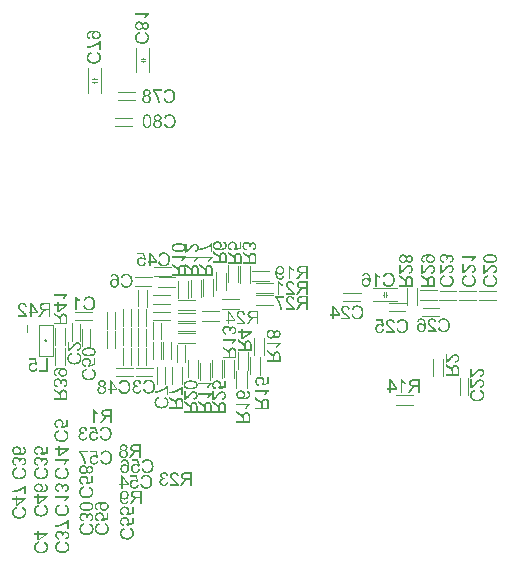
<source format=gbo>
G04 Layer_Color=32896*
%FSLAX43Y43*%
%MOMM*%
G71*
G01*
G75*
%ADD25C,0.100*%
%ADD28C,0.120*%
%ADD39C,0.080*%
G36*
X37278Y75258D02*
X37307Y75255D01*
X37335Y75250D01*
X37360Y75245D01*
X37383Y75236D01*
X37407Y75228D01*
X37427Y75220D01*
X37445Y75210D01*
X37462Y75200D01*
X37477Y75191D01*
X37488Y75183D01*
X37500Y75175D01*
X37508Y75170D01*
X37513Y75165D01*
X37516Y75161D01*
X37518Y75160D01*
X37536Y75141D01*
X37553Y75121D01*
X37566Y75100D01*
X37578Y75080D01*
X37590Y75060D01*
X37598Y75040D01*
X37610Y75001D01*
X37615Y74985D01*
X37618Y74968D01*
X37620Y74955D01*
X37621Y74941D01*
X37623Y74931D01*
Y74925D01*
Y74920D01*
Y74918D01*
X37621Y74888D01*
X37616Y74860D01*
X37611Y74833D01*
X37605Y74810D01*
X37596Y74790D01*
X37591Y74775D01*
X37586Y74765D01*
X37585Y74763D01*
Y74761D01*
X37568Y74735D01*
X37550Y74711D01*
X37532Y74690D01*
X37512Y74673D01*
X37495Y74658D01*
X37482Y74646D01*
X37472Y74640D01*
X37470Y74638D01*
X37500D01*
X37530Y74640D01*
X37556Y74641D01*
X37583Y74645D01*
X37606Y74646D01*
X37628Y74650D01*
X37648Y74653D01*
X37666Y74658D01*
X37683Y74661D01*
X37696Y74665D01*
X37708Y74668D01*
X37718Y74670D01*
X37725Y74673D01*
X37730Y74675D01*
X37733Y74676D01*
X37735D01*
X37768Y74693D01*
X37798Y74710D01*
X37821Y74728D01*
X37841Y74745D01*
X37858Y74760D01*
X37870Y74771D01*
X37876Y74780D01*
X37878Y74783D01*
X37891Y74803D01*
X37900Y74823D01*
X37906Y74843D01*
X37911Y74863D01*
X37915Y74878D01*
X37916Y74891D01*
Y74900D01*
Y74903D01*
X37913Y74933D01*
X37906Y74961D01*
X37896Y74985D01*
X37886Y75006D01*
X37875Y75023D01*
X37865Y75035D01*
X37858Y75041D01*
X37855Y75045D01*
X37840Y75056D01*
X37821Y75068D01*
X37801Y75078D01*
X37781Y75085D01*
X37763Y75091D01*
X37748Y75096D01*
X37738Y75098D01*
X37736Y75100D01*
X37735D01*
X37746Y75241D01*
X37793Y75231D01*
X37835Y75216D01*
X37871Y75200D01*
X37901Y75181D01*
X37925Y75163D01*
X37935Y75156D01*
X37943Y75148D01*
X37948Y75143D01*
X37953Y75138D01*
X37955Y75136D01*
X37956Y75135D01*
X37970Y75118D01*
X37981Y75100D01*
X38001Y75063D01*
X38015Y75026D01*
X38023Y74991D01*
X38030Y74960D01*
X38031Y74946D01*
Y74935D01*
X38033Y74925D01*
Y74918D01*
Y74913D01*
Y74911D01*
X38031Y74878D01*
X38028Y74846D01*
X38021Y74816D01*
X38013Y74788D01*
X38001Y74763D01*
X37991Y74738D01*
X37978Y74716D01*
X37966Y74696D01*
X37955Y74680D01*
X37941Y74663D01*
X37931Y74650D01*
X37921Y74640D01*
X37911Y74631D01*
X37905Y74625D01*
X37901Y74621D01*
X37900Y74620D01*
X37870Y74598D01*
X37835Y74580D01*
X37798Y74563D01*
X37760Y74548D01*
X37720Y74536D01*
X37680Y74526D01*
X37638Y74518D01*
X37600Y74511D01*
X37561Y74506D01*
X37527Y74503D01*
X37495Y74500D01*
X37468Y74498D01*
X37445D01*
X37428Y74496D01*
X37413D01*
X37360Y74498D01*
X37310Y74501D01*
X37263Y74506D01*
X37220Y74515D01*
X37182Y74523D01*
X37147Y74531D01*
X37115Y74541D01*
X37087Y74553D01*
X37063Y74563D01*
X37042Y74573D01*
X37025Y74581D01*
X37010Y74591D01*
X36998Y74598D01*
X36992Y74603D01*
X36987Y74606D01*
X36985Y74608D01*
X36962Y74630D01*
X36942Y74653D01*
X36925Y74676D01*
X36910Y74700D01*
X36897Y74725D01*
X36887Y74748D01*
X36878Y74771D01*
X36872Y74795D01*
X36867Y74815D01*
X36862Y74835D01*
X36858Y74851D01*
X36857Y74866D01*
Y74880D01*
X36855Y74888D01*
Y74895D01*
Y74896D01*
X36857Y74935D01*
X36863Y74970D01*
X36870Y75001D01*
X36880Y75030D01*
X36888Y75051D01*
X36897Y75068D01*
X36898Y75075D01*
X36902Y75080D01*
X36903Y75081D01*
Y75083D01*
X36923Y75111D01*
X36947Y75138D01*
X36970Y75160D01*
X36993Y75178D01*
X37015Y75193D01*
X37032Y75203D01*
X37038Y75206D01*
X37043Y75210D01*
X37045Y75211D01*
X37047D01*
X37082Y75228D01*
X37118Y75240D01*
X37152Y75248D01*
X37183Y75253D01*
X37210Y75258D01*
X37220D01*
X37230Y75260D01*
X37248D01*
X37278Y75258D01*
D02*
G37*
G36*
X33488Y61915D02*
X33522Y61891D01*
X33552Y61870D01*
X33577Y61848D01*
X33600Y61830D01*
X33617Y61813D01*
X33630Y61800D01*
X33638Y61791D01*
X33642Y61788D01*
X33652Y61775D01*
X33663Y61760D01*
X33682Y61730D01*
X33688Y61717D01*
X33695Y61707D01*
X33698Y61700D01*
X33700Y61697D01*
X33705Y61727D01*
X33710Y61755D01*
X33718Y61780D01*
X33725Y61805D01*
X33733Y61826D01*
X33743Y61846D01*
X33752Y61865D01*
X33760Y61881D01*
X33770Y61895D01*
X33778Y61908D01*
X33785Y61918D01*
X33792Y61926D01*
X33797Y61933D01*
X33802Y61938D01*
X33803Y61940D01*
X33805Y61941D01*
X33821Y61955D01*
X33838Y61968D01*
X33873Y61988D01*
X33908Y62001D01*
X33941Y62011D01*
X33970Y62018D01*
X33981Y62020D01*
X33993D01*
X34001Y62021D01*
X34013D01*
X34048Y62020D01*
X34080Y62015D01*
X34110Y62006D01*
X34135Y61998D01*
X34156Y61988D01*
X34173Y61981D01*
X34183Y61975D01*
X34185Y61973D01*
X34186D01*
X34213Y61953D01*
X34236Y61933D01*
X34256Y61911D01*
X34271Y61891D01*
X34283Y61873D01*
X34290Y61858D01*
X34295Y61848D01*
X34296Y61846D01*
Y61845D01*
X34301Y61830D01*
X34306Y61811D01*
X34315Y61775D01*
X34320Y61735D01*
X34325Y61698D01*
X34326Y61663D01*
Y61648D01*
X34328Y61635D01*
Y61625D01*
Y61617D01*
Y61612D01*
Y61610D01*
Y61100D01*
X33175D01*
Y61253D01*
X33687D01*
Y61430D01*
Y61450D01*
X33685Y61468D01*
Y61482D01*
X33683Y61493D01*
X33682Y61502D01*
Y61508D01*
X33680Y61512D01*
Y61513D01*
X33672Y61540D01*
X33667Y61552D01*
X33662Y61562D01*
X33657Y61572D01*
X33653Y61578D01*
X33652Y61582D01*
X33650Y61583D01*
X33640Y61597D01*
X33628Y61610D01*
X33603Y61635D01*
X33592Y61647D01*
X33582Y61655D01*
X33575Y61660D01*
X33573Y61662D01*
X33550Y61678D01*
X33525Y61697D01*
X33498Y61715D01*
X33473Y61733D01*
X33450Y61748D01*
X33432Y61760D01*
X33425Y61765D01*
X33420Y61768D01*
X33417Y61771D01*
X33415D01*
X33175Y61923D01*
Y62113D01*
X33488Y61915D01*
D02*
G37*
G36*
X34313Y62213D02*
X34176D01*
Y62778D01*
X34128Y62738D01*
X34076Y62700D01*
X34026Y62666D01*
X33978Y62635D01*
X33956Y62621D01*
X33936Y62610D01*
X33918Y62598D01*
X33903Y62590D01*
X33890Y62583D01*
X33881Y62578D01*
X33875Y62575D01*
X33873Y62573D01*
X33807Y62540D01*
X33740Y62510D01*
X33677Y62485D01*
X33648Y62475D01*
X33620Y62465D01*
X33595Y62455D01*
X33572Y62448D01*
X33552Y62441D01*
X33535Y62436D01*
X33520Y62431D01*
X33510Y62428D01*
X33503Y62426D01*
X33502D01*
X33433Y62410D01*
X33400Y62403D01*
X33370Y62398D01*
X33342Y62393D01*
X33313Y62388D01*
X33290Y62385D01*
X33267Y62381D01*
X33247Y62380D01*
X33228Y62378D01*
X33212Y62376D01*
X33198D01*
X33188Y62375D01*
X33175D01*
Y62520D01*
X33238Y62525D01*
X33297Y62533D01*
X33350Y62541D01*
X33375Y62546D01*
X33398Y62551D01*
X33418Y62555D01*
X33437Y62560D01*
X33453Y62563D01*
X33467Y62566D01*
X33477Y62570D01*
X33485Y62571D01*
X33490Y62573D01*
X33492D01*
X33568Y62598D01*
X33640Y62625D01*
X33675Y62638D01*
X33708Y62651D01*
X33738Y62666D01*
X33768Y62680D01*
X33795Y62691D01*
X33818Y62703D01*
X33838Y62713D01*
X33856Y62721D01*
X33871Y62730D01*
X33881Y62735D01*
X33888Y62738D01*
X33890Y62740D01*
X33925Y62760D01*
X33960Y62780D01*
X33991Y62800D01*
X34021Y62820D01*
X34048Y62838D01*
X34075Y62856D01*
X34098Y62875D01*
X34118Y62890D01*
X34138Y62905D01*
X34155Y62918D01*
X34168Y62931D01*
X34180Y62941D01*
X34190Y62948D01*
X34196Y62955D01*
X34200Y62958D01*
X34201Y62960D01*
X34313D01*
Y62213D01*
D02*
G37*
G36*
X38438Y74190D02*
X38472Y74166D01*
X38502Y74145D01*
X38527Y74123D01*
X38550Y74105D01*
X38567Y74088D01*
X38580Y74075D01*
X38588Y74066D01*
X38592Y74063D01*
X38602Y74050D01*
X38613Y74035D01*
X38632Y74005D01*
X38638Y73992D01*
X38645Y73982D01*
X38648Y73975D01*
X38650Y73972D01*
X38655Y74002D01*
X38660Y74030D01*
X38668Y74055D01*
X38675Y74080D01*
X38683Y74101D01*
X38693Y74121D01*
X38702Y74140D01*
X38710Y74156D01*
X38720Y74170D01*
X38728Y74183D01*
X38735Y74193D01*
X38742Y74201D01*
X38747Y74208D01*
X38752Y74213D01*
X38753Y74215D01*
X38755Y74216D01*
X38771Y74230D01*
X38788Y74243D01*
X38823Y74263D01*
X38858Y74276D01*
X38891Y74286D01*
X38920Y74293D01*
X38931Y74295D01*
X38943D01*
X38951Y74296D01*
X38963D01*
X38998Y74295D01*
X39030Y74290D01*
X39060Y74281D01*
X39085Y74273D01*
X39106Y74263D01*
X39123Y74256D01*
X39133Y74250D01*
X39135Y74248D01*
X39136D01*
X39163Y74228D01*
X39186Y74208D01*
X39206Y74186D01*
X39221Y74166D01*
X39233Y74148D01*
X39240Y74133D01*
X39245Y74123D01*
X39246Y74121D01*
Y74120D01*
X39251Y74105D01*
X39256Y74086D01*
X39265Y74050D01*
X39270Y74010D01*
X39275Y73973D01*
X39276Y73938D01*
Y73923D01*
X39278Y73910D01*
Y73900D01*
Y73892D01*
Y73887D01*
Y73885D01*
Y73375D01*
X38125D01*
Y73528D01*
X38637D01*
Y73705D01*
Y73725D01*
X38635Y73743D01*
Y73757D01*
X38633Y73768D01*
X38632Y73777D01*
Y73783D01*
X38630Y73787D01*
Y73788D01*
X38622Y73815D01*
X38617Y73827D01*
X38612Y73837D01*
X38607Y73847D01*
X38603Y73853D01*
X38602Y73857D01*
X38600Y73858D01*
X38590Y73872D01*
X38578Y73885D01*
X38553Y73910D01*
X38542Y73922D01*
X38532Y73930D01*
X38525Y73935D01*
X38523Y73937D01*
X38500Y73953D01*
X38475Y73972D01*
X38448Y73990D01*
X38423Y74008D01*
X38400Y74023D01*
X38382Y74035D01*
X38375Y74040D01*
X38370Y74043D01*
X38367Y74046D01*
X38365D01*
X38125Y74198D01*
Y74388D01*
X38438Y74190D01*
D02*
G37*
G36*
X38545Y75241D02*
X38573Y75238D01*
X38602Y75233D01*
X38627Y75226D01*
X38650Y75218D01*
X38673Y75210D01*
X38693Y75200D01*
X38712Y75191D01*
X38728Y75181D01*
X38743Y75171D01*
X38755Y75163D01*
X38766Y75155D01*
X38775Y75148D01*
X38780Y75143D01*
X38783Y75140D01*
X38785Y75138D01*
X38803Y75118D01*
X38820Y75098D01*
X38833Y75076D01*
X38845Y75055D01*
X38856Y75033D01*
X38865Y75011D01*
X38876Y74971D01*
X38881Y74953D01*
X38885Y74936D01*
X38886Y74921D01*
X38888Y74908D01*
X38890Y74898D01*
Y74890D01*
Y74885D01*
Y74883D01*
Y74861D01*
X38886Y74841D01*
X38878Y74801D01*
X38866Y74765D01*
X38853Y74731D01*
X38840Y74705D01*
X38833Y74693D01*
X38828Y74683D01*
X38823Y74675D01*
X38820Y74670D01*
X38818Y74666D01*
X38816Y74665D01*
X39128Y74726D01*
Y75188D01*
X39263D01*
Y74615D01*
X38670Y74503D01*
X38652Y74636D01*
X38670Y74648D01*
X38685Y74663D01*
X38700Y74676D01*
X38712Y74690D01*
X38720Y74703D01*
X38728Y74713D01*
X38732Y74720D01*
X38733Y74721D01*
X38743Y74743D01*
X38752Y74765D01*
X38757Y74785D01*
X38762Y74805D01*
X38763Y74821D01*
X38765Y74835D01*
Y74843D01*
Y74846D01*
Y74866D01*
X38762Y74886D01*
X38753Y74921D01*
X38742Y74951D01*
X38730Y74978D01*
X38717Y74998D01*
X38705Y75013D01*
X38697Y75021D01*
X38695Y75025D01*
X38693D01*
X38665Y75048D01*
X38635Y75065D01*
X38603Y75076D01*
X38572Y75085D01*
X38545Y75090D01*
X38533Y75091D01*
X38523D01*
X38515Y75093D01*
X38480D01*
X38458Y75090D01*
X38417Y75081D01*
X38382Y75070D01*
X38353Y75058D01*
X38330Y75045D01*
X38312Y75033D01*
X38307Y75028D01*
X38302Y75025D01*
X38300Y75023D01*
X38298Y75021D01*
X38285Y75008D01*
X38273Y74995D01*
X38253Y74965D01*
X38240Y74936D01*
X38232Y74908D01*
X38225Y74885D01*
X38223Y74865D01*
X38222Y74858D01*
Y74853D01*
Y74850D01*
Y74848D01*
X38223Y74816D01*
X38230Y74788D01*
X38238Y74763D01*
X38248Y74743D01*
X38258Y74725D01*
X38267Y74711D01*
X38273Y74705D01*
X38275Y74701D01*
X38298Y74681D01*
X38323Y74665D01*
X38352Y74651D01*
X38377Y74641D01*
X38402Y74635D01*
X38420Y74630D01*
X38428Y74628D01*
X38433Y74626D01*
X38438D01*
X38427Y74478D01*
X38400Y74481D01*
X38375Y74486D01*
X38328Y74501D01*
X38288Y74520D01*
X38270Y74530D01*
X38255Y74540D01*
X38240Y74548D01*
X38227Y74558D01*
X38217Y74566D01*
X38208Y74575D01*
X38202Y74581D01*
X38195Y74585D01*
X38193Y74588D01*
X38192Y74590D01*
X38177Y74610D01*
X38163Y74630D01*
X38152Y74651D01*
X38142Y74673D01*
X38127Y74715D01*
X38117Y74756D01*
X38112Y74775D01*
X38110Y74793D01*
X38108Y74808D01*
X38107Y74821D01*
X38105Y74833D01*
Y74841D01*
Y74846D01*
Y74848D01*
X38107Y74883D01*
X38112Y74916D01*
X38118Y74948D01*
X38127Y74976D01*
X38138Y75003D01*
X38150Y75028D01*
X38162Y75051D01*
X38175Y75071D01*
X38188Y75090D01*
X38200Y75106D01*
X38213Y75120D01*
X38223Y75131D01*
X38232Y75140D01*
X38238Y75146D01*
X38243Y75150D01*
X38245Y75151D01*
X38267Y75168D01*
X38290Y75181D01*
X38312Y75195D01*
X38335Y75205D01*
X38380Y75221D01*
X38423Y75231D01*
X38442Y75235D01*
X38460Y75238D01*
X38475Y75240D01*
X38488Y75241D01*
X38500Y75243D01*
X38515D01*
X38545Y75241D01*
D02*
G37*
G36*
X37188Y74215D02*
X37222Y74191D01*
X37252Y74170D01*
X37277Y74148D01*
X37300Y74130D01*
X37317Y74113D01*
X37330Y74100D01*
X37338Y74091D01*
X37342Y74088D01*
X37352Y74075D01*
X37363Y74060D01*
X37382Y74030D01*
X37388Y74017D01*
X37395Y74007D01*
X37398Y74000D01*
X37400Y73997D01*
X37405Y74027D01*
X37410Y74055D01*
X37418Y74080D01*
X37425Y74105D01*
X37433Y74126D01*
X37443Y74146D01*
X37452Y74165D01*
X37460Y74181D01*
X37470Y74195D01*
X37478Y74208D01*
X37485Y74218D01*
X37492Y74226D01*
X37497Y74233D01*
X37502Y74238D01*
X37503Y74240D01*
X37505Y74241D01*
X37521Y74255D01*
X37538Y74268D01*
X37573Y74288D01*
X37608Y74301D01*
X37641Y74311D01*
X37670Y74318D01*
X37681Y74320D01*
X37693D01*
X37701Y74321D01*
X37713D01*
X37748Y74320D01*
X37780Y74315D01*
X37810Y74306D01*
X37835Y74298D01*
X37856Y74288D01*
X37873Y74281D01*
X37883Y74275D01*
X37885Y74273D01*
X37886D01*
X37913Y74253D01*
X37936Y74233D01*
X37956Y74211D01*
X37971Y74191D01*
X37983Y74173D01*
X37990Y74158D01*
X37995Y74148D01*
X37996Y74146D01*
Y74145D01*
X38001Y74130D01*
X38006Y74111D01*
X38015Y74075D01*
X38020Y74035D01*
X38025Y73998D01*
X38026Y73963D01*
Y73948D01*
X38028Y73935D01*
Y73925D01*
Y73917D01*
Y73912D01*
Y73910D01*
Y73400D01*
X36875D01*
Y73553D01*
X37387D01*
Y73730D01*
Y73750D01*
X37385Y73768D01*
Y73782D01*
X37383Y73793D01*
X37382Y73802D01*
Y73808D01*
X37380Y73812D01*
Y73813D01*
X37372Y73840D01*
X37367Y73852D01*
X37362Y73862D01*
X37357Y73872D01*
X37353Y73878D01*
X37352Y73882D01*
X37350Y73883D01*
X37340Y73897D01*
X37328Y73910D01*
X37303Y73935D01*
X37292Y73947D01*
X37282Y73955D01*
X37275Y73960D01*
X37273Y73962D01*
X37250Y73978D01*
X37225Y73997D01*
X37198Y74015D01*
X37173Y74033D01*
X37150Y74048D01*
X37132Y74060D01*
X37125Y74065D01*
X37120Y74068D01*
X37117Y74072D01*
X37115D01*
X36875Y74223D01*
Y74413D01*
X37188Y74215D01*
D02*
G37*
G36*
X29389Y54156D02*
X29415Y54153D01*
X29442Y54148D01*
X29465Y54141D01*
X29510Y54123D01*
X29530Y54115D01*
X29547Y54105D01*
X29564Y54093D01*
X29577Y54085D01*
X29590Y54075D01*
X29600Y54066D01*
X29609Y54060D01*
X29614Y54055D01*
X29617Y54051D01*
X29619Y54050D01*
X29637Y54030D01*
X29652Y54006D01*
X29667Y53985D01*
X29679Y53961D01*
X29689Y53936D01*
X29697Y53913D01*
X29709Y53870D01*
X29714Y53848D01*
X29717Y53830D01*
X29719Y53811D01*
X29720Y53796D01*
X29722Y53785D01*
Y53776D01*
Y53770D01*
Y53768D01*
X29720Y53736D01*
X29717Y53708D01*
X29714Y53680D01*
X29707Y53653D01*
X29699Y53630D01*
X29690Y53607D01*
X29682Y53587D01*
X29672Y53568D01*
X29664Y53552D01*
X29655Y53537D01*
X29647Y53525D01*
X29639Y53513D01*
X29632Y53505D01*
X29629Y53500D01*
X29625Y53497D01*
X29624Y53495D01*
X29605Y53477D01*
X29585Y53462D01*
X29565Y53447D01*
X29544Y53435D01*
X29524Y53425D01*
X29504Y53417D01*
X29465Y53405D01*
X29449Y53400D01*
X29432Y53397D01*
X29419Y53395D01*
X29405Y53393D01*
X29395Y53392D01*
X29382D01*
X29350Y53393D01*
X29320Y53398D01*
X29294Y53405D01*
X29269Y53413D01*
X29250Y53420D01*
X29235Y53427D01*
X29225Y53432D01*
X29222Y53433D01*
X29195Y53450D01*
X29172Y53468D01*
X29152Y53487D01*
X29135Y53503D01*
X29124Y53520D01*
X29114Y53532D01*
X29107Y53540D01*
X29105Y53543D01*
Y53530D01*
Y53522D01*
Y53517D01*
Y53515D01*
X29107Y53482D01*
X29109Y53450D01*
X29112Y53422D01*
X29115Y53395D01*
X29120Y53373D01*
X29124Y53357D01*
X29125Y53350D01*
Y53345D01*
X29127Y53343D01*
Y53342D01*
X29135Y53312D01*
X29144Y53285D01*
X29152Y53262D01*
X29160Y53242D01*
X29167Y53227D01*
X29174Y53215D01*
X29177Y53207D01*
X29179Y53205D01*
X29192Y53187D01*
X29205Y53172D01*
X29219Y53158D01*
X29232Y53147D01*
X29242Y53137D01*
X29252Y53130D01*
X29259Y53127D01*
X29260Y53125D01*
X29279Y53115D01*
X29299Y53108D01*
X29317Y53103D01*
X29335Y53100D01*
X29350Y53098D01*
X29362Y53097D01*
X29374D01*
X29400Y53098D01*
X29425Y53103D01*
X29447Y53110D01*
X29465Y53118D01*
X29479Y53125D01*
X29490Y53132D01*
X29497Y53137D01*
X29499Y53138D01*
X29515Y53157D01*
X29529Y53178D01*
X29540Y53202D01*
X29549Y53225D01*
X29555Y53245D01*
X29560Y53263D01*
X29562Y53270D01*
Y53273D01*
X29564Y53277D01*
Y53278D01*
X29700Y53267D01*
X29690Y53218D01*
X29677Y53177D01*
X29660Y53140D01*
X29644Y53110D01*
X29627Y53087D01*
X29619Y53077D01*
X29612Y53068D01*
X29607Y53063D01*
X29602Y53058D01*
X29600Y53057D01*
X29599Y53055D01*
X29582Y53042D01*
X29564Y53030D01*
X29527Y53012D01*
X29490Y52998D01*
X29455Y52990D01*
X29424Y52983D01*
X29410Y52982D01*
X29399D01*
X29390Y52980D01*
X29377D01*
X29330Y52983D01*
X29289Y52990D01*
X29250Y53002D01*
X29219Y53015D01*
X29205Y53020D01*
X29192Y53027D01*
X29182Y53033D01*
X29172Y53038D01*
X29165Y53042D01*
X29160Y53045D01*
X29157Y53048D01*
X29155D01*
X29122Y53077D01*
X29092Y53108D01*
X29069Y53142D01*
X29049Y53173D01*
X29032Y53202D01*
X29025Y53215D01*
X29020Y53225D01*
X29017Y53235D01*
X29014Y53242D01*
X29012Y53245D01*
Y53247D01*
X29004Y53272D01*
X28995Y53300D01*
X28984Y53357D01*
X28975Y53417D01*
X28970Y53473D01*
X28967Y53498D01*
X28965Y53523D01*
Y53545D01*
X28964Y53563D01*
Y53578D01*
Y53590D01*
Y53598D01*
Y53600D01*
Y53638D01*
X28965Y53675D01*
X28969Y53708D01*
X28972Y53740D01*
X28975Y53768D01*
X28979Y53795D01*
X28984Y53820D01*
X28989Y53841D01*
X28994Y53860D01*
X28997Y53876D01*
X29002Y53891D01*
X29005Y53903D01*
X29009Y53911D01*
X29012Y53918D01*
X29014Y53921D01*
Y53923D01*
X29034Y53963D01*
X29055Y53998D01*
X29080Y54028D01*
X29102Y54053D01*
X29124Y54071D01*
X29140Y54085D01*
X29147Y54090D01*
X29152Y54093D01*
X29154Y54096D01*
X29155D01*
X29190Y54116D01*
X29225Y54131D01*
X29260Y54143D01*
X29292Y54150D01*
X29320Y54155D01*
X29332Y54156D01*
X29340D01*
X29349Y54158D01*
X29360D01*
X29389Y54156D01*
D02*
G37*
G36*
X35913Y61565D02*
X35947Y61541D01*
X35977Y61520D01*
X36002Y61498D01*
X36025Y61480D01*
X36042Y61463D01*
X36055Y61450D01*
X36063Y61441D01*
X36067Y61438D01*
X36077Y61425D01*
X36088Y61410D01*
X36107Y61380D01*
X36113Y61367D01*
X36120Y61357D01*
X36123Y61350D01*
X36125Y61347D01*
X36130Y61377D01*
X36135Y61405D01*
X36143Y61430D01*
X36150Y61455D01*
X36158Y61476D01*
X36168Y61496D01*
X36177Y61515D01*
X36185Y61531D01*
X36195Y61545D01*
X36203Y61558D01*
X36210Y61568D01*
X36217Y61576D01*
X36222Y61583D01*
X36227Y61588D01*
X36228Y61590D01*
X36230Y61591D01*
X36246Y61605D01*
X36263Y61618D01*
X36298Y61638D01*
X36333Y61651D01*
X36366Y61661D01*
X36395Y61668D01*
X36406Y61670D01*
X36418D01*
X36426Y61671D01*
X36438D01*
X36473Y61670D01*
X36505Y61665D01*
X36535Y61656D01*
X36560Y61648D01*
X36581Y61638D01*
X36598Y61631D01*
X36608Y61625D01*
X36610Y61623D01*
X36611D01*
X36638Y61603D01*
X36661Y61583D01*
X36681Y61561D01*
X36696Y61541D01*
X36708Y61523D01*
X36715Y61508D01*
X36720Y61498D01*
X36721Y61496D01*
Y61495D01*
X36726Y61480D01*
X36731Y61461D01*
X36740Y61425D01*
X36745Y61385D01*
X36750Y61348D01*
X36751Y61313D01*
Y61298D01*
X36753Y61285D01*
Y61275D01*
Y61267D01*
Y61262D01*
Y61260D01*
Y60750D01*
X35600D01*
Y60903D01*
X36112D01*
Y61080D01*
Y61100D01*
X36110Y61118D01*
Y61132D01*
X36108Y61143D01*
X36107Y61152D01*
Y61158D01*
X36105Y61162D01*
Y61163D01*
X36097Y61190D01*
X36092Y61202D01*
X36087Y61212D01*
X36082Y61222D01*
X36078Y61228D01*
X36077Y61232D01*
X36075Y61233D01*
X36065Y61247D01*
X36053Y61260D01*
X36028Y61285D01*
X36017Y61297D01*
X36007Y61305D01*
X36000Y61310D01*
X35998Y61312D01*
X35975Y61328D01*
X35950Y61347D01*
X35923Y61365D01*
X35898Y61383D01*
X35875Y61398D01*
X35857Y61410D01*
X35850Y61415D01*
X35845Y61418D01*
X35842Y61422D01*
X35840D01*
X35600Y61573D01*
Y61763D01*
X35913Y61565D01*
D02*
G37*
G36*
X36758Y62295D02*
X36730Y62278D01*
X36703Y62260D01*
X36676Y62238D01*
X36653Y62218D01*
X36633Y62198D01*
X36616Y62183D01*
X36611Y62176D01*
X36606Y62171D01*
X36605Y62170D01*
X36603Y62168D01*
X36575Y62133D01*
X36548Y62098D01*
X36525Y62065D01*
X36506Y62031D01*
X36490Y62003D01*
X36483Y61991D01*
X36478Y61981D01*
X36473Y61973D01*
X36471Y61966D01*
X36468Y61963D01*
Y61961D01*
X36331D01*
X36341Y61986D01*
X36353Y62011D01*
X36365Y62036D01*
X36376Y62060D01*
X36386Y62080D01*
X36395Y62096D01*
X36401Y62106D01*
X36403Y62108D01*
Y62110D01*
X36421Y62140D01*
X36440Y62166D01*
X36456Y62190D01*
X36471Y62208D01*
X36483Y62225D01*
X36493Y62235D01*
X36500Y62243D01*
X36501Y62245D01*
X35600D01*
Y62386D01*
X36758D01*
Y62295D01*
D02*
G37*
G36*
X29324Y58081D02*
X29350Y58080D01*
X29397Y58070D01*
X29419Y58063D01*
X29439Y58056D01*
X29457Y58048D01*
X29474Y58040D01*
X29487Y58031D01*
X29500Y58023D01*
X29512Y58016D01*
X29520Y58010D01*
X29527Y58005D01*
X29532Y58000D01*
X29535Y57998D01*
X29537Y57996D01*
X29552Y57980D01*
X29567Y57963D01*
X29579Y57945D01*
X29589Y57926D01*
X29605Y57891D01*
X29615Y57858D01*
X29622Y57830D01*
X29624Y57816D01*
X29625Y57806D01*
X29627Y57796D01*
Y57790D01*
Y57786D01*
Y57785D01*
X29625Y57755D01*
X29620Y57726D01*
X29614Y57701D01*
X29605Y57680D01*
X29599Y57663D01*
X29592Y57650D01*
X29587Y57643D01*
X29585Y57640D01*
X29567Y57620D01*
X29547Y57601D01*
X29525Y57585D01*
X29504Y57571D01*
X29484Y57562D01*
X29469Y57555D01*
X29462Y57552D01*
X29457Y57550D01*
X29455Y57548D01*
X29454D01*
X29492Y57537D01*
X29524Y57522D01*
X29552Y57503D01*
X29575Y57487D01*
X29594Y57470D01*
X29607Y57457D01*
X29614Y57448D01*
X29617Y57447D01*
Y57445D01*
X29635Y57415D01*
X29650Y57383D01*
X29660Y57353D01*
X29667Y57323D01*
X29670Y57297D01*
X29672Y57285D01*
Y57275D01*
X29674Y57268D01*
Y57262D01*
Y57258D01*
Y57257D01*
X29672Y57230D01*
X29669Y57203D01*
X29664Y57178D01*
X29657Y57153D01*
X29640Y57112D01*
X29632Y57092D01*
X29622Y57075D01*
X29612Y57058D01*
X29604Y57045D01*
X29594Y57033D01*
X29587Y57023D01*
X29580Y57015D01*
X29575Y57010D01*
X29572Y57007D01*
X29570Y57005D01*
X29550Y56987D01*
X29529Y56972D01*
X29505Y56958D01*
X29482Y56947D01*
X29460Y56938D01*
X29437Y56930D01*
X29392Y56918D01*
X29372Y56913D01*
X29354Y56910D01*
X29337Y56908D01*
X29322Y56907D01*
X29310Y56905D01*
X29294D01*
X29262Y56907D01*
X29234Y56910D01*
X29205Y56915D01*
X29179Y56920D01*
X29155Y56928D01*
X29132Y56937D01*
X29110Y56945D01*
X29092Y56955D01*
X29075Y56965D01*
X29060Y56973D01*
X29049Y56982D01*
X29037Y56990D01*
X29029Y56995D01*
X29024Y57000D01*
X29020Y57003D01*
X29019Y57005D01*
X29000Y57025D01*
X28984Y57045D01*
X28970Y57065D01*
X28959Y57087D01*
X28947Y57107D01*
X28939Y57128D01*
X28927Y57167D01*
X28922Y57185D01*
X28919Y57202D01*
X28917Y57217D01*
X28915Y57228D01*
X28914Y57238D01*
Y57247D01*
Y57252D01*
Y57253D01*
X28915Y57292D01*
X28922Y57327D01*
X28932Y57358D01*
X28942Y57385D01*
X28952Y57407D01*
X28962Y57423D01*
X28969Y57433D01*
X28970Y57435D01*
Y57437D01*
X28994Y57463D01*
X29019Y57487D01*
X29045Y57505D01*
X29070Y57522D01*
X29094Y57533D01*
X29114Y57542D01*
X29120Y57545D01*
X29125Y57547D01*
X29129Y57548D01*
X29130D01*
X29100Y57562D01*
X29075Y57576D01*
X29054Y57591D01*
X29035Y57606D01*
X29022Y57620D01*
X29012Y57630D01*
X29005Y57636D01*
X29004Y57640D01*
X28989Y57663D01*
X28979Y57686D01*
X28970Y57710D01*
X28965Y57733D01*
X28962Y57751D01*
X28960Y57766D01*
Y57776D01*
Y57778D01*
Y57780D01*
X28962Y57803D01*
X28964Y57825D01*
X28975Y57866D01*
X28990Y57903D01*
X29007Y57935D01*
X29024Y57960D01*
X29032Y57970D01*
X29039Y57980D01*
X29045Y57986D01*
X29050Y57991D01*
X29052Y57993D01*
X29054Y57995D01*
X29072Y58010D01*
X29090Y58025D01*
X29110Y58036D01*
X29130Y58046D01*
X29170Y58061D01*
X29210Y58071D01*
X29227Y58076D01*
X29244Y58078D01*
X29259Y58080D01*
X29272Y58081D01*
X29282Y58083D01*
X29297D01*
X29324Y58081D01*
D02*
G37*
G36*
X30775Y56925D02*
X30622D01*
Y57437D01*
X30425D01*
X30407Y57435D01*
X30393D01*
X30382Y57433D01*
X30373Y57432D01*
X30367D01*
X30363Y57430D01*
X30362D01*
X30335Y57422D01*
X30323Y57417D01*
X30313Y57412D01*
X30303Y57407D01*
X30297Y57403D01*
X30293Y57402D01*
X30292Y57400D01*
X30278Y57390D01*
X30265Y57378D01*
X30240Y57353D01*
X30228Y57342D01*
X30220Y57332D01*
X30215Y57325D01*
X30213Y57323D01*
X30197Y57300D01*
X30178Y57275D01*
X30160Y57248D01*
X30142Y57223D01*
X30127Y57200D01*
X30115Y57182D01*
X30110Y57175D01*
X30107Y57170D01*
X30104Y57167D01*
Y57165D01*
X29952Y56925D01*
X29762D01*
X29960Y57238D01*
X29984Y57272D01*
X30005Y57302D01*
X30027Y57327D01*
X30045Y57350D01*
X30062Y57367D01*
X30075Y57380D01*
X30084Y57388D01*
X30087Y57392D01*
X30100Y57402D01*
X30115Y57413D01*
X30145Y57432D01*
X30158Y57438D01*
X30168Y57445D01*
X30175Y57448D01*
X30178Y57450D01*
X30148Y57455D01*
X30120Y57460D01*
X30095Y57468D01*
X30070Y57475D01*
X30049Y57483D01*
X30029Y57493D01*
X30010Y57502D01*
X29994Y57510D01*
X29980Y57520D01*
X29967Y57528D01*
X29957Y57535D01*
X29949Y57542D01*
X29942Y57547D01*
X29937Y57552D01*
X29935Y57553D01*
X29934Y57555D01*
X29920Y57571D01*
X29907Y57588D01*
X29887Y57623D01*
X29874Y57658D01*
X29864Y57691D01*
X29857Y57720D01*
X29855Y57731D01*
Y57743D01*
X29854Y57751D01*
Y57758D01*
Y57761D01*
Y57763D01*
X29855Y57798D01*
X29860Y57830D01*
X29869Y57860D01*
X29877Y57885D01*
X29887Y57906D01*
X29894Y57923D01*
X29900Y57933D01*
X29902Y57935D01*
Y57936D01*
X29922Y57963D01*
X29942Y57986D01*
X29964Y58006D01*
X29984Y58021D01*
X30002Y58033D01*
X30017Y58040D01*
X30027Y58045D01*
X30029Y58046D01*
X30030D01*
X30045Y58051D01*
X30064Y58056D01*
X30100Y58065D01*
X30140Y58070D01*
X30177Y58075D01*
X30212Y58076D01*
X30227D01*
X30240Y58078D01*
X30775D01*
Y56925D01*
D02*
G37*
G36*
X30825Y53000D02*
X30672D01*
Y53512D01*
X30475D01*
X30457Y53510D01*
X30443D01*
X30432Y53508D01*
X30423Y53507D01*
X30417D01*
X30413Y53505D01*
X30412D01*
X30385Y53497D01*
X30373Y53492D01*
X30363Y53487D01*
X30353Y53482D01*
X30347Y53478D01*
X30343Y53477D01*
X30342Y53475D01*
X30328Y53465D01*
X30315Y53453D01*
X30290Y53428D01*
X30278Y53417D01*
X30270Y53407D01*
X30265Y53400D01*
X30263Y53398D01*
X30247Y53375D01*
X30228Y53350D01*
X30210Y53323D01*
X30192Y53298D01*
X30177Y53275D01*
X30165Y53257D01*
X30160Y53250D01*
X30157Y53245D01*
X30154Y53242D01*
Y53240D01*
X30002Y53000D01*
X29812D01*
X30010Y53313D01*
X30034Y53347D01*
X30055Y53377D01*
X30077Y53402D01*
X30095Y53425D01*
X30112Y53442D01*
X30125Y53455D01*
X30134Y53463D01*
X30137Y53467D01*
X30150Y53477D01*
X30165Y53488D01*
X30195Y53507D01*
X30208Y53513D01*
X30218Y53520D01*
X30225Y53523D01*
X30228Y53525D01*
X30198Y53530D01*
X30170Y53535D01*
X30145Y53543D01*
X30120Y53550D01*
X30099Y53558D01*
X30079Y53568D01*
X30060Y53577D01*
X30044Y53585D01*
X30030Y53595D01*
X30017Y53603D01*
X30007Y53610D01*
X29999Y53617D01*
X29992Y53622D01*
X29987Y53627D01*
X29985Y53628D01*
X29984Y53630D01*
X29970Y53646D01*
X29957Y53663D01*
X29937Y53698D01*
X29924Y53733D01*
X29914Y53766D01*
X29907Y53795D01*
X29905Y53806D01*
Y53818D01*
X29904Y53826D01*
Y53833D01*
Y53836D01*
Y53838D01*
X29905Y53873D01*
X29910Y53905D01*
X29919Y53935D01*
X29927Y53960D01*
X29937Y53981D01*
X29944Y53998D01*
X29950Y54008D01*
X29952Y54010D01*
Y54011D01*
X29972Y54038D01*
X29992Y54061D01*
X30014Y54081D01*
X30034Y54096D01*
X30052Y54108D01*
X30067Y54115D01*
X30077Y54120D01*
X30079Y54121D01*
X30080D01*
X30095Y54126D01*
X30114Y54131D01*
X30150Y54140D01*
X30190Y54145D01*
X30227Y54150D01*
X30262Y54151D01*
X30277D01*
X30290Y54153D01*
X30825D01*
Y53000D01*
D02*
G37*
G36*
X39382Y67648D02*
X40128D01*
Y67533D01*
X39382Y67005D01*
X39252D01*
Y67506D01*
X38975D01*
Y67648D01*
X39252D01*
Y67805D01*
X39382D01*
Y67648D01*
D02*
G37*
G36*
X56478Y72241D02*
X56452Y72235D01*
X56427Y72226D01*
X56403Y72218D01*
X56382Y72210D01*
X56362Y72200D01*
X56345Y72190D01*
X56328Y72178D01*
X56313Y72168D01*
X56300Y72160D01*
X56290Y72150D01*
X56280Y72141D01*
X56272Y72135D01*
X56267Y72128D01*
X56262Y72123D01*
X56260Y72121D01*
X56258Y72120D01*
X56245Y72103D01*
X56235Y72085D01*
X56217Y72048D01*
X56203Y72013D01*
X56195Y71978D01*
X56188Y71948D01*
X56187Y71937D01*
Y71925D01*
X56185Y71915D01*
Y71908D01*
Y71905D01*
Y71903D01*
X56187Y71865D01*
X56193Y71828D01*
X56202Y71795D01*
X56212Y71765D01*
X56222Y71742D01*
X56227Y71732D01*
X56230Y71723D01*
X56233Y71717D01*
X56237Y71712D01*
X56238Y71708D01*
Y71707D01*
X56262Y71675D01*
X56287Y71648D01*
X56315Y71625D01*
X56342Y71607D01*
X56365Y71592D01*
X56385Y71582D01*
X56393Y71578D01*
X56398Y71575D01*
X56402Y71573D01*
X56403D01*
X56447Y71560D01*
X56490Y71550D01*
X56533Y71542D01*
X56573Y71537D01*
X56592Y71535D01*
X56608Y71533D01*
X56623D01*
X56635Y71532D01*
X56660D01*
X56703Y71533D01*
X56743Y71537D01*
X56780Y71543D01*
X56813Y71550D01*
X56841Y71555D01*
X56853Y71558D01*
X56863Y71562D01*
X56871Y71563D01*
X56876Y71565D01*
X56880Y71567D01*
X56881D01*
X56920Y71583D01*
X56955Y71602D01*
X56983Y71622D01*
X57008Y71643D01*
X57028Y71662D01*
X57041Y71677D01*
X57050Y71688D01*
X57053Y71690D01*
Y71692D01*
X57075Y71727D01*
X57091Y71765D01*
X57103Y71802D01*
X57110Y71837D01*
X57115Y71868D01*
X57116Y71882D01*
Y71893D01*
X57118Y71902D01*
Y71908D01*
Y71913D01*
Y71915D01*
X57116Y71957D01*
X57110Y71995D01*
X57100Y72026D01*
X57090Y72055D01*
X57078Y72076D01*
X57070Y72093D01*
X57063Y72103D01*
X57060Y72106D01*
X57035Y72133D01*
X57006Y72158D01*
X56976Y72178D01*
X56946Y72195D01*
X56920Y72208D01*
X56906Y72213D01*
X56896Y72216D01*
X56888Y72220D01*
X56881Y72223D01*
X56878Y72225D01*
X56876D01*
X56911Y72375D01*
X56941Y72365D01*
X56968Y72355D01*
X56993Y72341D01*
X57018Y72330D01*
X57040Y72316D01*
X57060Y72301D01*
X57080Y72288D01*
X57096Y72275D01*
X57110Y72261D01*
X57123Y72250D01*
X57135Y72238D01*
X57143Y72230D01*
X57151Y72221D01*
X57156Y72215D01*
X57158Y72211D01*
X57160Y72210D01*
X57175Y72186D01*
X57190Y72163D01*
X57201Y72140D01*
X57211Y72115D01*
X57226Y72065D01*
X57236Y72020D01*
X57241Y71998D01*
X57243Y71980D01*
X57245Y71962D01*
X57246Y71947D01*
X57248Y71935D01*
Y71927D01*
Y71920D01*
Y71918D01*
X57245Y71863D01*
X57236Y71810D01*
X57226Y71763D01*
X57220Y71742D01*
X57213Y71722D01*
X57206Y71703D01*
X57200Y71687D01*
X57195Y71673D01*
X57190Y71660D01*
X57185Y71652D01*
X57181Y71645D01*
X57180Y71640D01*
X57178Y71638D01*
X57150Y71593D01*
X57116Y71555D01*
X57083Y71522D01*
X57050Y71493D01*
X57020Y71472D01*
X57006Y71463D01*
X56995Y71457D01*
X56986Y71450D01*
X56980Y71447D01*
X56975Y71445D01*
X56973Y71443D01*
X56921Y71420D01*
X56868Y71403D01*
X56815Y71392D01*
X56766Y71383D01*
X56745Y71380D01*
X56723Y71378D01*
X56707Y71377D01*
X56690D01*
X56678Y71375D01*
X56660D01*
X56600Y71378D01*
X56542Y71385D01*
X56490Y71393D01*
X56465Y71400D01*
X56443Y71405D01*
X56423Y71410D01*
X56405Y71417D01*
X56388Y71422D01*
X56375Y71425D01*
X56365Y71430D01*
X56357Y71432D01*
X56352Y71435D01*
X56350D01*
X56300Y71460D01*
X56255Y71488D01*
X56217Y71518D01*
X56202Y71533D01*
X56187Y71547D01*
X56173Y71560D01*
X56162Y71573D01*
X56152Y71585D01*
X56145Y71595D01*
X56138Y71602D01*
X56133Y71608D01*
X56132Y71612D01*
X56130Y71613D01*
X56117Y71637D01*
X56105Y71660D01*
X56087Y71710D01*
X56073Y71760D01*
X56065Y71808D01*
X56062Y71832D01*
X56058Y71852D01*
X56057Y71870D01*
Y71885D01*
X56055Y71898D01*
Y71908D01*
Y71915D01*
Y71917D01*
X56057Y71950D01*
X56060Y71982D01*
X56063Y72011D01*
X56070Y72040D01*
X56078Y72066D01*
X56087Y72091D01*
X56095Y72115D01*
X56105Y72136D01*
X56113Y72155D01*
X56122Y72173D01*
X56130Y72186D01*
X56138Y72200D01*
X56145Y72208D01*
X56148Y72216D01*
X56152Y72220D01*
X56153Y72221D01*
X56173Y72245D01*
X56193Y72265D01*
X56217Y72283D01*
X56240Y72301D01*
X56287Y72331D01*
X56333Y72355D01*
X56355Y72365D01*
X56375Y72373D01*
X56393Y72380D01*
X56408Y72385D01*
X56422Y72390D01*
X56432Y72393D01*
X56438Y72395D01*
X56440D01*
X56478Y72241D01*
D02*
G37*
G36*
X56212Y72701D02*
X56240Y72721D01*
X56252Y72731D01*
X56263Y72740D01*
X56273Y72748D01*
X56280Y72755D01*
X56285Y72760D01*
X56287Y72761D01*
X56295Y72770D01*
X56303Y72780D01*
X56325Y72803D01*
X56350Y72830D01*
X56375Y72858D01*
X56397Y72885D01*
X56407Y72896D01*
X56417Y72906D01*
X56423Y72915D01*
X56428Y72921D01*
X56432Y72925D01*
X56433Y72926D01*
X56457Y72953D01*
X56478Y72980D01*
X56500Y73003D01*
X56518Y73025D01*
X56537Y73045D01*
X56553Y73061D01*
X56568Y73078D01*
X56582Y73091D01*
X56595Y73105D01*
X56605Y73115D01*
X56613Y73123D01*
X56622Y73131D01*
X56632Y73140D01*
X56635Y73143D01*
X56663Y73166D01*
X56688Y73186D01*
X56713Y73203D01*
X56733Y73216D01*
X56751Y73226D01*
X56765Y73233D01*
X56773Y73236D01*
X56776Y73238D01*
X56801Y73248D01*
X56826Y73255D01*
X56850Y73261D01*
X56870Y73265D01*
X56888Y73266D01*
X56901Y73268D01*
X56913D01*
X56938Y73266D01*
X56961Y73263D01*
X56985Y73260D01*
X57005Y73253D01*
X57045Y73236D01*
X57076Y73220D01*
X57091Y73210D01*
X57103Y73201D01*
X57115Y73193D01*
X57123Y73185D01*
X57130Y73178D01*
X57136Y73175D01*
X57138Y73171D01*
X57140Y73170D01*
X57156Y73151D01*
X57171Y73131D01*
X57183Y73110D01*
X57193Y73088D01*
X57210Y73045D01*
X57221Y73001D01*
X57225Y72983D01*
X57228Y72965D01*
X57230Y72948D01*
X57231Y72935D01*
X57233Y72923D01*
Y72913D01*
Y72908D01*
Y72906D01*
X57231Y72876D01*
X57230Y72848D01*
X57225Y72821D01*
X57220Y72796D01*
X57213Y72773D01*
X57206Y72751D01*
X57198Y72731D01*
X57190Y72713D01*
X57181Y72696D01*
X57173Y72683D01*
X57166Y72671D01*
X57160Y72661D01*
X57155Y72653D01*
X57150Y72648D01*
X57148Y72645D01*
X57146Y72643D01*
X57130Y72626D01*
X57111Y72611D01*
X57091Y72596D01*
X57071Y72585D01*
X57031Y72565D01*
X56991Y72551D01*
X56973Y72546D01*
X56955Y72541D01*
X56940Y72538D01*
X56926Y72535D01*
X56915Y72533D01*
X56906D01*
X56901Y72531D01*
X56900D01*
X56885Y72676D01*
X56923Y72680D01*
X56956Y72686D01*
X56986Y72696D01*
X57010Y72708D01*
X57030Y72718D01*
X57043Y72728D01*
X57051Y72735D01*
X57055Y72738D01*
X57075Y72763D01*
X57090Y72790D01*
X57101Y72818D01*
X57108Y72843D01*
X57113Y72866D01*
X57115Y72886D01*
X57116Y72893D01*
Y72898D01*
Y72901D01*
Y72903D01*
X57115Y72938D01*
X57108Y72970D01*
X57098Y72996D01*
X57088Y73020D01*
X57076Y73038D01*
X57068Y73050D01*
X57061Y73058D01*
X57058Y73061D01*
X57035Y73081D01*
X57011Y73096D01*
X56988Y73108D01*
X56965Y73115D01*
X56946Y73120D01*
X56930Y73121D01*
X56920Y73123D01*
X56916D01*
X56886Y73120D01*
X56855Y73113D01*
X56826Y73101D01*
X56800Y73090D01*
X56778Y73076D01*
X56760Y73065D01*
X56753Y73061D01*
X56748Y73058D01*
X56746Y73055D01*
X56745D01*
X56727Y73041D01*
X56708Y73025D01*
X56688Y73006D01*
X56668Y72986D01*
X56628Y72945D01*
X56588Y72903D01*
X56570Y72881D01*
X56553Y72863D01*
X56538Y72845D01*
X56525Y72830D01*
X56515Y72818D01*
X56507Y72808D01*
X56502Y72801D01*
X56500Y72800D01*
X56465Y72758D01*
X56432Y72720D01*
X56402Y72688D01*
X56377Y72663D01*
X56355Y72641D01*
X56340Y72626D01*
X56330Y72618D01*
X56328Y72615D01*
X56327D01*
X56298Y72591D01*
X56272Y72573D01*
X56245Y72556D01*
X56222Y72543D01*
X56202Y72533D01*
X56187Y72526D01*
X56177Y72523D01*
X56175Y72521D01*
X56173D01*
X56155Y72515D01*
X56138Y72511D01*
X56122Y72508D01*
X56107Y72506D01*
X56093Y72505D01*
X56075D01*
Y73270D01*
X56212D01*
Y72701D01*
D02*
G37*
G36*
X56455Y74176D02*
X56492Y74169D01*
X56523Y74159D01*
X56550Y74149D01*
X56572Y74139D01*
X56588Y74129D01*
X56598Y74123D01*
X56602Y74121D01*
X56627Y74098D01*
X56648Y74073D01*
X56665Y74046D01*
X56678Y74019D01*
X56688Y73996D01*
X56695Y73978D01*
X56697Y73971D01*
X56698Y73966D01*
X56700Y73963D01*
Y73961D01*
X56715Y73989D01*
X56730Y74013D01*
X56746Y74033D01*
X56761Y74049D01*
X56775Y74063D01*
X56786Y74073D01*
X56793Y74078D01*
X56796Y74079D01*
X56820Y74093D01*
X56843Y74103D01*
X56866Y74111D01*
X56888Y74116D01*
X56906Y74119D01*
X56920Y74121D01*
X56933D01*
X56961Y74119D01*
X56990Y74114D01*
X57015Y74108D01*
X57036Y74099D01*
X57055Y74091D01*
X57070Y74084D01*
X57078Y74079D01*
X57081Y74078D01*
X57106Y74061D01*
X57128Y74041D01*
X57146Y74021D01*
X57163Y74001D01*
X57175Y73984D01*
X57185Y73969D01*
X57190Y73959D01*
X57191Y73958D01*
Y73956D01*
X57205Y73926D01*
X57215Y73896D01*
X57223Y73866D01*
X57228Y73839D01*
X57231Y73818D01*
X57233Y73799D01*
Y73793D01*
Y73788D01*
Y73784D01*
Y73783D01*
Y73758D01*
X57230Y73734D01*
X57221Y73689D01*
X57208Y73651D01*
X57195Y73618D01*
X57186Y73603D01*
X57180Y73591D01*
X57173Y73579D01*
X57166Y73571D01*
X57161Y73564D01*
X57158Y73559D01*
X57156Y73556D01*
X57155Y73554D01*
X57123Y73523D01*
X57088Y73498D01*
X57051Y73478D01*
X57015Y73461D01*
X56983Y73451D01*
X56970Y73446D01*
X56958Y73443D01*
X56948Y73441D01*
X56941Y73439D01*
X56936Y73438D01*
X56935D01*
X56910Y73579D01*
X56946Y73586D01*
X56978Y73596D01*
X57005Y73608D01*
X57026Y73619D01*
X57043Y73631D01*
X57055Y73641D01*
X57063Y73648D01*
X57065Y73649D01*
X57081Y73671D01*
X57095Y73694D01*
X57103Y73716D01*
X57110Y73738D01*
X57113Y73758D01*
X57116Y73773D01*
Y73783D01*
Y73784D01*
Y73786D01*
X57115Y73816D01*
X57108Y73843D01*
X57100Y73866D01*
X57091Y73886D01*
X57081Y73901D01*
X57073Y73913D01*
X57066Y73921D01*
X57065Y73923D01*
X57045Y73941D01*
X57023Y73954D01*
X57001Y73963D01*
X56981Y73969D01*
X56963Y73973D01*
X56950Y73976D01*
X56918D01*
X56901Y73973D01*
X56873Y73964D01*
X56848Y73953D01*
X56826Y73939D01*
X56811Y73926D01*
X56800Y73914D01*
X56793Y73906D01*
X56791Y73904D01*
Y73903D01*
X56776Y73874D01*
X56765Y73848D01*
X56756Y73819D01*
X56751Y73794D01*
X56748Y73773D01*
X56745Y73754D01*
Y73748D01*
Y73743D01*
Y73741D01*
Y73739D01*
Y73733D01*
X56746Y73726D01*
Y73719D01*
Y73718D01*
X56622Y73701D01*
X56627Y73723D01*
X56630Y73743D01*
X56633Y73759D01*
X56635Y73774D01*
X56637Y73786D01*
Y73794D01*
Y73799D01*
Y73801D01*
X56633Y73836D01*
X56627Y73868D01*
X56617Y73896D01*
X56605Y73919D01*
X56593Y73938D01*
X56583Y73951D01*
X56577Y73959D01*
X56573Y73963D01*
X56548Y73984D01*
X56522Y74001D01*
X56495Y74013D01*
X56468Y74019D01*
X56447Y74024D01*
X56428Y74026D01*
X56422Y74028D01*
X56412D01*
X56375Y74024D01*
X56342Y74016D01*
X56313Y74006D01*
X56288Y73993D01*
X56268Y73979D01*
X56253Y73969D01*
X56243Y73961D01*
X56240Y73958D01*
X56217Y73931D01*
X56200Y73903D01*
X56188Y73874D01*
X56180Y73848D01*
X56175Y73824D01*
X56173Y73806D01*
X56172Y73799D01*
Y73794D01*
Y73791D01*
Y73789D01*
X56173Y73759D01*
X56180Y73731D01*
X56188Y73706D01*
X56198Y73686D01*
X56207Y73669D01*
X56215Y73656D01*
X56222Y73649D01*
X56223Y73646D01*
X56247Y73626D01*
X56273Y73609D01*
X56302Y73594D01*
X56332Y73583D01*
X56357Y73574D01*
X56368Y73571D01*
X56378Y73569D01*
X56387Y73568D01*
X56393Y73566D01*
X56397Y73564D01*
X56398D01*
X56380Y73423D01*
X56353Y73426D01*
X56328Y73431D01*
X56282Y73446D01*
X56242Y73464D01*
X56225Y73474D01*
X56208Y73484D01*
X56193Y73494D01*
X56182Y73504D01*
X56170Y73513D01*
X56162Y73521D01*
X56155Y73526D01*
X56150Y73531D01*
X56147Y73534D01*
X56145Y73536D01*
X56130Y73556D01*
X56115Y73576D01*
X56103Y73596D01*
X56093Y73618D01*
X56077Y73659D01*
X56067Y73699D01*
X56063Y73718D01*
X56060Y73734D01*
X56058Y73749D01*
X56057Y73763D01*
X56055Y73773D01*
Y73781D01*
Y73786D01*
Y73788D01*
X56057Y73819D01*
X56060Y73848D01*
X56065Y73876D01*
X56072Y73903D01*
X56080Y73928D01*
X56088Y73949D01*
X56098Y73971D01*
X56108Y73989D01*
X56117Y74008D01*
X56127Y74023D01*
X56135Y74036D01*
X56143Y74046D01*
X56150Y74054D01*
X56155Y74061D01*
X56158Y74064D01*
X56160Y74066D01*
X56180Y74086D01*
X56202Y74103D01*
X56223Y74118D01*
X56245Y74131D01*
X56265Y74141D01*
X56287Y74151D01*
X56327Y74164D01*
X56345Y74168D01*
X56362Y74171D01*
X56377Y74174D01*
X56390Y74176D01*
X56400Y74178D01*
X56415D01*
X56455Y74176D01*
D02*
G37*
G36*
X59063Y62561D02*
X59037Y62555D01*
X59012Y62546D01*
X58988Y62538D01*
X58967Y62530D01*
X58947Y62520D01*
X58930Y62510D01*
X58913Y62498D01*
X58898Y62488D01*
X58885Y62480D01*
X58875Y62470D01*
X58865Y62461D01*
X58857Y62455D01*
X58852Y62448D01*
X58847Y62443D01*
X58845Y62441D01*
X58843Y62440D01*
X58830Y62423D01*
X58820Y62405D01*
X58802Y62368D01*
X58788Y62333D01*
X58780Y62298D01*
X58773Y62268D01*
X58772Y62257D01*
Y62245D01*
X58770Y62235D01*
Y62228D01*
Y62225D01*
Y62223D01*
X58772Y62185D01*
X58778Y62148D01*
X58787Y62115D01*
X58797Y62085D01*
X58807Y62062D01*
X58812Y62052D01*
X58815Y62043D01*
X58818Y62037D01*
X58822Y62032D01*
X58823Y62028D01*
Y62027D01*
X58847Y61995D01*
X58872Y61968D01*
X58900Y61945D01*
X58927Y61927D01*
X58950Y61912D01*
X58970Y61902D01*
X58978Y61898D01*
X58983Y61895D01*
X58987Y61893D01*
X58988D01*
X59032Y61880D01*
X59075Y61870D01*
X59118Y61862D01*
X59158Y61857D01*
X59177Y61855D01*
X59193Y61853D01*
X59208D01*
X59220Y61852D01*
X59245D01*
X59288Y61853D01*
X59328Y61857D01*
X59365Y61863D01*
X59398Y61870D01*
X59426Y61875D01*
X59438Y61878D01*
X59448Y61882D01*
X59456Y61883D01*
X59461Y61885D01*
X59465Y61887D01*
X59466D01*
X59505Y61903D01*
X59540Y61922D01*
X59568Y61942D01*
X59593Y61963D01*
X59613Y61982D01*
X59626Y61997D01*
X59635Y62008D01*
X59638Y62010D01*
Y62012D01*
X59660Y62047D01*
X59676Y62085D01*
X59688Y62122D01*
X59695Y62157D01*
X59700Y62188D01*
X59701Y62202D01*
Y62213D01*
X59703Y62222D01*
Y62228D01*
Y62233D01*
Y62235D01*
X59701Y62277D01*
X59695Y62315D01*
X59685Y62347D01*
X59675Y62375D01*
X59663Y62396D01*
X59655Y62413D01*
X59648Y62423D01*
X59645Y62426D01*
X59620Y62453D01*
X59591Y62478D01*
X59561Y62498D01*
X59531Y62515D01*
X59505Y62528D01*
X59491Y62533D01*
X59481Y62536D01*
X59473Y62540D01*
X59466Y62543D01*
X59463Y62545D01*
X59461D01*
X59496Y62695D01*
X59526Y62685D01*
X59553Y62675D01*
X59578Y62661D01*
X59603Y62650D01*
X59625Y62636D01*
X59645Y62621D01*
X59665Y62608D01*
X59681Y62595D01*
X59695Y62581D01*
X59708Y62570D01*
X59720Y62558D01*
X59728Y62550D01*
X59736Y62541D01*
X59741Y62535D01*
X59743Y62531D01*
X59745Y62530D01*
X59760Y62506D01*
X59775Y62483D01*
X59786Y62460D01*
X59796Y62435D01*
X59811Y62385D01*
X59821Y62340D01*
X59826Y62318D01*
X59828Y62300D01*
X59830Y62282D01*
X59831Y62267D01*
X59833Y62255D01*
Y62247D01*
Y62240D01*
Y62238D01*
X59830Y62183D01*
X59821Y62130D01*
X59811Y62083D01*
X59805Y62062D01*
X59798Y62042D01*
X59791Y62023D01*
X59785Y62007D01*
X59780Y61993D01*
X59775Y61980D01*
X59770Y61972D01*
X59766Y61965D01*
X59765Y61960D01*
X59763Y61958D01*
X59735Y61913D01*
X59701Y61875D01*
X59668Y61842D01*
X59635Y61813D01*
X59605Y61792D01*
X59591Y61783D01*
X59580Y61777D01*
X59571Y61770D01*
X59565Y61767D01*
X59560Y61765D01*
X59558Y61763D01*
X59506Y61740D01*
X59453Y61723D01*
X59400Y61712D01*
X59351Y61703D01*
X59330Y61700D01*
X59308Y61698D01*
X59292Y61697D01*
X59275D01*
X59263Y61695D01*
X59245D01*
X59185Y61698D01*
X59127Y61705D01*
X59075Y61713D01*
X59050Y61720D01*
X59028Y61725D01*
X59008Y61730D01*
X58990Y61737D01*
X58973Y61742D01*
X58960Y61745D01*
X58950Y61750D01*
X58942Y61752D01*
X58937Y61755D01*
X58935D01*
X58885Y61780D01*
X58840Y61808D01*
X58802Y61838D01*
X58787Y61853D01*
X58772Y61867D01*
X58758Y61880D01*
X58747Y61893D01*
X58737Y61905D01*
X58730Y61915D01*
X58723Y61922D01*
X58718Y61928D01*
X58717Y61932D01*
X58715Y61933D01*
X58702Y61957D01*
X58690Y61980D01*
X58672Y62030D01*
X58658Y62080D01*
X58650Y62128D01*
X58647Y62152D01*
X58643Y62172D01*
X58642Y62190D01*
Y62205D01*
X58640Y62218D01*
Y62228D01*
Y62235D01*
Y62237D01*
X58642Y62270D01*
X58645Y62302D01*
X58648Y62332D01*
X58655Y62360D01*
X58663Y62386D01*
X58672Y62411D01*
X58680Y62435D01*
X58690Y62456D01*
X58698Y62475D01*
X58707Y62493D01*
X58715Y62506D01*
X58723Y62520D01*
X58730Y62528D01*
X58733Y62536D01*
X58737Y62540D01*
X58738Y62541D01*
X58758Y62565D01*
X58778Y62585D01*
X58802Y62603D01*
X58825Y62621D01*
X58872Y62651D01*
X58918Y62675D01*
X58940Y62685D01*
X58960Y62693D01*
X58978Y62700D01*
X58993Y62705D01*
X59007Y62710D01*
X59017Y62713D01*
X59023Y62715D01*
X59025D01*
X59063Y62561D01*
D02*
G37*
G36*
X58797Y63021D02*
X58825Y63041D01*
X58837Y63051D01*
X58848Y63060D01*
X58858Y63068D01*
X58865Y63075D01*
X58870Y63080D01*
X58872Y63081D01*
X58880Y63090D01*
X58888Y63100D01*
X58910Y63123D01*
X58935Y63150D01*
X58960Y63178D01*
X58982Y63205D01*
X58992Y63216D01*
X59002Y63226D01*
X59008Y63235D01*
X59013Y63241D01*
X59017Y63245D01*
X59018Y63246D01*
X59042Y63273D01*
X59063Y63300D01*
X59085Y63323D01*
X59103Y63345D01*
X59122Y63365D01*
X59138Y63381D01*
X59153Y63398D01*
X59167Y63411D01*
X59180Y63425D01*
X59190Y63435D01*
X59198Y63443D01*
X59207Y63451D01*
X59217Y63460D01*
X59220Y63463D01*
X59248Y63486D01*
X59273Y63506D01*
X59298Y63523D01*
X59318Y63536D01*
X59336Y63546D01*
X59350Y63553D01*
X59358Y63556D01*
X59361Y63558D01*
X59386Y63568D01*
X59411Y63575D01*
X59435Y63581D01*
X59455Y63585D01*
X59473Y63586D01*
X59486Y63588D01*
X59498D01*
X59523Y63586D01*
X59546Y63583D01*
X59570Y63580D01*
X59590Y63573D01*
X59630Y63556D01*
X59661Y63540D01*
X59676Y63530D01*
X59688Y63521D01*
X59700Y63513D01*
X59708Y63505D01*
X59715Y63498D01*
X59721Y63495D01*
X59723Y63491D01*
X59725Y63490D01*
X59741Y63471D01*
X59756Y63451D01*
X59768Y63430D01*
X59778Y63408D01*
X59795Y63365D01*
X59806Y63321D01*
X59810Y63303D01*
X59813Y63285D01*
X59815Y63268D01*
X59816Y63255D01*
X59818Y63243D01*
Y63233D01*
Y63228D01*
Y63226D01*
X59816Y63196D01*
X59815Y63168D01*
X59810Y63141D01*
X59805Y63116D01*
X59798Y63093D01*
X59791Y63071D01*
X59783Y63051D01*
X59775Y63033D01*
X59766Y63016D01*
X59758Y63003D01*
X59751Y62991D01*
X59745Y62981D01*
X59740Y62973D01*
X59735Y62968D01*
X59733Y62965D01*
X59731Y62963D01*
X59715Y62946D01*
X59696Y62931D01*
X59676Y62916D01*
X59656Y62905D01*
X59616Y62885D01*
X59576Y62871D01*
X59558Y62866D01*
X59540Y62861D01*
X59525Y62858D01*
X59511Y62855D01*
X59500Y62853D01*
X59491D01*
X59486Y62851D01*
X59485D01*
X59470Y62996D01*
X59508Y63000D01*
X59541Y63006D01*
X59571Y63016D01*
X59595Y63028D01*
X59615Y63038D01*
X59628Y63048D01*
X59636Y63055D01*
X59640Y63058D01*
X59660Y63083D01*
X59675Y63110D01*
X59686Y63138D01*
X59693Y63163D01*
X59698Y63186D01*
X59700Y63206D01*
X59701Y63213D01*
Y63218D01*
Y63221D01*
Y63223D01*
X59700Y63258D01*
X59693Y63290D01*
X59683Y63316D01*
X59673Y63340D01*
X59661Y63358D01*
X59653Y63370D01*
X59646Y63378D01*
X59643Y63381D01*
X59620Y63401D01*
X59596Y63416D01*
X59573Y63428D01*
X59550Y63435D01*
X59531Y63440D01*
X59515Y63441D01*
X59505Y63443D01*
X59501D01*
X59471Y63440D01*
X59440Y63433D01*
X59411Y63421D01*
X59385Y63410D01*
X59363Y63396D01*
X59345Y63385D01*
X59338Y63381D01*
X59333Y63378D01*
X59331Y63375D01*
X59330D01*
X59311Y63361D01*
X59293Y63345D01*
X59273Y63326D01*
X59253Y63306D01*
X59213Y63265D01*
X59173Y63223D01*
X59155Y63201D01*
X59138Y63183D01*
X59123Y63165D01*
X59110Y63150D01*
X59100Y63138D01*
X59092Y63128D01*
X59087Y63121D01*
X59085Y63120D01*
X59050Y63078D01*
X59017Y63040D01*
X58987Y63008D01*
X58962Y62983D01*
X58940Y62961D01*
X58925Y62946D01*
X58915Y62938D01*
X58913Y62935D01*
X58912D01*
X58883Y62911D01*
X58857Y62893D01*
X58830Y62876D01*
X58807Y62863D01*
X58787Y62853D01*
X58772Y62846D01*
X58762Y62843D01*
X58760Y62841D01*
X58758D01*
X58740Y62835D01*
X58723Y62831D01*
X58707Y62828D01*
X58692Y62826D01*
X58678Y62825D01*
X58660D01*
Y63590D01*
X58797D01*
Y63021D01*
D02*
G37*
G36*
Y63918D02*
X58825Y63938D01*
X58837Y63948D01*
X58848Y63956D01*
X58858Y63964D01*
X58865Y63971D01*
X58870Y63976D01*
X58872Y63978D01*
X58880Y63986D01*
X58888Y63996D01*
X58910Y64019D01*
X58935Y64046D01*
X58960Y64074D01*
X58982Y64101D01*
X58992Y64113D01*
X59002Y64123D01*
X59008Y64131D01*
X59013Y64138D01*
X59017Y64141D01*
X59018Y64143D01*
X59042Y64169D01*
X59063Y64196D01*
X59085Y64219D01*
X59103Y64241D01*
X59122Y64261D01*
X59138Y64278D01*
X59153Y64294D01*
X59167Y64308D01*
X59180Y64321D01*
X59190Y64331D01*
X59198Y64339D01*
X59207Y64348D01*
X59217Y64356D01*
X59220Y64359D01*
X59248Y64383D01*
X59273Y64403D01*
X59298Y64419D01*
X59318Y64433D01*
X59336Y64443D01*
X59350Y64449D01*
X59358Y64453D01*
X59361Y64454D01*
X59386Y64464D01*
X59411Y64471D01*
X59435Y64478D01*
X59455Y64481D01*
X59473Y64483D01*
X59486Y64484D01*
X59498D01*
X59523Y64483D01*
X59546Y64479D01*
X59570Y64476D01*
X59590Y64469D01*
X59630Y64453D01*
X59661Y64436D01*
X59676Y64426D01*
X59688Y64418D01*
X59700Y64409D01*
X59708Y64401D01*
X59715Y64394D01*
X59721Y64391D01*
X59723Y64388D01*
X59725Y64386D01*
X59741Y64368D01*
X59756Y64348D01*
X59768Y64326D01*
X59778Y64304D01*
X59795Y64261D01*
X59806Y64218D01*
X59810Y64199D01*
X59813Y64181D01*
X59815Y64164D01*
X59816Y64151D01*
X59818Y64139D01*
Y64129D01*
Y64124D01*
Y64123D01*
X59816Y64093D01*
X59815Y64064D01*
X59810Y64038D01*
X59805Y64013D01*
X59798Y63989D01*
X59791Y63968D01*
X59783Y63948D01*
X59775Y63929D01*
X59766Y63913D01*
X59758Y63899D01*
X59751Y63888D01*
X59745Y63878D01*
X59740Y63869D01*
X59735Y63864D01*
X59733Y63861D01*
X59731Y63859D01*
X59715Y63843D01*
X59696Y63828D01*
X59676Y63813D01*
X59656Y63801D01*
X59616Y63781D01*
X59576Y63768D01*
X59558Y63763D01*
X59540Y63758D01*
X59525Y63754D01*
X59511Y63751D01*
X59500Y63749D01*
X59491D01*
X59486Y63748D01*
X59485D01*
X59470Y63893D01*
X59508Y63896D01*
X59541Y63903D01*
X59571Y63913D01*
X59595Y63924D01*
X59615Y63934D01*
X59628Y63944D01*
X59636Y63951D01*
X59640Y63954D01*
X59660Y63979D01*
X59675Y64006D01*
X59686Y64034D01*
X59693Y64059D01*
X59698Y64083D01*
X59700Y64103D01*
X59701Y64109D01*
Y64114D01*
Y64118D01*
Y64119D01*
X59700Y64154D01*
X59693Y64186D01*
X59683Y64213D01*
X59673Y64236D01*
X59661Y64254D01*
X59653Y64266D01*
X59646Y64274D01*
X59643Y64278D01*
X59620Y64298D01*
X59596Y64313D01*
X59573Y64324D01*
X59550Y64331D01*
X59531Y64336D01*
X59515Y64338D01*
X59505Y64339D01*
X59501D01*
X59471Y64336D01*
X59440Y64329D01*
X59411Y64318D01*
X59385Y64306D01*
X59363Y64293D01*
X59345Y64281D01*
X59338Y64278D01*
X59333Y64274D01*
X59331Y64271D01*
X59330D01*
X59311Y64258D01*
X59293Y64241D01*
X59273Y64223D01*
X59253Y64203D01*
X59213Y64161D01*
X59173Y64119D01*
X59155Y64098D01*
X59138Y64079D01*
X59123Y64061D01*
X59110Y64046D01*
X59100Y64034D01*
X59092Y64024D01*
X59087Y64018D01*
X59085Y64016D01*
X59050Y63974D01*
X59017Y63936D01*
X58987Y63904D01*
X58962Y63879D01*
X58940Y63858D01*
X58925Y63843D01*
X58915Y63834D01*
X58913Y63831D01*
X58912D01*
X58883Y63808D01*
X58857Y63789D01*
X58830Y63773D01*
X58807Y63759D01*
X58787Y63749D01*
X58772Y63743D01*
X58762Y63739D01*
X58760Y63738D01*
X58758D01*
X58740Y63731D01*
X58723Y63728D01*
X58707Y63724D01*
X58692Y63723D01*
X58678Y63721D01*
X58660D01*
Y64486D01*
X58797D01*
Y63918D01*
D02*
G37*
G36*
X39688Y74190D02*
X39722Y74166D01*
X39752Y74145D01*
X39777Y74123D01*
X39800Y74105D01*
X39817Y74088D01*
X39830Y74075D01*
X39838Y74066D01*
X39842Y74063D01*
X39852Y74050D01*
X39863Y74035D01*
X39882Y74005D01*
X39888Y73992D01*
X39895Y73982D01*
X39898Y73975D01*
X39900Y73972D01*
X39905Y74002D01*
X39910Y74030D01*
X39918Y74055D01*
X39925Y74080D01*
X39933Y74101D01*
X39943Y74121D01*
X39952Y74140D01*
X39960Y74156D01*
X39970Y74170D01*
X39978Y74183D01*
X39985Y74193D01*
X39992Y74201D01*
X39997Y74208D01*
X40002Y74213D01*
X40003Y74215D01*
X40005Y74216D01*
X40021Y74230D01*
X40038Y74243D01*
X40073Y74263D01*
X40108Y74276D01*
X40141Y74286D01*
X40170Y74293D01*
X40181Y74295D01*
X40193D01*
X40201Y74296D01*
X40213D01*
X40248Y74295D01*
X40280Y74290D01*
X40310Y74281D01*
X40335Y74273D01*
X40356Y74263D01*
X40373Y74256D01*
X40383Y74250D01*
X40385Y74248D01*
X40386D01*
X40413Y74228D01*
X40436Y74208D01*
X40456Y74186D01*
X40471Y74166D01*
X40483Y74148D01*
X40490Y74133D01*
X40495Y74123D01*
X40496Y74121D01*
Y74120D01*
X40501Y74105D01*
X40506Y74086D01*
X40515Y74050D01*
X40520Y74010D01*
X40525Y73973D01*
X40526Y73938D01*
Y73923D01*
X40528Y73910D01*
Y73900D01*
Y73892D01*
Y73887D01*
Y73885D01*
Y73375D01*
X39375D01*
Y73528D01*
X39887D01*
Y73705D01*
Y73725D01*
X39885Y73743D01*
Y73757D01*
X39883Y73768D01*
X39882Y73777D01*
Y73783D01*
X39880Y73787D01*
Y73788D01*
X39872Y73815D01*
X39867Y73827D01*
X39862Y73837D01*
X39857Y73847D01*
X39853Y73853D01*
X39852Y73857D01*
X39850Y73858D01*
X39840Y73872D01*
X39828Y73885D01*
X39803Y73910D01*
X39792Y73922D01*
X39782Y73930D01*
X39775Y73935D01*
X39773Y73937D01*
X39750Y73953D01*
X39725Y73972D01*
X39698Y73990D01*
X39673Y74008D01*
X39650Y74023D01*
X39632Y74035D01*
X39625Y74040D01*
X39620Y74043D01*
X39617Y74046D01*
X39615D01*
X39375Y74198D01*
Y74388D01*
X39688Y74190D01*
D02*
G37*
G36*
X39755Y75233D02*
X39792Y75226D01*
X39823Y75216D01*
X39850Y75206D01*
X39872Y75196D01*
X39888Y75186D01*
X39898Y75180D01*
X39902Y75178D01*
X39927Y75155D01*
X39948Y75130D01*
X39965Y75103D01*
X39978Y75076D01*
X39988Y75053D01*
X39995Y75035D01*
X39997Y75028D01*
X39998Y75023D01*
X40000Y75020D01*
Y75018D01*
X40015Y75046D01*
X40030Y75070D01*
X40047Y75090D01*
X40061Y75106D01*
X40075Y75120D01*
X40086Y75130D01*
X40093Y75135D01*
X40096Y75136D01*
X40120Y75150D01*
X40143Y75160D01*
X40166Y75168D01*
X40188Y75173D01*
X40206Y75176D01*
X40220Y75178D01*
X40233D01*
X40261Y75176D01*
X40290Y75171D01*
X40315Y75165D01*
X40336Y75156D01*
X40355Y75148D01*
X40370Y75141D01*
X40378Y75136D01*
X40381Y75135D01*
X40406Y75118D01*
X40428Y75098D01*
X40446Y75078D01*
X40463Y75058D01*
X40475Y75041D01*
X40485Y75026D01*
X40490Y75016D01*
X40491Y75015D01*
Y75013D01*
X40505Y74983D01*
X40515Y74953D01*
X40523Y74923D01*
X40528Y74896D01*
X40531Y74875D01*
X40533Y74856D01*
Y74850D01*
Y74845D01*
Y74841D01*
Y74840D01*
Y74815D01*
X40530Y74791D01*
X40521Y74746D01*
X40508Y74708D01*
X40495Y74675D01*
X40486Y74660D01*
X40480Y74648D01*
X40473Y74636D01*
X40466Y74628D01*
X40461Y74621D01*
X40458Y74616D01*
X40456Y74613D01*
X40455Y74611D01*
X40423Y74580D01*
X40388Y74555D01*
X40351Y74535D01*
X40315Y74518D01*
X40283Y74508D01*
X40270Y74503D01*
X40258Y74500D01*
X40248Y74498D01*
X40241Y74496D01*
X40236Y74495D01*
X40235D01*
X40210Y74636D01*
X40246Y74643D01*
X40278Y74653D01*
X40305Y74665D01*
X40326Y74676D01*
X40343Y74688D01*
X40355Y74698D01*
X40363Y74705D01*
X40365Y74706D01*
X40381Y74728D01*
X40395Y74751D01*
X40403Y74773D01*
X40410Y74795D01*
X40413Y74815D01*
X40416Y74830D01*
Y74840D01*
Y74841D01*
Y74843D01*
X40415Y74873D01*
X40408Y74900D01*
X40400Y74923D01*
X40391Y74943D01*
X40381Y74958D01*
X40373Y74970D01*
X40366Y74978D01*
X40365Y74980D01*
X40345Y74998D01*
X40323Y75011D01*
X40301Y75020D01*
X40281Y75026D01*
X40263Y75030D01*
X40250Y75033D01*
X40218D01*
X40201Y75030D01*
X40173Y75021D01*
X40148Y75010D01*
X40126Y74996D01*
X40111Y74983D01*
X40100Y74971D01*
X40093Y74963D01*
X40091Y74961D01*
Y74960D01*
X40076Y74931D01*
X40065Y74905D01*
X40056Y74876D01*
X40051Y74851D01*
X40048Y74830D01*
X40045Y74811D01*
Y74805D01*
Y74800D01*
Y74798D01*
Y74796D01*
Y74790D01*
X40047Y74783D01*
Y74776D01*
Y74775D01*
X39922Y74758D01*
X39927Y74780D01*
X39930Y74800D01*
X39933Y74816D01*
X39935Y74831D01*
X39937Y74843D01*
Y74851D01*
Y74856D01*
Y74858D01*
X39933Y74893D01*
X39927Y74925D01*
X39917Y74953D01*
X39905Y74976D01*
X39893Y74995D01*
X39883Y75008D01*
X39877Y75016D01*
X39873Y75020D01*
X39848Y75041D01*
X39822Y75058D01*
X39795Y75070D01*
X39768Y75076D01*
X39747Y75081D01*
X39728Y75083D01*
X39722Y75085D01*
X39712D01*
X39675Y75081D01*
X39642Y75073D01*
X39613Y75063D01*
X39588Y75050D01*
X39568Y75036D01*
X39553Y75026D01*
X39543Y75018D01*
X39540Y75015D01*
X39517Y74988D01*
X39500Y74960D01*
X39488Y74931D01*
X39480Y74905D01*
X39475Y74881D01*
X39473Y74863D01*
X39472Y74856D01*
Y74851D01*
Y74848D01*
Y74846D01*
X39473Y74816D01*
X39480Y74788D01*
X39488Y74763D01*
X39498Y74743D01*
X39507Y74726D01*
X39515Y74713D01*
X39522Y74706D01*
X39523Y74703D01*
X39547Y74683D01*
X39573Y74666D01*
X39602Y74651D01*
X39632Y74640D01*
X39657Y74631D01*
X39668Y74628D01*
X39678Y74626D01*
X39687Y74625D01*
X39693Y74623D01*
X39697Y74621D01*
X39698D01*
X39680Y74480D01*
X39653Y74483D01*
X39628Y74488D01*
X39582Y74503D01*
X39542Y74521D01*
X39525Y74531D01*
X39508Y74541D01*
X39493Y74551D01*
X39482Y74561D01*
X39470Y74570D01*
X39462Y74578D01*
X39455Y74583D01*
X39450Y74588D01*
X39447Y74591D01*
X39445Y74593D01*
X39430Y74613D01*
X39415Y74633D01*
X39403Y74653D01*
X39393Y74675D01*
X39377Y74716D01*
X39367Y74756D01*
X39363Y74775D01*
X39360Y74791D01*
X39358Y74806D01*
X39357Y74820D01*
X39355Y74830D01*
Y74838D01*
Y74843D01*
Y74845D01*
X39357Y74876D01*
X39360Y74905D01*
X39365Y74933D01*
X39372Y74960D01*
X39380Y74985D01*
X39388Y75006D01*
X39398Y75028D01*
X39408Y75046D01*
X39417Y75065D01*
X39427Y75080D01*
X39435Y75093D01*
X39443Y75103D01*
X39450Y75111D01*
X39455Y75118D01*
X39458Y75121D01*
X39460Y75123D01*
X39480Y75143D01*
X39502Y75160D01*
X39523Y75175D01*
X39545Y75188D01*
X39565Y75198D01*
X39587Y75208D01*
X39627Y75221D01*
X39645Y75225D01*
X39662Y75228D01*
X39677Y75231D01*
X39690Y75233D01*
X39700Y75235D01*
X39715D01*
X39755Y75233D01*
D02*
G37*
G36*
X39288Y66765D02*
X39322Y66741D01*
X39352Y66720D01*
X39377Y66698D01*
X39400Y66680D01*
X39417Y66663D01*
X39430Y66650D01*
X39438Y66641D01*
X39442Y66638D01*
X39452Y66625D01*
X39463Y66610D01*
X39482Y66580D01*
X39488Y66567D01*
X39495Y66557D01*
X39498Y66550D01*
X39500Y66547D01*
X39505Y66577D01*
X39510Y66605D01*
X39518Y66630D01*
X39525Y66655D01*
X39533Y66676D01*
X39543Y66696D01*
X39552Y66715D01*
X39560Y66731D01*
X39570Y66745D01*
X39578Y66758D01*
X39585Y66768D01*
X39592Y66776D01*
X39597Y66783D01*
X39602Y66788D01*
X39603Y66790D01*
X39605Y66791D01*
X39621Y66805D01*
X39638Y66818D01*
X39673Y66838D01*
X39708Y66851D01*
X39741Y66861D01*
X39770Y66868D01*
X39781Y66870D01*
X39793D01*
X39801Y66871D01*
X39813D01*
X39848Y66870D01*
X39880Y66865D01*
X39910Y66856D01*
X39935Y66848D01*
X39956Y66838D01*
X39973Y66831D01*
X39983Y66825D01*
X39985Y66823D01*
X39986D01*
X40013Y66803D01*
X40036Y66783D01*
X40056Y66761D01*
X40071Y66741D01*
X40083Y66723D01*
X40090Y66708D01*
X40095Y66698D01*
X40096Y66696D01*
Y66695D01*
X40101Y66680D01*
X40106Y66661D01*
X40115Y66625D01*
X40120Y66585D01*
X40125Y66548D01*
X40126Y66513D01*
Y66498D01*
X40128Y66485D01*
Y66475D01*
Y66467D01*
Y66462D01*
Y66460D01*
Y65950D01*
X38975D01*
Y66103D01*
X39487D01*
Y66280D01*
Y66300D01*
X39485Y66318D01*
Y66332D01*
X39483Y66343D01*
X39482Y66352D01*
Y66358D01*
X39480Y66362D01*
Y66363D01*
X39472Y66390D01*
X39467Y66402D01*
X39462Y66412D01*
X39457Y66422D01*
X39453Y66428D01*
X39452Y66432D01*
X39450Y66433D01*
X39440Y66447D01*
X39428Y66460D01*
X39403Y66485D01*
X39392Y66497D01*
X39382Y66505D01*
X39375Y66510D01*
X39373Y66512D01*
X39350Y66528D01*
X39325Y66547D01*
X39298Y66565D01*
X39273Y66583D01*
X39250Y66598D01*
X39232Y66610D01*
X39225Y66615D01*
X39220Y66618D01*
X39217Y66621D01*
X39215D01*
X38975Y66773D01*
Y66963D01*
X39288Y66765D01*
D02*
G37*
G36*
X56437Y68745D02*
X56490Y68736D01*
X56537Y68726D01*
X56558Y68720D01*
X56578Y68713D01*
X56597Y68706D01*
X56613Y68700D01*
X56627Y68695D01*
X56640Y68690D01*
X56648Y68685D01*
X56655Y68681D01*
X56660Y68680D01*
X56662Y68678D01*
X56707Y68650D01*
X56745Y68616D01*
X56778Y68583D01*
X56807Y68550D01*
X56828Y68520D01*
X56837Y68506D01*
X56843Y68495D01*
X56850Y68486D01*
X56853Y68480D01*
X56855Y68475D01*
X56857Y68473D01*
X56880Y68421D01*
X56897Y68368D01*
X56908Y68315D01*
X56917Y68266D01*
X56920Y68245D01*
X56922Y68223D01*
X56923Y68207D01*
Y68190D01*
X56925Y68178D01*
Y68168D01*
Y68162D01*
Y68160D01*
X56922Y68100D01*
X56915Y68042D01*
X56907Y67990D01*
X56900Y67965D01*
X56895Y67943D01*
X56890Y67923D01*
X56883Y67905D01*
X56878Y67888D01*
X56875Y67875D01*
X56870Y67865D01*
X56868Y67857D01*
X56865Y67852D01*
Y67850D01*
X56840Y67800D01*
X56812Y67755D01*
X56782Y67717D01*
X56767Y67702D01*
X56753Y67687D01*
X56740Y67673D01*
X56727Y67662D01*
X56715Y67652D01*
X56705Y67645D01*
X56698Y67638D01*
X56692Y67633D01*
X56688Y67632D01*
X56687Y67630D01*
X56663Y67617D01*
X56640Y67605D01*
X56590Y67587D01*
X56540Y67573D01*
X56492Y67565D01*
X56468Y67562D01*
X56448Y67558D01*
X56430Y67557D01*
X56415D01*
X56402Y67555D01*
X56383D01*
X56350Y67557D01*
X56318Y67560D01*
X56289Y67563D01*
X56260Y67570D01*
X56234Y67578D01*
X56209Y67587D01*
X56185Y67595D01*
X56164Y67605D01*
X56145Y67613D01*
X56127Y67622D01*
X56114Y67630D01*
X56100Y67638D01*
X56092Y67645D01*
X56084Y67648D01*
X56080Y67652D01*
X56079Y67653D01*
X56055Y67673D01*
X56035Y67693D01*
X56017Y67717D01*
X55999Y67740D01*
X55969Y67787D01*
X55945Y67833D01*
X55935Y67855D01*
X55927Y67875D01*
X55920Y67893D01*
X55915Y67908D01*
X55910Y67922D01*
X55907Y67932D01*
X55905Y67938D01*
Y67940D01*
X56059Y67978D01*
X56065Y67952D01*
X56074Y67927D01*
X56082Y67903D01*
X56090Y67882D01*
X56100Y67862D01*
X56110Y67845D01*
X56122Y67828D01*
X56132Y67813D01*
X56140Y67800D01*
X56150Y67790D01*
X56159Y67780D01*
X56165Y67772D01*
X56172Y67767D01*
X56177Y67762D01*
X56179Y67760D01*
X56180Y67758D01*
X56197Y67745D01*
X56215Y67735D01*
X56252Y67717D01*
X56287Y67703D01*
X56322Y67695D01*
X56352Y67688D01*
X56363Y67687D01*
X56375D01*
X56385Y67685D01*
X56397D01*
X56435Y67687D01*
X56472Y67693D01*
X56505Y67702D01*
X56535Y67712D01*
X56558Y67722D01*
X56568Y67727D01*
X56577Y67730D01*
X56583Y67733D01*
X56588Y67737D01*
X56592Y67738D01*
X56593D01*
X56625Y67762D01*
X56652Y67787D01*
X56675Y67815D01*
X56693Y67842D01*
X56708Y67865D01*
X56718Y67885D01*
X56722Y67893D01*
X56725Y67898D01*
X56727Y67902D01*
Y67903D01*
X56740Y67947D01*
X56750Y67990D01*
X56758Y68033D01*
X56763Y68073D01*
X56765Y68092D01*
X56767Y68108D01*
Y68123D01*
X56768Y68135D01*
Y68145D01*
Y68153D01*
Y68158D01*
Y68160D01*
X56767Y68203D01*
X56763Y68243D01*
X56757Y68280D01*
X56750Y68313D01*
X56745Y68341D01*
X56742Y68353D01*
X56738Y68363D01*
X56737Y68371D01*
X56735Y68376D01*
X56733Y68380D01*
Y68381D01*
X56717Y68420D01*
X56698Y68455D01*
X56678Y68483D01*
X56657Y68508D01*
X56638Y68528D01*
X56623Y68541D01*
X56612Y68550D01*
X56610Y68553D01*
X56608D01*
X56573Y68575D01*
X56535Y68591D01*
X56498Y68603D01*
X56463Y68610D01*
X56432Y68615D01*
X56418Y68616D01*
X56407D01*
X56398Y68618D01*
X56385D01*
X56343Y68616D01*
X56305Y68610D01*
X56273Y68600D01*
X56245Y68590D01*
X56224Y68578D01*
X56207Y68570D01*
X56197Y68563D01*
X56194Y68560D01*
X56167Y68535D01*
X56142Y68506D01*
X56122Y68476D01*
X56105Y68446D01*
X56092Y68420D01*
X56087Y68406D01*
X56084Y68396D01*
X56080Y68388D01*
X56077Y68381D01*
X56075Y68378D01*
Y68376D01*
X55925Y68411D01*
X55935Y68441D01*
X55945Y68468D01*
X55959Y68493D01*
X55970Y68518D01*
X55984Y68540D01*
X55999Y68560D01*
X56012Y68580D01*
X56025Y68596D01*
X56039Y68610D01*
X56050Y68623D01*
X56062Y68635D01*
X56070Y68643D01*
X56079Y68651D01*
X56085Y68656D01*
X56089Y68658D01*
X56090Y68660D01*
X56114Y68675D01*
X56137Y68690D01*
X56160Y68701D01*
X56185Y68711D01*
X56235Y68726D01*
X56280Y68736D01*
X56302Y68741D01*
X56320Y68743D01*
X56338Y68745D01*
X56353Y68746D01*
X56365Y68748D01*
X56382D01*
X56437Y68745D01*
D02*
G37*
G36*
X54504Y68731D02*
X54536Y68728D01*
X54566Y68721D01*
X54594Y68713D01*
X54619Y68701D01*
X54644Y68691D01*
X54666Y68678D01*
X54686Y68666D01*
X54702Y68655D01*
X54719Y68641D01*
X54732Y68631D01*
X54742Y68621D01*
X54751Y68611D01*
X54757Y68605D01*
X54761Y68601D01*
X54762Y68600D01*
X54784Y68570D01*
X54802Y68535D01*
X54819Y68498D01*
X54834Y68460D01*
X54846Y68420D01*
X54856Y68380D01*
X54864Y68338D01*
X54871Y68300D01*
X54876Y68261D01*
X54879Y68227D01*
X54882Y68195D01*
X54884Y68168D01*
Y68145D01*
X54886Y68128D01*
Y68122D01*
Y68117D01*
Y68115D01*
Y68113D01*
X54884Y68060D01*
X54881Y68010D01*
X54876Y67963D01*
X54867Y67920D01*
X54859Y67882D01*
X54851Y67847D01*
X54841Y67815D01*
X54829Y67787D01*
X54819Y67763D01*
X54809Y67742D01*
X54801Y67725D01*
X54791Y67710D01*
X54784Y67698D01*
X54779Y67692D01*
X54776Y67687D01*
X54774Y67685D01*
X54752Y67662D01*
X54729Y67642D01*
X54706Y67625D01*
X54682Y67610D01*
X54657Y67597D01*
X54634Y67587D01*
X54611Y67578D01*
X54587Y67572D01*
X54567Y67567D01*
X54547Y67562D01*
X54531Y67558D01*
X54516Y67557D01*
X54502D01*
X54494Y67555D01*
X54486D01*
X54447Y67557D01*
X54412Y67563D01*
X54381Y67570D01*
X54352Y67580D01*
X54331Y67588D01*
X54314Y67597D01*
X54307Y67598D01*
X54302Y67602D01*
X54301Y67603D01*
X54299D01*
X54271Y67623D01*
X54244Y67647D01*
X54222Y67670D01*
X54204Y67693D01*
X54189Y67715D01*
X54179Y67732D01*
X54176Y67738D01*
X54172Y67743D01*
X54171Y67745D01*
Y67747D01*
X54154Y67782D01*
X54142Y67818D01*
X54134Y67852D01*
X54129Y67883D01*
X54124Y67910D01*
Y67920D01*
X54122Y67930D01*
Y67938D01*
Y67943D01*
Y67947D01*
Y67948D01*
X54124Y67978D01*
X54127Y68007D01*
X54132Y68035D01*
X54137Y68060D01*
X54146Y68083D01*
X54154Y68107D01*
X54162Y68127D01*
X54172Y68145D01*
X54182Y68162D01*
X54191Y68177D01*
X54199Y68188D01*
X54207Y68200D01*
X54212Y68208D01*
X54217Y68213D01*
X54221Y68216D01*
X54222Y68218D01*
X54241Y68237D01*
X54261Y68253D01*
X54282Y68266D01*
X54302Y68278D01*
X54322Y68290D01*
X54342Y68298D01*
X54381Y68310D01*
X54397Y68315D01*
X54414Y68318D01*
X54427Y68320D01*
X54441Y68321D01*
X54451Y68323D01*
X54464D01*
X54494Y68321D01*
X54522Y68316D01*
X54549Y68311D01*
X54572Y68305D01*
X54592Y68296D01*
X54607Y68291D01*
X54617Y68286D01*
X54619Y68285D01*
X54621D01*
X54647Y68268D01*
X54671Y68250D01*
X54692Y68231D01*
X54709Y68212D01*
X54724Y68195D01*
X54736Y68182D01*
X54742Y68172D01*
X54744Y68170D01*
Y68200D01*
X54742Y68230D01*
X54741Y68256D01*
X54737Y68283D01*
X54736Y68306D01*
X54732Y68328D01*
X54729Y68348D01*
X54724Y68366D01*
X54721Y68383D01*
X54717Y68396D01*
X54714Y68408D01*
X54712Y68418D01*
X54709Y68425D01*
X54707Y68430D01*
X54706Y68433D01*
Y68435D01*
X54689Y68468D01*
X54672Y68498D01*
X54654Y68521D01*
X54637Y68541D01*
X54622Y68558D01*
X54611Y68570D01*
X54602Y68576D01*
X54599Y68578D01*
X54579Y68591D01*
X54559Y68600D01*
X54539Y68606D01*
X54519Y68611D01*
X54504Y68615D01*
X54491Y68616D01*
X54479D01*
X54449Y68613D01*
X54421Y68606D01*
X54397Y68596D01*
X54376Y68586D01*
X54359Y68575D01*
X54347Y68565D01*
X54341Y68558D01*
X54337Y68555D01*
X54326Y68540D01*
X54314Y68521D01*
X54304Y68501D01*
X54297Y68481D01*
X54291Y68463D01*
X54286Y68448D01*
X54284Y68438D01*
X54282Y68436D01*
Y68435D01*
X54141Y68446D01*
X54151Y68493D01*
X54166Y68535D01*
X54182Y68571D01*
X54201Y68601D01*
X54219Y68625D01*
X54226Y68635D01*
X54234Y68643D01*
X54239Y68648D01*
X54244Y68653D01*
X54246Y68655D01*
X54247Y68656D01*
X54264Y68670D01*
X54282Y68681D01*
X54319Y68701D01*
X54356Y68715D01*
X54391Y68723D01*
X54422Y68730D01*
X54436Y68731D01*
X54447D01*
X54457Y68733D01*
X54471D01*
X54504Y68731D01*
D02*
G37*
G36*
X55424D02*
X55452Y68730D01*
X55479Y68725D01*
X55504Y68720D01*
X55527Y68713D01*
X55549Y68706D01*
X55569Y68698D01*
X55587Y68690D01*
X55604Y68681D01*
X55617Y68673D01*
X55629Y68666D01*
X55639Y68660D01*
X55647Y68655D01*
X55652Y68650D01*
X55655Y68648D01*
X55657Y68646D01*
X55674Y68630D01*
X55689Y68611D01*
X55704Y68591D01*
X55715Y68571D01*
X55735Y68531D01*
X55749Y68491D01*
X55754Y68473D01*
X55759Y68455D01*
X55762Y68440D01*
X55765Y68426D01*
X55767Y68415D01*
Y68406D01*
X55769Y68401D01*
Y68400D01*
X55624Y68385D01*
X55620Y68423D01*
X55614Y68456D01*
X55604Y68486D01*
X55592Y68510D01*
X55582Y68530D01*
X55572Y68543D01*
X55565Y68551D01*
X55562Y68555D01*
X55537Y68575D01*
X55510Y68590D01*
X55482Y68601D01*
X55457Y68608D01*
X55434Y68613D01*
X55414Y68615D01*
X55407Y68616D01*
X55397D01*
X55362Y68615D01*
X55330Y68608D01*
X55304Y68598D01*
X55280Y68588D01*
X55262Y68576D01*
X55250Y68568D01*
X55242Y68561D01*
X55239Y68558D01*
X55219Y68535D01*
X55204Y68511D01*
X55192Y68488D01*
X55185Y68465D01*
X55180Y68446D01*
X55179Y68430D01*
X55177Y68420D01*
Y68418D01*
Y68416D01*
X55180Y68386D01*
X55187Y68355D01*
X55199Y68326D01*
X55210Y68300D01*
X55224Y68278D01*
X55235Y68260D01*
X55239Y68253D01*
X55242Y68248D01*
X55245Y68246D01*
Y68245D01*
X55259Y68227D01*
X55275Y68208D01*
X55294Y68188D01*
X55314Y68168D01*
X55355Y68128D01*
X55397Y68088D01*
X55419Y68070D01*
X55437Y68053D01*
X55455Y68038D01*
X55470Y68025D01*
X55482Y68015D01*
X55492Y68007D01*
X55499Y68002D01*
X55500Y68000D01*
X55542Y67965D01*
X55580Y67932D01*
X55612Y67902D01*
X55637Y67877D01*
X55659Y67855D01*
X55674Y67840D01*
X55682Y67830D01*
X55685Y67828D01*
Y67827D01*
X55709Y67798D01*
X55727Y67772D01*
X55744Y67745D01*
X55757Y67722D01*
X55767Y67702D01*
X55774Y67687D01*
X55777Y67677D01*
X55779Y67675D01*
Y67673D01*
X55785Y67655D01*
X55789Y67638D01*
X55792Y67622D01*
X55794Y67607D01*
X55795Y67593D01*
Y67583D01*
Y67577D01*
Y67575D01*
X55030D01*
Y67712D01*
X55599D01*
X55579Y67740D01*
X55569Y67752D01*
X55560Y67763D01*
X55552Y67773D01*
X55545Y67780D01*
X55540Y67785D01*
X55539Y67787D01*
X55530Y67795D01*
X55520Y67803D01*
X55497Y67825D01*
X55470Y67850D01*
X55442Y67875D01*
X55415Y67897D01*
X55404Y67907D01*
X55394Y67917D01*
X55385Y67923D01*
X55379Y67928D01*
X55375Y67932D01*
X55374Y67933D01*
X55347Y67957D01*
X55320Y67978D01*
X55297Y68000D01*
X55275Y68018D01*
X55255Y68037D01*
X55239Y68053D01*
X55222Y68068D01*
X55209Y68082D01*
X55195Y68095D01*
X55185Y68105D01*
X55177Y68113D01*
X55169Y68122D01*
X55160Y68132D01*
X55157Y68135D01*
X55134Y68163D01*
X55114Y68188D01*
X55097Y68213D01*
X55084Y68233D01*
X55074Y68251D01*
X55067Y68265D01*
X55064Y68273D01*
X55062Y68276D01*
X55052Y68301D01*
X55045Y68326D01*
X55039Y68350D01*
X55035Y68370D01*
X55034Y68388D01*
X55032Y68401D01*
Y68410D01*
Y68413D01*
X55034Y68438D01*
X55037Y68461D01*
X55040Y68485D01*
X55047Y68505D01*
X55064Y68545D01*
X55080Y68576D01*
X55090Y68591D01*
X55099Y68603D01*
X55107Y68615D01*
X55115Y68623D01*
X55122Y68630D01*
X55125Y68636D01*
X55129Y68638D01*
X55130Y68640D01*
X55149Y68656D01*
X55169Y68671D01*
X55190Y68683D01*
X55212Y68693D01*
X55255Y68710D01*
X55299Y68721D01*
X55317Y68725D01*
X55335Y68728D01*
X55352Y68730D01*
X55365Y68731D01*
X55377Y68733D01*
X55394D01*
X55424Y68731D01*
D02*
G37*
G36*
X36758Y63191D02*
X36730Y63174D01*
X36703Y63156D01*
X36676Y63134D01*
X36653Y63114D01*
X36633Y63094D01*
X36616Y63079D01*
X36611Y63073D01*
X36606Y63068D01*
X36605Y63066D01*
X36603Y63064D01*
X36575Y63029D01*
X36548Y62994D01*
X36525Y62961D01*
X36506Y62928D01*
X36490Y62899D01*
X36483Y62888D01*
X36478Y62878D01*
X36473Y62869D01*
X36471Y62863D01*
X36468Y62859D01*
Y62858D01*
X36331D01*
X36341Y62883D01*
X36353Y62908D01*
X36365Y62933D01*
X36376Y62956D01*
X36386Y62976D01*
X36395Y62993D01*
X36401Y63003D01*
X36403Y63004D01*
Y63006D01*
X36421Y63036D01*
X36440Y63063D01*
X36456Y63086D01*
X36471Y63104D01*
X36483Y63121D01*
X36493Y63131D01*
X36500Y63139D01*
X36501Y63141D01*
X35600D01*
Y63283D01*
X36758D01*
Y63191D01*
D02*
G37*
G36*
X42583Y66570D02*
X42555Y66553D01*
X42528Y66535D01*
X42501Y66513D01*
X42478Y66493D01*
X42458Y66473D01*
X42441Y66458D01*
X42436Y66451D01*
X42431Y66446D01*
X42430Y66445D01*
X42428Y66443D01*
X42400Y66408D01*
X42373Y66373D01*
X42350Y66340D01*
X42331Y66306D01*
X42315Y66278D01*
X42308Y66266D01*
X42303Y66256D01*
X42298Y66248D01*
X42296Y66241D01*
X42293Y66238D01*
Y66236D01*
X42156D01*
X42166Y66261D01*
X42178Y66286D01*
X42190Y66311D01*
X42201Y66335D01*
X42211Y66355D01*
X42220Y66371D01*
X42226Y66381D01*
X42228Y66383D01*
Y66385D01*
X42246Y66415D01*
X42265Y66441D01*
X42281Y66465D01*
X42296Y66483D01*
X42308Y66500D01*
X42318Y66510D01*
X42325Y66518D01*
X42326Y66520D01*
X41425D01*
Y66661D01*
X42583D01*
Y66570D01*
D02*
G37*
G36*
X41792Y67781D02*
X41827Y67774D01*
X41858Y67764D01*
X41885Y67754D01*
X41907Y67744D01*
X41923Y67734D01*
X41933Y67728D01*
X41935Y67726D01*
X41937D01*
X41963Y67703D01*
X41987Y67678D01*
X42005Y67651D01*
X42022Y67626D01*
X42033Y67603D01*
X42042Y67583D01*
X42045Y67576D01*
X42047Y67571D01*
X42048Y67568D01*
Y67566D01*
X42062Y67596D01*
X42076Y67621D01*
X42091Y67643D01*
X42106Y67661D01*
X42120Y67674D01*
X42130Y67684D01*
X42136Y67691D01*
X42140Y67693D01*
X42163Y67708D01*
X42186Y67718D01*
X42210Y67726D01*
X42233Y67731D01*
X42251Y67734D01*
X42266Y67736D01*
X42280D01*
X42303Y67734D01*
X42325Y67733D01*
X42366Y67721D01*
X42403Y67706D01*
X42435Y67689D01*
X42460Y67673D01*
X42470Y67664D01*
X42480Y67658D01*
X42486Y67651D01*
X42491Y67646D01*
X42493Y67644D01*
X42495Y67643D01*
X42510Y67624D01*
X42525Y67606D01*
X42536Y67586D01*
X42546Y67566D01*
X42561Y67526D01*
X42571Y67486D01*
X42576Y67469D01*
X42578Y67453D01*
X42580Y67438D01*
X42581Y67424D01*
X42583Y67414D01*
Y67406D01*
Y67401D01*
Y67399D01*
X42581Y67373D01*
X42580Y67346D01*
X42570Y67299D01*
X42563Y67278D01*
X42556Y67258D01*
X42548Y67239D01*
X42540Y67223D01*
X42531Y67209D01*
X42523Y67196D01*
X42516Y67184D01*
X42510Y67176D01*
X42505Y67169D01*
X42500Y67164D01*
X42498Y67161D01*
X42496Y67159D01*
X42480Y67144D01*
X42463Y67129D01*
X42445Y67118D01*
X42426Y67108D01*
X42391Y67091D01*
X42358Y67081D01*
X42330Y67074D01*
X42316Y67073D01*
X42306Y67071D01*
X42296Y67069D01*
X42285D01*
X42255Y67071D01*
X42226Y67076D01*
X42201Y67083D01*
X42180Y67091D01*
X42163Y67098D01*
X42150Y67104D01*
X42143Y67109D01*
X42140Y67111D01*
X42120Y67129D01*
X42101Y67149D01*
X42085Y67171D01*
X42071Y67193D01*
X42062Y67213D01*
X42055Y67228D01*
X42052Y67234D01*
X42050Y67239D01*
X42048Y67241D01*
Y67243D01*
X42037Y67204D01*
X42022Y67173D01*
X42003Y67144D01*
X41987Y67121D01*
X41970Y67103D01*
X41957Y67089D01*
X41948Y67083D01*
X41947Y67079D01*
X41945D01*
X41915Y67061D01*
X41883Y67046D01*
X41853Y67036D01*
X41823Y67029D01*
X41797Y67026D01*
X41785Y67024D01*
X41775D01*
X41768Y67023D01*
X41757D01*
X41730Y67024D01*
X41703Y67028D01*
X41678Y67033D01*
X41653Y67039D01*
X41612Y67056D01*
X41592Y67064D01*
X41575Y67074D01*
X41558Y67084D01*
X41545Y67093D01*
X41533Y67103D01*
X41523Y67109D01*
X41515Y67116D01*
X41510Y67121D01*
X41507Y67124D01*
X41505Y67126D01*
X41487Y67146D01*
X41472Y67168D01*
X41458Y67191D01*
X41447Y67214D01*
X41438Y67236D01*
X41430Y67259D01*
X41418Y67304D01*
X41413Y67324D01*
X41410Y67343D01*
X41408Y67359D01*
X41407Y67374D01*
X41405Y67386D01*
Y67394D01*
Y67401D01*
Y67403D01*
X41407Y67434D01*
X41410Y67463D01*
X41415Y67491D01*
X41420Y67518D01*
X41428Y67541D01*
X41437Y67564D01*
X41445Y67586D01*
X41455Y67604D01*
X41465Y67621D01*
X41473Y67636D01*
X41482Y67648D01*
X41490Y67659D01*
X41495Y67668D01*
X41500Y67673D01*
X41503Y67676D01*
X41505Y67678D01*
X41525Y67696D01*
X41545Y67713D01*
X41565Y67726D01*
X41587Y67738D01*
X41607Y67749D01*
X41628Y67758D01*
X41667Y67769D01*
X41685Y67774D01*
X41702Y67778D01*
X41717Y67779D01*
X41728Y67781D01*
X41738Y67783D01*
X41753D01*
X41792Y67781D01*
D02*
G37*
G36*
X44900Y72025D02*
X44747D01*
Y72537D01*
X44550D01*
X44532Y72535D01*
X44518D01*
X44507Y72533D01*
X44498Y72532D01*
X44492D01*
X44488Y72530D01*
X44487D01*
X44460Y72522D01*
X44448Y72517D01*
X44438Y72512D01*
X44428Y72507D01*
X44422Y72503D01*
X44418Y72502D01*
X44417Y72500D01*
X44403Y72490D01*
X44390Y72478D01*
X44365Y72453D01*
X44353Y72442D01*
X44345Y72432D01*
X44340Y72425D01*
X44338Y72423D01*
X44322Y72400D01*
X44303Y72375D01*
X44285Y72348D01*
X44267Y72323D01*
X44252Y72300D01*
X44240Y72282D01*
X44235Y72275D01*
X44232Y72270D01*
X44229Y72267D01*
Y72265D01*
X44077Y72025D01*
X43887D01*
X44085Y72338D01*
X44109Y72372D01*
X44130Y72402D01*
X44152Y72427D01*
X44170Y72450D01*
X44187Y72467D01*
X44200Y72480D01*
X44209Y72488D01*
X44212Y72492D01*
X44225Y72502D01*
X44240Y72513D01*
X44270Y72532D01*
X44283Y72538D01*
X44293Y72545D01*
X44300Y72548D01*
X44303Y72550D01*
X44273Y72555D01*
X44245Y72560D01*
X44220Y72568D01*
X44195Y72575D01*
X44174Y72583D01*
X44154Y72593D01*
X44135Y72602D01*
X44119Y72610D01*
X44105Y72620D01*
X44092Y72628D01*
X44082Y72635D01*
X44074Y72642D01*
X44067Y72647D01*
X44062Y72652D01*
X44060Y72653D01*
X44059Y72655D01*
X44045Y72672D01*
X44032Y72688D01*
X44012Y72723D01*
X43999Y72758D01*
X43989Y72791D01*
X43982Y72820D01*
X43980Y72831D01*
Y72843D01*
X43979Y72851D01*
Y72858D01*
Y72861D01*
Y72863D01*
X43980Y72898D01*
X43985Y72930D01*
X43994Y72960D01*
X44002Y72985D01*
X44012Y73006D01*
X44019Y73023D01*
X44025Y73033D01*
X44027Y73035D01*
Y73036D01*
X44047Y73063D01*
X44067Y73086D01*
X44089Y73106D01*
X44109Y73121D01*
X44127Y73133D01*
X44142Y73140D01*
X44152Y73145D01*
X44154Y73146D01*
X44155D01*
X44170Y73151D01*
X44189Y73156D01*
X44225Y73165D01*
X44265Y73170D01*
X44302Y73175D01*
X44337Y73176D01*
X44352D01*
X44365Y73178D01*
X44900D01*
Y72025D01*
D02*
G37*
G36*
X36833Y73870D02*
X36805Y73853D01*
X36778Y73835D01*
X36751Y73813D01*
X36728Y73793D01*
X36708Y73773D01*
X36691Y73758D01*
X36686Y73751D01*
X36681Y73746D01*
X36680Y73745D01*
X36678Y73743D01*
X36650Y73708D01*
X36623Y73673D01*
X36600Y73640D01*
X36581Y73606D01*
X36565Y73578D01*
X36558Y73566D01*
X36553Y73556D01*
X36548Y73548D01*
X36546Y73541D01*
X36543Y73538D01*
Y73536D01*
X36406D01*
X36416Y73561D01*
X36428Y73586D01*
X36440Y73611D01*
X36451Y73635D01*
X36461Y73655D01*
X36470Y73671D01*
X36476Y73681D01*
X36478Y73683D01*
Y73685D01*
X36496Y73715D01*
X36515Y73741D01*
X36531Y73765D01*
X36546Y73783D01*
X36558Y73800D01*
X36568Y73810D01*
X36575Y73818D01*
X36576Y73820D01*
X35675D01*
Y73961D01*
X36833D01*
Y73870D01*
D02*
G37*
G36*
X36813Y74334D02*
X36676D01*
Y74899D01*
X36628Y74859D01*
X36576Y74821D01*
X36526Y74788D01*
X36478Y74756D01*
X36456Y74743D01*
X36436Y74731D01*
X36418Y74719D01*
X36403Y74711D01*
X36390Y74704D01*
X36381Y74699D01*
X36375Y74696D01*
X36373Y74694D01*
X36307Y74661D01*
X36240Y74631D01*
X36177Y74606D01*
X36148Y74596D01*
X36120Y74586D01*
X36095Y74576D01*
X36072Y74569D01*
X36052Y74563D01*
X36035Y74558D01*
X36020Y74553D01*
X36010Y74549D01*
X36003Y74548D01*
X36002D01*
X35933Y74531D01*
X35900Y74524D01*
X35870Y74519D01*
X35842Y74514D01*
X35813Y74509D01*
X35790Y74506D01*
X35767Y74503D01*
X35747Y74501D01*
X35728Y74499D01*
X35712Y74498D01*
X35698D01*
X35688Y74496D01*
X35675D01*
Y74641D01*
X35738Y74646D01*
X35797Y74654D01*
X35850Y74663D01*
X35875Y74668D01*
X35898Y74673D01*
X35918Y74676D01*
X35937Y74681D01*
X35953Y74684D01*
X35967Y74688D01*
X35977Y74691D01*
X35985Y74693D01*
X35990Y74694D01*
X35992D01*
X36068Y74719D01*
X36140Y74746D01*
X36175Y74759D01*
X36208Y74773D01*
X36238Y74788D01*
X36268Y74801D01*
X36295Y74813D01*
X36318Y74824D01*
X36338Y74834D01*
X36356Y74843D01*
X36371Y74851D01*
X36381Y74856D01*
X36388Y74859D01*
X36390Y74861D01*
X36425Y74881D01*
X36460Y74901D01*
X36491Y74921D01*
X36521Y74941D01*
X36548Y74959D01*
X36575Y74978D01*
X36598Y74996D01*
X36618Y75011D01*
X36638Y75026D01*
X36655Y75039D01*
X36668Y75053D01*
X36680Y75063D01*
X36690Y75069D01*
X36696Y75076D01*
X36700Y75079D01*
X36701Y75081D01*
X36813D01*
Y74334D01*
D02*
G37*
G36*
X41738Y65840D02*
X41772Y65816D01*
X41802Y65795D01*
X41827Y65773D01*
X41850Y65755D01*
X41867Y65738D01*
X41880Y65725D01*
X41888Y65716D01*
X41892Y65713D01*
X41902Y65700D01*
X41913Y65685D01*
X41932Y65655D01*
X41938Y65642D01*
X41945Y65632D01*
X41948Y65625D01*
X41950Y65622D01*
X41955Y65652D01*
X41960Y65680D01*
X41968Y65705D01*
X41975Y65730D01*
X41983Y65751D01*
X41993Y65771D01*
X42002Y65790D01*
X42010Y65806D01*
X42020Y65820D01*
X42028Y65833D01*
X42035Y65843D01*
X42042Y65851D01*
X42047Y65858D01*
X42052Y65863D01*
X42053Y65865D01*
X42055Y65866D01*
X42071Y65880D01*
X42088Y65893D01*
X42123Y65913D01*
X42158Y65926D01*
X42191Y65936D01*
X42220Y65943D01*
X42231Y65945D01*
X42243D01*
X42251Y65946D01*
X42263D01*
X42298Y65945D01*
X42330Y65940D01*
X42360Y65931D01*
X42385Y65923D01*
X42406Y65913D01*
X42423Y65906D01*
X42433Y65900D01*
X42435Y65898D01*
X42436D01*
X42463Y65878D01*
X42486Y65858D01*
X42506Y65836D01*
X42521Y65816D01*
X42533Y65798D01*
X42540Y65783D01*
X42545Y65773D01*
X42546Y65771D01*
Y65770D01*
X42551Y65755D01*
X42556Y65736D01*
X42565Y65700D01*
X42570Y65660D01*
X42575Y65623D01*
X42576Y65588D01*
Y65573D01*
X42578Y65560D01*
Y65550D01*
Y65542D01*
Y65537D01*
Y65535D01*
Y65025D01*
X41425D01*
Y65178D01*
X41937D01*
Y65355D01*
Y65375D01*
X41935Y65393D01*
Y65407D01*
X41933Y65418D01*
X41932Y65427D01*
Y65433D01*
X41930Y65437D01*
Y65438D01*
X41922Y65465D01*
X41917Y65477D01*
X41912Y65487D01*
X41907Y65497D01*
X41903Y65503D01*
X41902Y65507D01*
X41900Y65508D01*
X41890Y65522D01*
X41878Y65535D01*
X41853Y65560D01*
X41842Y65572D01*
X41832Y65580D01*
X41825Y65585D01*
X41823Y65587D01*
X41800Y65603D01*
X41775Y65622D01*
X41748Y65640D01*
X41723Y65658D01*
X41700Y65673D01*
X41682Y65685D01*
X41675Y65690D01*
X41670Y65693D01*
X41667Y65697D01*
X41665D01*
X41425Y65848D01*
Y66038D01*
X41738Y65840D01*
D02*
G37*
G36*
X34537Y62005D02*
X34565Y62025D01*
X34577Y62035D01*
X34588Y62043D01*
X34598Y62051D01*
X34605Y62058D01*
X34610Y62063D01*
X34612Y62065D01*
X34620Y62073D01*
X34628Y62083D01*
X34650Y62106D01*
X34675Y62133D01*
X34700Y62161D01*
X34722Y62188D01*
X34732Y62200D01*
X34742Y62210D01*
X34748Y62218D01*
X34753Y62225D01*
X34757Y62228D01*
X34758Y62230D01*
X34782Y62256D01*
X34803Y62283D01*
X34825Y62306D01*
X34843Y62328D01*
X34862Y62348D01*
X34878Y62365D01*
X34893Y62381D01*
X34907Y62395D01*
X34920Y62408D01*
X34930Y62418D01*
X34938Y62426D01*
X34947Y62435D01*
X34957Y62443D01*
X34960Y62446D01*
X34988Y62470D01*
X35013Y62490D01*
X35038Y62506D01*
X35058Y62520D01*
X35076Y62530D01*
X35090Y62536D01*
X35098Y62540D01*
X35101Y62541D01*
X35126Y62551D01*
X35151Y62558D01*
X35175Y62565D01*
X35195Y62568D01*
X35213Y62570D01*
X35226Y62571D01*
X35238D01*
X35263Y62570D01*
X35286Y62566D01*
X35310Y62563D01*
X35330Y62556D01*
X35370Y62540D01*
X35401Y62523D01*
X35416Y62513D01*
X35428Y62505D01*
X35440Y62496D01*
X35448Y62488D01*
X35455Y62481D01*
X35461Y62478D01*
X35463Y62475D01*
X35465Y62473D01*
X35481Y62455D01*
X35496Y62435D01*
X35508Y62413D01*
X35518Y62391D01*
X35535Y62348D01*
X35546Y62305D01*
X35550Y62286D01*
X35553Y62268D01*
X35555Y62251D01*
X35556Y62238D01*
X35558Y62226D01*
Y62216D01*
Y62211D01*
Y62210D01*
X35556Y62180D01*
X35555Y62151D01*
X35550Y62125D01*
X35545Y62100D01*
X35538Y62076D01*
X35531Y62055D01*
X35523Y62035D01*
X35515Y62016D01*
X35506Y62000D01*
X35498Y61986D01*
X35491Y61975D01*
X35485Y61965D01*
X35480Y61956D01*
X35475Y61951D01*
X35473Y61948D01*
X35471Y61946D01*
X35455Y61930D01*
X35436Y61915D01*
X35416Y61900D01*
X35396Y61888D01*
X35356Y61868D01*
X35316Y61855D01*
X35298Y61850D01*
X35280Y61845D01*
X35265Y61841D01*
X35251Y61838D01*
X35240Y61836D01*
X35231D01*
X35226Y61835D01*
X35225D01*
X35210Y61980D01*
X35248Y61983D01*
X35281Y61990D01*
X35311Y62000D01*
X35335Y62011D01*
X35355Y62021D01*
X35368Y62031D01*
X35376Y62038D01*
X35380Y62041D01*
X35400Y62066D01*
X35415Y62093D01*
X35426Y62121D01*
X35433Y62146D01*
X35438Y62170D01*
X35440Y62190D01*
X35441Y62196D01*
Y62201D01*
Y62205D01*
Y62206D01*
X35440Y62241D01*
X35433Y62273D01*
X35423Y62300D01*
X35413Y62323D01*
X35401Y62341D01*
X35393Y62353D01*
X35386Y62361D01*
X35383Y62365D01*
X35360Y62385D01*
X35336Y62400D01*
X35313Y62411D01*
X35290Y62418D01*
X35271Y62423D01*
X35255Y62425D01*
X35245Y62426D01*
X35241D01*
X35211Y62423D01*
X35180Y62416D01*
X35151Y62405D01*
X35125Y62393D01*
X35103Y62380D01*
X35085Y62368D01*
X35078Y62365D01*
X35073Y62361D01*
X35071Y62358D01*
X35070D01*
X35051Y62345D01*
X35033Y62328D01*
X35013Y62310D01*
X34993Y62290D01*
X34953Y62248D01*
X34913Y62206D01*
X34895Y62185D01*
X34878Y62166D01*
X34863Y62148D01*
X34850Y62133D01*
X34840Y62121D01*
X34832Y62111D01*
X34827Y62105D01*
X34825Y62103D01*
X34790Y62061D01*
X34757Y62023D01*
X34727Y61991D01*
X34702Y61966D01*
X34680Y61945D01*
X34665Y61930D01*
X34655Y61921D01*
X34653Y61918D01*
X34652D01*
X34623Y61895D01*
X34597Y61876D01*
X34570Y61860D01*
X34547Y61846D01*
X34527Y61836D01*
X34512Y61830D01*
X34502Y61826D01*
X34500Y61825D01*
X34498D01*
X34480Y61818D01*
X34463Y61815D01*
X34447Y61811D01*
X34432Y61810D01*
X34418Y61808D01*
X34400D01*
Y62573D01*
X34537D01*
Y62005D01*
D02*
G37*
G36*
X35030Y63476D02*
X35056D01*
X35083Y63474D01*
X35106Y63471D01*
X35130Y63469D01*
X35150Y63468D01*
X35168Y63464D01*
X35185Y63463D01*
X35200Y63459D01*
X35211Y63458D01*
X35221Y63456D01*
X35230Y63454D01*
X35235Y63453D01*
X35238Y63451D01*
X35240D01*
X35276Y63441D01*
X35310Y63429D01*
X35338Y63416D01*
X35363Y63406D01*
X35385Y63394D01*
X35400Y63388D01*
X35408Y63381D01*
X35411Y63379D01*
X35436Y63361D01*
X35458Y63343D01*
X35476Y63323D01*
X35493Y63304D01*
X35505Y63288D01*
X35513Y63274D01*
X35518Y63266D01*
X35520Y63264D01*
Y63263D01*
X35533Y63236D01*
X35541Y63208D01*
X35548Y63181D01*
X35553Y63156D01*
X35556Y63134D01*
X35558Y63116D01*
Y63109D01*
Y63104D01*
Y63103D01*
Y63101D01*
X35555Y63056D01*
X35548Y63014D01*
X35536Y62979D01*
X35525Y62949D01*
X35511Y62924D01*
X35506Y62914D01*
X35500Y62906D01*
X35496Y62899D01*
X35493Y62894D01*
X35490Y62893D01*
Y62891D01*
X35463Y62861D01*
X35431Y62836D01*
X35400Y62814D01*
X35370Y62798D01*
X35341Y62784D01*
X35330Y62778D01*
X35318Y62774D01*
X35310Y62771D01*
X35303Y62768D01*
X35300Y62766D01*
X35298D01*
X35273Y62759D01*
X35248Y62753D01*
X35193Y62743D01*
X35138Y62734D01*
X35086Y62729D01*
X35062Y62728D01*
X35040Y62726D01*
X35020D01*
X35002Y62724D01*
X34968D01*
X34910Y62726D01*
X34855Y62729D01*
X34805Y62734D01*
X34758Y62743D01*
X34715Y62751D01*
X34677Y62761D01*
X34642Y62771D01*
X34612Y62781D01*
X34585Y62791D01*
X34562Y62803D01*
X34542Y62811D01*
X34527Y62819D01*
X34513Y62828D01*
X34505Y62833D01*
X34500Y62836D01*
X34498Y62838D01*
X34478Y62856D01*
X34460Y62876D01*
X34443Y62898D01*
X34430Y62919D01*
X34418Y62941D01*
X34408Y62963D01*
X34402Y62984D01*
X34395Y63004D01*
X34390Y63024D01*
X34387Y63043D01*
X34383Y63059D01*
X34382Y63073D01*
X34380Y63084D01*
Y63094D01*
Y63099D01*
Y63101D01*
X34383Y63146D01*
X34390Y63188D01*
X34402Y63223D01*
X34413Y63253D01*
X34425Y63278D01*
X34432Y63286D01*
X34437Y63294D01*
X34440Y63301D01*
X34443Y63306D01*
X34447Y63308D01*
Y63309D01*
X34475Y63339D01*
X34505Y63364D01*
X34538Y63386D01*
X34568Y63403D01*
X34597Y63416D01*
X34608Y63423D01*
X34620Y63426D01*
X34628Y63429D01*
X34635Y63433D01*
X34638Y63434D01*
X34640D01*
X34665Y63443D01*
X34690Y63449D01*
X34743Y63459D01*
X34798Y63468D01*
X34852Y63473D01*
X34875Y63474D01*
X34897Y63476D01*
X34917D01*
X34935Y63478D01*
X35000D01*
X35030Y63476D01*
D02*
G37*
G36*
X44875Y70725D02*
X44722D01*
Y71237D01*
X44525D01*
X44507Y71235D01*
X44493D01*
X44482Y71233D01*
X44473Y71232D01*
X44467D01*
X44463Y71230D01*
X44462D01*
X44435Y71222D01*
X44423Y71217D01*
X44413Y71212D01*
X44403Y71207D01*
X44397Y71203D01*
X44393Y71202D01*
X44392Y71200D01*
X44378Y71190D01*
X44365Y71178D01*
X44340Y71153D01*
X44328Y71142D01*
X44320Y71132D01*
X44315Y71125D01*
X44313Y71123D01*
X44297Y71100D01*
X44278Y71075D01*
X44260Y71048D01*
X44242Y71023D01*
X44227Y71000D01*
X44215Y70982D01*
X44210Y70975D01*
X44207Y70970D01*
X44204Y70967D01*
Y70965D01*
X44052Y70725D01*
X43862D01*
X44060Y71038D01*
X44084Y71072D01*
X44105Y71102D01*
X44127Y71127D01*
X44145Y71150D01*
X44162Y71167D01*
X44175Y71180D01*
X44184Y71188D01*
X44187Y71192D01*
X44200Y71202D01*
X44215Y71213D01*
X44245Y71232D01*
X44258Y71238D01*
X44268Y71245D01*
X44275Y71248D01*
X44278Y71250D01*
X44248Y71255D01*
X44220Y71260D01*
X44195Y71268D01*
X44170Y71275D01*
X44149Y71283D01*
X44129Y71293D01*
X44110Y71302D01*
X44094Y71310D01*
X44080Y71320D01*
X44067Y71328D01*
X44057Y71335D01*
X44049Y71342D01*
X44042Y71347D01*
X44037Y71352D01*
X44035Y71353D01*
X44034Y71355D01*
X44020Y71371D01*
X44007Y71388D01*
X43987Y71423D01*
X43974Y71458D01*
X43964Y71491D01*
X43957Y71520D01*
X43955Y71531D01*
Y71543D01*
X43954Y71551D01*
Y71558D01*
Y71561D01*
Y71563D01*
X43955Y71598D01*
X43960Y71630D01*
X43969Y71660D01*
X43977Y71685D01*
X43987Y71706D01*
X43994Y71723D01*
X44000Y71733D01*
X44002Y71735D01*
Y71736D01*
X44022Y71763D01*
X44042Y71786D01*
X44064Y71806D01*
X44084Y71821D01*
X44102Y71833D01*
X44117Y71840D01*
X44127Y71845D01*
X44129Y71846D01*
X44130D01*
X44145Y71851D01*
X44164Y71856D01*
X44200Y71865D01*
X44240Y71870D01*
X44277Y71875D01*
X44312Y71876D01*
X44327D01*
X44340Y71878D01*
X44875D01*
Y70725D01*
D02*
G37*
G36*
X42567Y73181D02*
X42594Y73178D01*
X42621Y73173D01*
X42644Y73166D01*
X42689Y73148D01*
X42709Y73140D01*
X42726Y73130D01*
X42742Y73118D01*
X42756Y73110D01*
X42769Y73100D01*
X42779Y73091D01*
X42787Y73085D01*
X42792Y73080D01*
X42796Y73076D01*
X42797Y73075D01*
X42816Y73055D01*
X42831Y73031D01*
X42846Y73010D01*
X42857Y72986D01*
X42867Y72961D01*
X42876Y72938D01*
X42887Y72895D01*
X42892Y72873D01*
X42896Y72855D01*
X42897Y72836D01*
X42899Y72821D01*
X42901Y72810D01*
Y72801D01*
Y72795D01*
Y72793D01*
X42899Y72761D01*
X42896Y72733D01*
X42892Y72705D01*
X42886Y72678D01*
X42877Y72655D01*
X42869Y72632D01*
X42861Y72612D01*
X42851Y72593D01*
X42842Y72577D01*
X42834Y72562D01*
X42826Y72550D01*
X42817Y72538D01*
X42811Y72530D01*
X42807Y72525D01*
X42804Y72522D01*
X42802Y72520D01*
X42784Y72502D01*
X42764Y72487D01*
X42744Y72472D01*
X42722Y72460D01*
X42702Y72450D01*
X42682Y72442D01*
X42644Y72430D01*
X42627Y72425D01*
X42611Y72422D01*
X42597Y72420D01*
X42584Y72418D01*
X42574Y72417D01*
X42561D01*
X42529Y72418D01*
X42499Y72423D01*
X42472Y72430D01*
X42447Y72438D01*
X42429Y72445D01*
X42414Y72452D01*
X42404Y72457D01*
X42401Y72458D01*
X42374Y72475D01*
X42351Y72493D01*
X42331Y72512D01*
X42314Y72528D01*
X42302Y72545D01*
X42292Y72557D01*
X42286Y72565D01*
X42284Y72568D01*
Y72555D01*
Y72547D01*
Y72542D01*
Y72540D01*
X42286Y72507D01*
X42287Y72475D01*
X42291Y72447D01*
X42294Y72420D01*
X42299Y72398D01*
X42302Y72382D01*
X42304Y72375D01*
Y72370D01*
X42306Y72368D01*
Y72367D01*
X42314Y72337D01*
X42322Y72310D01*
X42331Y72287D01*
X42339Y72267D01*
X42346Y72252D01*
X42352Y72240D01*
X42356Y72232D01*
X42357Y72230D01*
X42371Y72212D01*
X42384Y72197D01*
X42397Y72183D01*
X42411Y72172D01*
X42421Y72162D01*
X42431Y72155D01*
X42437Y72152D01*
X42439Y72150D01*
X42457Y72140D01*
X42477Y72133D01*
X42496Y72128D01*
X42514Y72125D01*
X42529Y72123D01*
X42541Y72122D01*
X42552D01*
X42579Y72123D01*
X42604Y72128D01*
X42626Y72135D01*
X42644Y72143D01*
X42657Y72150D01*
X42669Y72157D01*
X42676Y72162D01*
X42677Y72163D01*
X42694Y72182D01*
X42707Y72203D01*
X42719Y72227D01*
X42727Y72250D01*
X42734Y72270D01*
X42739Y72288D01*
X42741Y72295D01*
Y72298D01*
X42742Y72302D01*
Y72303D01*
X42879Y72292D01*
X42869Y72243D01*
X42856Y72202D01*
X42839Y72165D01*
X42822Y72135D01*
X42806Y72112D01*
X42797Y72102D01*
X42791Y72093D01*
X42786Y72088D01*
X42781Y72083D01*
X42779Y72082D01*
X42777Y72080D01*
X42761Y72067D01*
X42742Y72055D01*
X42706Y72037D01*
X42669Y72023D01*
X42634Y72015D01*
X42602Y72008D01*
X42589Y72007D01*
X42577D01*
X42569Y72005D01*
X42556D01*
X42509Y72008D01*
X42467Y72015D01*
X42429Y72027D01*
X42397Y72040D01*
X42384Y72045D01*
X42371Y72052D01*
X42361Y72058D01*
X42351Y72063D01*
X42344Y72067D01*
X42339Y72070D01*
X42336Y72073D01*
X42334D01*
X42301Y72102D01*
X42271Y72133D01*
X42247Y72167D01*
X42227Y72198D01*
X42211Y72227D01*
X42204Y72240D01*
X42199Y72250D01*
X42196Y72260D01*
X42192Y72267D01*
X42191Y72270D01*
Y72272D01*
X42182Y72297D01*
X42174Y72325D01*
X42162Y72382D01*
X42154Y72442D01*
X42149Y72498D01*
X42146Y72523D01*
X42144Y72548D01*
Y72570D01*
X42142Y72588D01*
Y72603D01*
Y72615D01*
Y72623D01*
Y72625D01*
Y72663D01*
X42144Y72700D01*
X42147Y72733D01*
X42151Y72765D01*
X42154Y72793D01*
X42157Y72820D01*
X42162Y72845D01*
X42167Y72866D01*
X42172Y72885D01*
X42176Y72901D01*
X42181Y72916D01*
X42184Y72928D01*
X42187Y72936D01*
X42191Y72943D01*
X42192Y72946D01*
Y72948D01*
X42212Y72988D01*
X42234Y73023D01*
X42259Y73053D01*
X42281Y73078D01*
X42302Y73096D01*
X42319Y73110D01*
X42326Y73115D01*
X42331Y73118D01*
X42332Y73121D01*
X42334D01*
X42369Y73141D01*
X42404Y73156D01*
X42439Y73168D01*
X42471Y73175D01*
X42499Y73180D01*
X42511Y73181D01*
X42519D01*
X42527Y73183D01*
X42539D01*
X42567Y73181D01*
D02*
G37*
G36*
X43372Y73155D02*
X43390Y73128D01*
X43412Y73101D01*
X43432Y73078D01*
X43452Y73058D01*
X43467Y73041D01*
X43474Y73036D01*
X43479Y73031D01*
X43480Y73030D01*
X43482Y73028D01*
X43517Y73000D01*
X43552Y72973D01*
X43585Y72950D01*
X43619Y72931D01*
X43647Y72915D01*
X43659Y72908D01*
X43669Y72903D01*
X43677Y72898D01*
X43684Y72896D01*
X43687Y72893D01*
X43689D01*
Y72756D01*
X43664Y72766D01*
X43639Y72778D01*
X43614Y72790D01*
X43590Y72801D01*
X43570Y72811D01*
X43554Y72820D01*
X43544Y72826D01*
X43542Y72828D01*
X43540D01*
X43510Y72846D01*
X43484Y72865D01*
X43460Y72881D01*
X43442Y72896D01*
X43425Y72908D01*
X43415Y72918D01*
X43407Y72925D01*
X43405Y72926D01*
Y72025D01*
X43264D01*
Y73183D01*
X43355D01*
X43372Y73155D01*
D02*
G37*
G36*
X34713Y61540D02*
X34747Y61516D01*
X34777Y61495D01*
X34802Y61473D01*
X34825Y61455D01*
X34842Y61438D01*
X34855Y61425D01*
X34863Y61416D01*
X34867Y61413D01*
X34877Y61400D01*
X34888Y61385D01*
X34907Y61355D01*
X34913Y61342D01*
X34920Y61332D01*
X34923Y61325D01*
X34925Y61322D01*
X34930Y61352D01*
X34935Y61380D01*
X34943Y61405D01*
X34950Y61430D01*
X34958Y61451D01*
X34968Y61471D01*
X34977Y61490D01*
X34985Y61506D01*
X34995Y61520D01*
X35003Y61533D01*
X35010Y61543D01*
X35017Y61551D01*
X35022Y61558D01*
X35027Y61563D01*
X35028Y61565D01*
X35030Y61566D01*
X35047Y61580D01*
X35063Y61593D01*
X35098Y61613D01*
X35133Y61626D01*
X35166Y61636D01*
X35195Y61643D01*
X35206Y61645D01*
X35218D01*
X35226Y61646D01*
X35238D01*
X35273Y61645D01*
X35305Y61640D01*
X35335Y61631D01*
X35360Y61623D01*
X35381Y61613D01*
X35398Y61606D01*
X35408Y61600D01*
X35410Y61598D01*
X35411D01*
X35438Y61578D01*
X35461Y61558D01*
X35481Y61536D01*
X35496Y61516D01*
X35508Y61498D01*
X35515Y61483D01*
X35520Y61473D01*
X35521Y61471D01*
Y61470D01*
X35526Y61455D01*
X35531Y61436D01*
X35540Y61400D01*
X35545Y61360D01*
X35550Y61323D01*
X35551Y61288D01*
Y61273D01*
X35553Y61260D01*
Y61250D01*
Y61242D01*
Y61237D01*
Y61235D01*
Y60725D01*
X34400D01*
Y60878D01*
X34912D01*
Y61055D01*
Y61075D01*
X34910Y61093D01*
Y61107D01*
X34908Y61118D01*
X34907Y61127D01*
Y61133D01*
X34905Y61137D01*
Y61138D01*
X34897Y61165D01*
X34892Y61177D01*
X34887Y61187D01*
X34882Y61197D01*
X34878Y61203D01*
X34877Y61207D01*
X34875Y61208D01*
X34865Y61222D01*
X34853Y61235D01*
X34828Y61260D01*
X34817Y61272D01*
X34807Y61280D01*
X34800Y61285D01*
X34798Y61287D01*
X34775Y61303D01*
X34750Y61322D01*
X34723Y61340D01*
X34698Y61358D01*
X34675Y61373D01*
X34657Y61385D01*
X34650Y61390D01*
X34645Y61393D01*
X34642Y61396D01*
X34640D01*
X34400Y61548D01*
Y61738D01*
X34713Y61540D01*
D02*
G37*
G36*
X35988Y73140D02*
X36022Y73116D01*
X36052Y73095D01*
X36077Y73073D01*
X36100Y73055D01*
X36117Y73038D01*
X36130Y73025D01*
X36138Y73016D01*
X36142Y73013D01*
X36152Y73000D01*
X36163Y72985D01*
X36182Y72955D01*
X36188Y72942D01*
X36195Y72932D01*
X36198Y72925D01*
X36200Y72922D01*
X36205Y72952D01*
X36210Y72980D01*
X36218Y73005D01*
X36225Y73030D01*
X36233Y73051D01*
X36243Y73071D01*
X36252Y73090D01*
X36260Y73106D01*
X36270Y73120D01*
X36278Y73133D01*
X36285Y73143D01*
X36292Y73151D01*
X36297Y73158D01*
X36302Y73163D01*
X36303Y73165D01*
X36305Y73166D01*
X36321Y73180D01*
X36338Y73193D01*
X36373Y73213D01*
X36408Y73226D01*
X36441Y73236D01*
X36470Y73243D01*
X36481Y73245D01*
X36493D01*
X36501Y73246D01*
X36513D01*
X36548Y73245D01*
X36580Y73240D01*
X36610Y73231D01*
X36635Y73223D01*
X36656Y73213D01*
X36673Y73206D01*
X36683Y73200D01*
X36685Y73198D01*
X36686D01*
X36713Y73178D01*
X36736Y73158D01*
X36756Y73136D01*
X36771Y73116D01*
X36783Y73098D01*
X36790Y73083D01*
X36795Y73073D01*
X36796Y73071D01*
Y73070D01*
X36801Y73055D01*
X36806Y73036D01*
X36815Y73000D01*
X36820Y72960D01*
X36825Y72923D01*
X36826Y72888D01*
Y72873D01*
X36828Y72860D01*
Y72850D01*
Y72842D01*
Y72837D01*
Y72835D01*
Y72325D01*
X35675D01*
Y72478D01*
X36187D01*
Y72655D01*
Y72675D01*
X36185Y72693D01*
Y72707D01*
X36183Y72718D01*
X36182Y72727D01*
Y72733D01*
X36180Y72737D01*
Y72738D01*
X36172Y72765D01*
X36167Y72777D01*
X36162Y72787D01*
X36157Y72797D01*
X36153Y72803D01*
X36152Y72807D01*
X36150Y72808D01*
X36140Y72822D01*
X36128Y72835D01*
X36103Y72860D01*
X36092Y72872D01*
X36082Y72880D01*
X36075Y72885D01*
X36073Y72887D01*
X36050Y72903D01*
X36025Y72922D01*
X35998Y72940D01*
X35973Y72958D01*
X35950Y72973D01*
X35932Y72985D01*
X35925Y72990D01*
X35920Y72993D01*
X35917Y72996D01*
X35915D01*
X35675Y73148D01*
Y73338D01*
X35988Y73140D01*
D02*
G37*
G36*
X37988Y66165D02*
X38022Y66141D01*
X38052Y66120D01*
X38077Y66098D01*
X38100Y66080D01*
X38117Y66063D01*
X38130Y66050D01*
X38138Y66041D01*
X38142Y66038D01*
X38152Y66025D01*
X38163Y66010D01*
X38182Y65980D01*
X38188Y65967D01*
X38195Y65957D01*
X38198Y65950D01*
X38200Y65947D01*
X38205Y65977D01*
X38210Y66005D01*
X38218Y66030D01*
X38225Y66055D01*
X38233Y66076D01*
X38243Y66096D01*
X38252Y66115D01*
X38260Y66131D01*
X38270Y66145D01*
X38278Y66158D01*
X38285Y66168D01*
X38292Y66176D01*
X38297Y66183D01*
X38302Y66188D01*
X38303Y66190D01*
X38305Y66191D01*
X38321Y66205D01*
X38338Y66218D01*
X38373Y66238D01*
X38408Y66251D01*
X38441Y66261D01*
X38470Y66268D01*
X38481Y66270D01*
X38493D01*
X38501Y66271D01*
X38513D01*
X38548Y66270D01*
X38580Y66265D01*
X38610Y66256D01*
X38635Y66248D01*
X38656Y66238D01*
X38673Y66231D01*
X38683Y66225D01*
X38685Y66223D01*
X38686D01*
X38713Y66203D01*
X38736Y66183D01*
X38756Y66161D01*
X38771Y66141D01*
X38783Y66123D01*
X38790Y66108D01*
X38795Y66098D01*
X38796Y66096D01*
Y66095D01*
X38801Y66080D01*
X38806Y66061D01*
X38815Y66025D01*
X38820Y65985D01*
X38825Y65948D01*
X38826Y65913D01*
Y65898D01*
X38828Y65885D01*
Y65875D01*
Y65867D01*
Y65862D01*
Y65860D01*
Y65350D01*
X37675D01*
Y65503D01*
X38187D01*
Y65680D01*
Y65700D01*
X38185Y65718D01*
Y65732D01*
X38183Y65743D01*
X38182Y65752D01*
Y65758D01*
X38180Y65762D01*
Y65763D01*
X38172Y65790D01*
X38167Y65802D01*
X38162Y65812D01*
X38157Y65822D01*
X38153Y65828D01*
X38152Y65832D01*
X38150Y65833D01*
X38140Y65847D01*
X38128Y65860D01*
X38103Y65885D01*
X38092Y65897D01*
X38082Y65905D01*
X38075Y65910D01*
X38073Y65912D01*
X38050Y65928D01*
X38025Y65947D01*
X37998Y65965D01*
X37973Y65983D01*
X37950Y65998D01*
X37932Y66010D01*
X37925Y66015D01*
X37920Y66018D01*
X37917Y66021D01*
X37915D01*
X37675Y66173D01*
Y66363D01*
X37988Y66165D01*
D02*
G37*
G36*
X38833Y66895D02*
X38805Y66878D01*
X38778Y66860D01*
X38751Y66838D01*
X38728Y66818D01*
X38708Y66798D01*
X38691Y66783D01*
X38686Y66776D01*
X38681Y66771D01*
X38680Y66770D01*
X38678Y66768D01*
X38650Y66733D01*
X38623Y66698D01*
X38600Y66665D01*
X38581Y66631D01*
X38565Y66603D01*
X38558Y66591D01*
X38553Y66581D01*
X38548Y66573D01*
X38546Y66566D01*
X38543Y66563D01*
Y66561D01*
X38406D01*
X38416Y66586D01*
X38428Y66611D01*
X38440Y66636D01*
X38451Y66660D01*
X38461Y66680D01*
X38470Y66696D01*
X38476Y66706D01*
X38478Y66708D01*
Y66710D01*
X38496Y66740D01*
X38515Y66766D01*
X38531Y66790D01*
X38546Y66808D01*
X38558Y66825D01*
X38568Y66835D01*
X38575Y66843D01*
X38576Y66845D01*
X37675D01*
Y66986D01*
X38833D01*
Y66895D01*
D02*
G37*
G36*
X38055Y68104D02*
X38092Y68098D01*
X38123Y68088D01*
X38150Y68078D01*
X38172Y68068D01*
X38188Y68058D01*
X38198Y68051D01*
X38202Y68049D01*
X38227Y68026D01*
X38248Y68001D01*
X38265Y67974D01*
X38278Y67948D01*
X38288Y67924D01*
X38295Y67906D01*
X38297Y67899D01*
X38298Y67894D01*
X38300Y67891D01*
Y67889D01*
X38315Y67918D01*
X38330Y67941D01*
X38346Y67961D01*
X38361Y67978D01*
X38375Y67991D01*
X38386Y68001D01*
X38393Y68006D01*
X38396Y68008D01*
X38420Y68021D01*
X38443Y68031D01*
X38466Y68039D01*
X38488Y68044D01*
X38506Y68048D01*
X38520Y68049D01*
X38533D01*
X38561Y68048D01*
X38590Y68043D01*
X38615Y68036D01*
X38636Y68028D01*
X38655Y68019D01*
X38670Y68013D01*
X38678Y68008D01*
X38681Y68006D01*
X38706Y67989D01*
X38728Y67969D01*
X38746Y67949D01*
X38763Y67929D01*
X38775Y67913D01*
X38785Y67898D01*
X38790Y67888D01*
X38791Y67886D01*
Y67884D01*
X38805Y67854D01*
X38815Y67824D01*
X38823Y67794D01*
X38828Y67768D01*
X38831Y67746D01*
X38833Y67728D01*
Y67721D01*
Y67716D01*
Y67713D01*
Y67711D01*
Y67686D01*
X38830Y67663D01*
X38821Y67618D01*
X38808Y67579D01*
X38795Y67546D01*
X38786Y67531D01*
X38780Y67519D01*
X38773Y67508D01*
X38766Y67499D01*
X38761Y67493D01*
X38758Y67488D01*
X38756Y67484D01*
X38755Y67483D01*
X38723Y67451D01*
X38688Y67426D01*
X38651Y67406D01*
X38615Y67389D01*
X38583Y67379D01*
X38570Y67374D01*
X38558Y67371D01*
X38548Y67369D01*
X38541Y67368D01*
X38536Y67366D01*
X38535D01*
X38510Y67508D01*
X38546Y67514D01*
X38578Y67524D01*
X38605Y67536D01*
X38626Y67548D01*
X38643Y67559D01*
X38655Y67569D01*
X38663Y67576D01*
X38665Y67578D01*
X38681Y67599D01*
X38695Y67623D01*
X38703Y67644D01*
X38710Y67666D01*
X38713Y67686D01*
X38716Y67701D01*
Y67711D01*
Y67713D01*
Y67714D01*
X38715Y67744D01*
X38708Y67771D01*
X38700Y67794D01*
X38691Y67814D01*
X38681Y67829D01*
X38673Y67841D01*
X38666Y67849D01*
X38665Y67851D01*
X38645Y67869D01*
X38623Y67883D01*
X38601Y67891D01*
X38581Y67898D01*
X38563Y67901D01*
X38550Y67904D01*
X38518D01*
X38501Y67901D01*
X38473Y67893D01*
X38448Y67881D01*
X38426Y67868D01*
X38411Y67854D01*
X38400Y67843D01*
X38393Y67834D01*
X38391Y67833D01*
Y67831D01*
X38376Y67803D01*
X38365Y67776D01*
X38356Y67748D01*
X38351Y67723D01*
X38348Y67701D01*
X38345Y67683D01*
Y67676D01*
Y67671D01*
Y67669D01*
Y67668D01*
Y67661D01*
X38346Y67654D01*
Y67648D01*
Y67646D01*
X38222Y67629D01*
X38227Y67651D01*
X38230Y67671D01*
X38233Y67688D01*
X38235Y67703D01*
X38237Y67714D01*
Y67723D01*
Y67728D01*
Y67729D01*
X38233Y67764D01*
X38227Y67796D01*
X38217Y67824D01*
X38205Y67848D01*
X38193Y67866D01*
X38183Y67879D01*
X38177Y67888D01*
X38173Y67891D01*
X38148Y67913D01*
X38122Y67929D01*
X38095Y67941D01*
X38068Y67948D01*
X38047Y67953D01*
X38028Y67954D01*
X38022Y67956D01*
X38012D01*
X37975Y67953D01*
X37942Y67944D01*
X37913Y67934D01*
X37888Y67921D01*
X37868Y67908D01*
X37853Y67898D01*
X37843Y67889D01*
X37840Y67886D01*
X37817Y67859D01*
X37800Y67831D01*
X37788Y67803D01*
X37780Y67776D01*
X37775Y67753D01*
X37773Y67734D01*
X37772Y67728D01*
Y67723D01*
Y67719D01*
Y67718D01*
X37773Y67688D01*
X37780Y67659D01*
X37788Y67634D01*
X37798Y67614D01*
X37807Y67598D01*
X37815Y67584D01*
X37822Y67578D01*
X37823Y67574D01*
X37847Y67554D01*
X37873Y67538D01*
X37902Y67523D01*
X37932Y67511D01*
X37957Y67503D01*
X37968Y67499D01*
X37978Y67498D01*
X37987Y67496D01*
X37993Y67494D01*
X37997Y67493D01*
X37998D01*
X37980Y67351D01*
X37953Y67354D01*
X37928Y67359D01*
X37882Y67374D01*
X37842Y67393D01*
X37825Y67403D01*
X37808Y67413D01*
X37793Y67423D01*
X37782Y67433D01*
X37770Y67441D01*
X37762Y67449D01*
X37755Y67454D01*
X37750Y67459D01*
X37747Y67463D01*
X37745Y67464D01*
X37730Y67484D01*
X37715Y67504D01*
X37703Y67524D01*
X37693Y67546D01*
X37677Y67588D01*
X37667Y67628D01*
X37663Y67646D01*
X37660Y67663D01*
X37658Y67678D01*
X37657Y67691D01*
X37655Y67701D01*
Y67709D01*
Y67714D01*
Y67716D01*
X37657Y67748D01*
X37660Y67776D01*
X37665Y67804D01*
X37672Y67831D01*
X37680Y67856D01*
X37688Y67878D01*
X37698Y67899D01*
X37708Y67918D01*
X37717Y67936D01*
X37727Y67951D01*
X37735Y67964D01*
X37743Y67974D01*
X37750Y67983D01*
X37755Y67989D01*
X37758Y67993D01*
X37760Y67994D01*
X37780Y68014D01*
X37802Y68031D01*
X37823Y68046D01*
X37845Y68059D01*
X37865Y68069D01*
X37887Y68079D01*
X37927Y68093D01*
X37945Y68096D01*
X37962Y68099D01*
X37977Y68103D01*
X37990Y68104D01*
X38000Y68106D01*
X38015D01*
X38055Y68104D01*
D02*
G37*
G36*
X33713Y73165D02*
X33747Y73141D01*
X33777Y73120D01*
X33802Y73098D01*
X33825Y73080D01*
X33842Y73063D01*
X33855Y73050D01*
X33863Y73041D01*
X33867Y73038D01*
X33877Y73025D01*
X33888Y73010D01*
X33907Y72980D01*
X33913Y72967D01*
X33920Y72957D01*
X33923Y72950D01*
X33925Y72947D01*
X33930Y72977D01*
X33935Y73005D01*
X33943Y73030D01*
X33950Y73055D01*
X33958Y73076D01*
X33968Y73096D01*
X33977Y73115D01*
X33985Y73131D01*
X33995Y73145D01*
X34003Y73158D01*
X34010Y73168D01*
X34017Y73176D01*
X34022Y73183D01*
X34027Y73188D01*
X34028Y73190D01*
X34030Y73191D01*
X34047Y73205D01*
X34063Y73218D01*
X34098Y73238D01*
X34133Y73251D01*
X34166Y73261D01*
X34195Y73268D01*
X34206Y73270D01*
X34218D01*
X34226Y73271D01*
X34238D01*
X34273Y73270D01*
X34305Y73265D01*
X34335Y73256D01*
X34360Y73248D01*
X34381Y73238D01*
X34398Y73231D01*
X34408Y73225D01*
X34410Y73223D01*
X34411D01*
X34438Y73203D01*
X34461Y73183D01*
X34481Y73161D01*
X34496Y73141D01*
X34508Y73123D01*
X34515Y73108D01*
X34520Y73098D01*
X34521Y73096D01*
Y73095D01*
X34526Y73080D01*
X34531Y73061D01*
X34540Y73025D01*
X34545Y72985D01*
X34550Y72948D01*
X34551Y72913D01*
Y72898D01*
X34553Y72885D01*
Y72875D01*
Y72867D01*
Y72862D01*
Y72860D01*
Y72478D01*
X35012D01*
Y72655D01*
Y72675D01*
X35010Y72693D01*
Y72707D01*
X35008Y72718D01*
X35007Y72727D01*
Y72733D01*
X35005Y72737D01*
Y72738D01*
X34997Y72765D01*
X34992Y72777D01*
X34987Y72787D01*
X34982Y72797D01*
X34978Y72803D01*
X34977Y72807D01*
X34975Y72808D01*
X34965Y72822D01*
X34953Y72835D01*
X34928Y72860D01*
X34917Y72872D01*
X34907Y72880D01*
X34900Y72885D01*
X34898Y72887D01*
X34875Y72903D01*
X34850Y72922D01*
X34823Y72940D01*
X34798Y72958D01*
X34775Y72973D01*
X34757Y72985D01*
X34750Y72990D01*
X34745Y72993D01*
X34742Y72996D01*
X34740D01*
X34500Y73148D01*
Y73338D01*
X34813Y73140D01*
X34847Y73116D01*
X34877Y73095D01*
X34902Y73073D01*
X34925Y73055D01*
X34942Y73038D01*
X34955Y73025D01*
X34963Y73016D01*
X34967Y73013D01*
X34977Y73000D01*
X34988Y72985D01*
X35007Y72955D01*
X35013Y72942D01*
X35020Y72932D01*
X35023Y72925D01*
X35025Y72922D01*
X35030Y72952D01*
X35035Y72980D01*
X35043Y73005D01*
X35050Y73030D01*
X35058Y73051D01*
X35068Y73071D01*
X35077Y73090D01*
X35085Y73106D01*
X35095Y73120D01*
X35103Y73133D01*
X35110Y73143D01*
X35117Y73151D01*
X35122Y73158D01*
X35127Y73163D01*
X35128Y73165D01*
X35130Y73166D01*
X35146Y73180D01*
X35163Y73193D01*
X35198Y73213D01*
X35233Y73226D01*
X35266Y73236D01*
X35295Y73243D01*
X35306Y73245D01*
X35318D01*
X35326Y73246D01*
X35338D01*
X35373Y73245D01*
X35405Y73240D01*
X35435Y73231D01*
X35460Y73223D01*
X35481Y73213D01*
X35498Y73206D01*
X35508Y73200D01*
X35510Y73198D01*
X35511D01*
X35538Y73178D01*
X35561Y73158D01*
X35581Y73136D01*
X35596Y73116D01*
X35608Y73098D01*
X35615Y73083D01*
X35620Y73073D01*
X35621Y73071D01*
Y73070D01*
X35626Y73055D01*
X35631Y73036D01*
X35640Y73000D01*
X35645Y72960D01*
X35650Y72923D01*
X35651Y72888D01*
Y72873D01*
X35653Y72860D01*
Y72850D01*
Y72842D01*
Y72837D01*
Y72835D01*
Y72325D01*
X34500D01*
Y72350D01*
X33400D01*
Y72503D01*
X33912D01*
Y72680D01*
Y72700D01*
X33910Y72718D01*
Y72732D01*
X33908Y72743D01*
X33907Y72752D01*
Y72758D01*
X33905Y72762D01*
Y72763D01*
X33897Y72790D01*
X33892Y72802D01*
X33887Y72812D01*
X33882Y72822D01*
X33878Y72828D01*
X33877Y72832D01*
X33875Y72833D01*
X33865Y72847D01*
X33853Y72860D01*
X33828Y72885D01*
X33817Y72897D01*
X33807Y72905D01*
X33800Y72910D01*
X33798Y72912D01*
X33775Y72928D01*
X33750Y72947D01*
X33723Y72965D01*
X33698Y72983D01*
X33675Y72998D01*
X33657Y73010D01*
X33650Y73015D01*
X33645Y73018D01*
X33642Y73021D01*
X33640D01*
X33400Y73173D01*
Y73363D01*
X33713Y73165D01*
D02*
G37*
G36*
X34558Y73961D02*
X35658D01*
Y73870D01*
X35630Y73853D01*
X35603Y73835D01*
X35576Y73813D01*
X35553Y73793D01*
X35533Y73773D01*
X35516Y73758D01*
X35511Y73751D01*
X35506Y73746D01*
X35505Y73745D01*
X35503Y73743D01*
X35475Y73708D01*
X35448Y73673D01*
X35425Y73640D01*
X35406Y73606D01*
X35390Y73578D01*
X35383Y73566D01*
X35378Y73556D01*
X35373Y73548D01*
X35371Y73541D01*
X35368Y73538D01*
Y73536D01*
X35231D01*
X35241Y73561D01*
X35253Y73586D01*
X35265Y73611D01*
X35276Y73635D01*
X35286Y73655D01*
X35295Y73671D01*
X35301Y73681D01*
X35303Y73683D01*
Y73685D01*
X35321Y73715D01*
X35340Y73741D01*
X35356Y73765D01*
X35371Y73783D01*
X35383Y73800D01*
X35393Y73810D01*
X35400Y73818D01*
X35401Y73820D01*
X34500D01*
Y73857D01*
X34476Y73838D01*
X34453Y73818D01*
X34433Y73798D01*
X34416Y73783D01*
X34411Y73776D01*
X34406Y73771D01*
X34405Y73770D01*
X34403Y73768D01*
X34375Y73733D01*
X34348Y73698D01*
X34325Y73665D01*
X34306Y73631D01*
X34290Y73603D01*
X34283Y73591D01*
X34278Y73581D01*
X34273Y73573D01*
X34271Y73566D01*
X34268Y73563D01*
Y73561D01*
X34131D01*
X34141Y73586D01*
X34153Y73611D01*
X34165Y73636D01*
X34176Y73660D01*
X34186Y73680D01*
X34195Y73696D01*
X34201Y73706D01*
X34203Y73708D01*
Y73710D01*
X34221Y73740D01*
X34240Y73766D01*
X34256Y73790D01*
X34271Y73808D01*
X34283Y73825D01*
X34293Y73835D01*
X34300Y73843D01*
X34301Y73845D01*
X33400D01*
Y73986D01*
X34558D01*
Y73961D01*
D02*
G37*
G36*
X34030Y75101D02*
X34056D01*
X34083Y75099D01*
X34106Y75096D01*
X34130Y75094D01*
X34150Y75093D01*
X34168Y75089D01*
X34185Y75088D01*
X34200Y75084D01*
X34211Y75083D01*
X34221Y75081D01*
X34230Y75079D01*
X34235Y75078D01*
X34238Y75076D01*
X34240D01*
X34276Y75066D01*
X34310Y75054D01*
X34338Y75041D01*
X34363Y75031D01*
X34385Y75019D01*
X34400Y75013D01*
X34408Y75006D01*
X34411Y75004D01*
X34436Y74986D01*
X34458Y74968D01*
X34476Y74948D01*
X34493Y74929D01*
X34500Y74919D01*
Y75069D01*
X34637D01*
Y74501D01*
X34665Y74521D01*
X34677Y74531D01*
X34688Y74539D01*
X34698Y74548D01*
X34705Y74554D01*
X34710Y74559D01*
X34712Y74561D01*
X34720Y74569D01*
X34728Y74579D01*
X34750Y74603D01*
X34775Y74629D01*
X34800Y74658D01*
X34822Y74684D01*
X34832Y74696D01*
X34842Y74706D01*
X34848Y74714D01*
X34853Y74721D01*
X34857Y74724D01*
X34858Y74726D01*
X34882Y74753D01*
X34903Y74779D01*
X34925Y74803D01*
X34943Y74824D01*
X34962Y74844D01*
X34978Y74861D01*
X34993Y74878D01*
X35007Y74891D01*
X35020Y74904D01*
X35030Y74914D01*
X35038Y74923D01*
X35047Y74931D01*
X35057Y74939D01*
X35060Y74943D01*
X35088Y74966D01*
X35113Y74986D01*
X35138Y75003D01*
X35158Y75016D01*
X35176Y75026D01*
X35190Y75033D01*
X35198Y75036D01*
X35201Y75038D01*
X35226Y75048D01*
X35251Y75054D01*
X35275Y75061D01*
X35295Y75064D01*
X35313Y75066D01*
X35326Y75068D01*
X35338D01*
X35363Y75066D01*
X35386Y75063D01*
X35410Y75059D01*
X35430Y75053D01*
X35470Y75036D01*
X35501Y75019D01*
X35516Y75009D01*
X35528Y75001D01*
X35540Y74993D01*
X35548Y74984D01*
X35555Y74978D01*
X35561Y74974D01*
X35563Y74971D01*
X35565Y74969D01*
X35581Y74951D01*
X35596Y74931D01*
X35608Y74909D01*
X35618Y74888D01*
X35635Y74844D01*
X35646Y74801D01*
X35650Y74783D01*
X35653Y74764D01*
X35655Y74748D01*
X35656Y74734D01*
X35658Y74723D01*
Y74713D01*
Y74708D01*
Y74706D01*
X35656Y74676D01*
X35655Y74648D01*
X35650Y74621D01*
X35645Y74596D01*
X35638Y74573D01*
X35631Y74551D01*
X35623Y74531D01*
X35615Y74513D01*
X35606Y74496D01*
X35598Y74483D01*
X35591Y74471D01*
X35585Y74461D01*
X35580Y74453D01*
X35575Y74448D01*
X35573Y74444D01*
X35571Y74443D01*
X35555Y74426D01*
X35536Y74411D01*
X35516Y74396D01*
X35496Y74384D01*
X35456Y74364D01*
X35416Y74351D01*
X35398Y74346D01*
X35380Y74341D01*
X35365Y74338D01*
X35351Y74334D01*
X35340Y74333D01*
X35331D01*
X35326Y74331D01*
X35325D01*
X35310Y74476D01*
X35348Y74479D01*
X35381Y74486D01*
X35411Y74496D01*
X35435Y74508D01*
X35455Y74518D01*
X35468Y74528D01*
X35476Y74534D01*
X35480Y74538D01*
X35500Y74563D01*
X35515Y74589D01*
X35526Y74618D01*
X35533Y74643D01*
X35538Y74666D01*
X35540Y74686D01*
X35541Y74693D01*
Y74698D01*
Y74701D01*
Y74703D01*
X35540Y74738D01*
X35533Y74769D01*
X35523Y74796D01*
X35513Y74819D01*
X35501Y74838D01*
X35493Y74849D01*
X35486Y74858D01*
X35483Y74861D01*
X35460Y74881D01*
X35436Y74896D01*
X35413Y74908D01*
X35390Y74914D01*
X35371Y74919D01*
X35355Y74921D01*
X35345Y74923D01*
X35341D01*
X35311Y74919D01*
X35280Y74913D01*
X35251Y74901D01*
X35225Y74889D01*
X35203Y74876D01*
X35185Y74864D01*
X35178Y74861D01*
X35173Y74858D01*
X35171Y74854D01*
X35170D01*
X35152Y74841D01*
X35133Y74824D01*
X35113Y74806D01*
X35093Y74786D01*
X35053Y74744D01*
X35013Y74703D01*
X34995Y74681D01*
X34978Y74663D01*
X34963Y74644D01*
X34950Y74629D01*
X34940Y74618D01*
X34932Y74608D01*
X34927Y74601D01*
X34925Y74599D01*
X34890Y74558D01*
X34857Y74519D01*
X34827Y74488D01*
X34802Y74463D01*
X34780Y74441D01*
X34765Y74426D01*
X34755Y74418D01*
X34753Y74414D01*
X34752D01*
X34723Y74391D01*
X34697Y74373D01*
X34670Y74356D01*
X34647Y74343D01*
X34627Y74333D01*
X34612Y74326D01*
X34602Y74323D01*
X34600Y74321D01*
X34598D01*
X34580Y74314D01*
X34563Y74311D01*
X34547Y74308D01*
X34532Y74306D01*
X34518Y74304D01*
X34500D01*
Y74531D01*
X34500Y74531D01*
X34496Y74524D01*
X34493Y74519D01*
X34490Y74518D01*
Y74516D01*
X34463Y74486D01*
X34431Y74461D01*
X34400Y74439D01*
X34370Y74423D01*
X34341Y74409D01*
X34330Y74403D01*
X34318Y74399D01*
X34310Y74396D01*
X34303Y74393D01*
X34300Y74391D01*
X34298D01*
X34273Y74384D01*
X34248Y74378D01*
X34193Y74368D01*
X34138Y74359D01*
X34086Y74354D01*
X34062Y74353D01*
X34040Y74351D01*
X34020D01*
X34002Y74349D01*
X33968D01*
X33910Y74351D01*
X33855Y74354D01*
X33805Y74359D01*
X33758Y74368D01*
X33715Y74376D01*
X33677Y74386D01*
X33642Y74396D01*
X33612Y74406D01*
X33585Y74416D01*
X33562Y74428D01*
X33542Y74436D01*
X33527Y74444D01*
X33513Y74453D01*
X33505Y74458D01*
X33500Y74461D01*
X33498Y74463D01*
X33478Y74481D01*
X33460Y74501D01*
X33443Y74523D01*
X33430Y74544D01*
X33418Y74566D01*
X33408Y74588D01*
X33402Y74609D01*
X33395Y74629D01*
X33390Y74649D01*
X33387Y74668D01*
X33383Y74684D01*
X33382Y74698D01*
X33380Y74709D01*
Y74719D01*
Y74724D01*
Y74726D01*
X33383Y74771D01*
X33390Y74813D01*
X33402Y74848D01*
X33413Y74878D01*
X33425Y74903D01*
X33432Y74911D01*
X33437Y74919D01*
X33440Y74926D01*
X33443Y74931D01*
X33447Y74933D01*
Y74934D01*
X33475Y74964D01*
X33505Y74989D01*
X33538Y75011D01*
X33568Y75028D01*
X33597Y75041D01*
X33608Y75048D01*
X33620Y75051D01*
X33628Y75054D01*
X33635Y75058D01*
X33638Y75059D01*
X33640D01*
X33665Y75068D01*
X33690Y75074D01*
X33743Y75084D01*
X33798Y75093D01*
X33852Y75098D01*
X33875Y75099D01*
X33897Y75101D01*
X33917D01*
X33935Y75103D01*
X34000D01*
X34030Y75101D01*
D02*
G37*
G36*
X39163Y60690D02*
X39197Y60666D01*
X39227Y60645D01*
X39252Y60623D01*
X39275Y60605D01*
X39292Y60588D01*
X39305Y60575D01*
X39313Y60566D01*
X39317Y60563D01*
X39327Y60550D01*
X39338Y60535D01*
X39357Y60505D01*
X39363Y60492D01*
X39370Y60482D01*
X39373Y60475D01*
X39375Y60472D01*
X39380Y60502D01*
X39385Y60530D01*
X39393Y60555D01*
X39400Y60580D01*
X39408Y60601D01*
X39418Y60621D01*
X39427Y60640D01*
X39435Y60656D01*
X39445Y60670D01*
X39453Y60683D01*
X39460Y60693D01*
X39467Y60701D01*
X39472Y60708D01*
X39477Y60713D01*
X39478Y60715D01*
X39480Y60716D01*
X39496Y60730D01*
X39513Y60743D01*
X39548Y60763D01*
X39583Y60776D01*
X39616Y60786D01*
X39645Y60793D01*
X39656Y60795D01*
X39668D01*
X39676Y60796D01*
X39688D01*
X39723Y60795D01*
X39755Y60790D01*
X39785Y60781D01*
X39810Y60773D01*
X39831Y60763D01*
X39848Y60756D01*
X39858Y60750D01*
X39860Y60748D01*
X39861D01*
X39888Y60728D01*
X39911Y60708D01*
X39931Y60686D01*
X39946Y60666D01*
X39958Y60648D01*
X39965Y60633D01*
X39970Y60623D01*
X39971Y60621D01*
Y60620D01*
X39976Y60605D01*
X39981Y60586D01*
X39990Y60550D01*
X39995Y60510D01*
X40000Y60473D01*
X40001Y60438D01*
Y60423D01*
X40003Y60410D01*
Y60400D01*
Y60392D01*
Y60387D01*
Y60385D01*
Y59875D01*
X38850D01*
Y60028D01*
X39362D01*
Y60205D01*
Y60225D01*
X39360Y60243D01*
Y60257D01*
X39358Y60268D01*
X39357Y60277D01*
Y60283D01*
X39355Y60287D01*
Y60288D01*
X39347Y60315D01*
X39342Y60327D01*
X39337Y60337D01*
X39332Y60347D01*
X39328Y60353D01*
X39327Y60357D01*
X39325Y60358D01*
X39315Y60372D01*
X39303Y60385D01*
X39278Y60410D01*
X39267Y60422D01*
X39257Y60430D01*
X39250Y60435D01*
X39248Y60437D01*
X39225Y60453D01*
X39200Y60472D01*
X39173Y60490D01*
X39148Y60508D01*
X39125Y60523D01*
X39107Y60535D01*
X39100Y60540D01*
X39095Y60543D01*
X39092Y60547D01*
X39090D01*
X38850Y60698D01*
Y60888D01*
X39163Y60690D01*
D02*
G37*
G36*
X40008Y61420D02*
X39980Y61403D01*
X39953Y61385D01*
X39926Y61363D01*
X39903Y61343D01*
X39883Y61323D01*
X39866Y61308D01*
X39861Y61301D01*
X39856Y61296D01*
X39855Y61295D01*
X39853Y61293D01*
X39825Y61258D01*
X39798Y61223D01*
X39775Y61190D01*
X39756Y61156D01*
X39740Y61128D01*
X39733Y61116D01*
X39728Y61106D01*
X39723Y61098D01*
X39721Y61091D01*
X39718Y61088D01*
Y61086D01*
X39581D01*
X39591Y61111D01*
X39603Y61136D01*
X39615Y61161D01*
X39626Y61185D01*
X39636Y61205D01*
X39645Y61221D01*
X39651Y61231D01*
X39653Y61233D01*
Y61235D01*
X39671Y61265D01*
X39690Y61291D01*
X39706Y61315D01*
X39721Y61333D01*
X39733Y61350D01*
X39743Y61360D01*
X39750Y61368D01*
X39751Y61370D01*
X38850D01*
Y61511D01*
X40008D01*
Y61420D01*
D02*
G37*
G36*
X39253Y62629D02*
X39282Y62626D01*
X39310Y62621D01*
X39335Y62616D01*
X39358Y62608D01*
X39382Y62599D01*
X39402Y62591D01*
X39420Y62581D01*
X39437Y62571D01*
X39452Y62563D01*
X39463Y62554D01*
X39475Y62546D01*
X39483Y62541D01*
X39488Y62536D01*
X39492Y62533D01*
X39493Y62531D01*
X39512Y62513D01*
X39528Y62493D01*
X39541Y62471D01*
X39553Y62451D01*
X39565Y62431D01*
X39573Y62411D01*
X39585Y62373D01*
X39590Y62356D01*
X39593Y62339D01*
X39595Y62326D01*
X39596Y62313D01*
X39598Y62303D01*
Y62296D01*
Y62291D01*
Y62289D01*
X39596Y62259D01*
X39591Y62231D01*
X39586Y62204D01*
X39580Y62181D01*
X39571Y62161D01*
X39566Y62146D01*
X39561Y62136D01*
X39560Y62134D01*
Y62133D01*
X39543Y62106D01*
X39525Y62083D01*
X39507Y62061D01*
X39486Y62044D01*
X39470Y62029D01*
X39457Y62018D01*
X39447Y62011D01*
X39445Y62009D01*
X39475D01*
X39505Y62011D01*
X39531Y62013D01*
X39558Y62016D01*
X39581Y62018D01*
X39603Y62021D01*
X39623Y62024D01*
X39641Y62029D01*
X39658Y62033D01*
X39671Y62036D01*
X39683Y62039D01*
X39693Y62041D01*
X39700Y62044D01*
X39705Y62046D01*
X39708Y62048D01*
X39710D01*
X39743Y62064D01*
X39773Y62081D01*
X39796Y62099D01*
X39816Y62116D01*
X39833Y62131D01*
X39845Y62143D01*
X39851Y62151D01*
X39853Y62154D01*
X39866Y62174D01*
X39875Y62194D01*
X39881Y62214D01*
X39886Y62234D01*
X39890Y62249D01*
X39891Y62263D01*
Y62271D01*
Y62274D01*
X39888Y62304D01*
X39881Y62333D01*
X39871Y62356D01*
X39861Y62378D01*
X39850Y62394D01*
X39840Y62406D01*
X39833Y62413D01*
X39830Y62416D01*
X39815Y62428D01*
X39796Y62439D01*
X39776Y62449D01*
X39756Y62456D01*
X39738Y62463D01*
X39723Y62468D01*
X39713Y62469D01*
X39711Y62471D01*
X39710D01*
X39721Y62613D01*
X39768Y62603D01*
X39810Y62588D01*
X39846Y62571D01*
X39876Y62553D01*
X39900Y62534D01*
X39910Y62528D01*
X39918Y62519D01*
X39923Y62514D01*
X39928Y62509D01*
X39930Y62508D01*
X39931Y62506D01*
X39945Y62489D01*
X39956Y62471D01*
X39976Y62434D01*
X39990Y62398D01*
X39998Y62363D01*
X40005Y62331D01*
X40006Y62318D01*
Y62306D01*
X40008Y62296D01*
Y62289D01*
Y62284D01*
Y62283D01*
X40006Y62249D01*
X40003Y62218D01*
X39996Y62188D01*
X39988Y62159D01*
X39976Y62134D01*
X39966Y62109D01*
X39953Y62088D01*
X39941Y62068D01*
X39930Y62051D01*
X39916Y62034D01*
X39906Y62021D01*
X39896Y62011D01*
X39886Y62003D01*
X39880Y61996D01*
X39876Y61993D01*
X39875Y61991D01*
X39845Y61969D01*
X39810Y61951D01*
X39773Y61934D01*
X39735Y61919D01*
X39695Y61908D01*
X39655Y61898D01*
X39613Y61889D01*
X39575Y61883D01*
X39536Y61878D01*
X39501Y61874D01*
X39470Y61871D01*
X39443Y61869D01*
X39420D01*
X39403Y61868D01*
X39388D01*
X39335Y61869D01*
X39285Y61873D01*
X39238Y61878D01*
X39195Y61886D01*
X39157Y61894D01*
X39122Y61903D01*
X39090Y61913D01*
X39062Y61924D01*
X39038Y61934D01*
X39017Y61944D01*
X39000Y61953D01*
X38985Y61963D01*
X38973Y61969D01*
X38967Y61974D01*
X38962Y61978D01*
X38960Y61979D01*
X38937Y62001D01*
X38917Y62024D01*
X38900Y62048D01*
X38885Y62071D01*
X38872Y62096D01*
X38862Y62119D01*
X38853Y62143D01*
X38847Y62166D01*
X38842Y62186D01*
X38837Y62206D01*
X38833Y62223D01*
X38832Y62238D01*
Y62251D01*
X38830Y62259D01*
Y62266D01*
Y62268D01*
X38832Y62306D01*
X38838Y62341D01*
X38845Y62373D01*
X38855Y62401D01*
X38863Y62423D01*
X38872Y62439D01*
X38873Y62446D01*
X38877Y62451D01*
X38878Y62453D01*
Y62454D01*
X38898Y62483D01*
X38922Y62509D01*
X38945Y62531D01*
X38968Y62549D01*
X38990Y62564D01*
X39007Y62574D01*
X39013Y62578D01*
X39018Y62581D01*
X39020Y62583D01*
X39022D01*
X39057Y62599D01*
X39093Y62611D01*
X39127Y62619D01*
X39158Y62624D01*
X39185Y62629D01*
X39195D01*
X39205Y62631D01*
X39223D01*
X39253Y62629D01*
D02*
G37*
G36*
X40763Y61840D02*
X40797Y61816D01*
X40827Y61795D01*
X40852Y61773D01*
X40875Y61755D01*
X40892Y61738D01*
X40905Y61725D01*
X40913Y61716D01*
X40917Y61713D01*
X40927Y61700D01*
X40938Y61685D01*
X40957Y61655D01*
X40963Y61642D01*
X40970Y61632D01*
X40973Y61625D01*
X40975Y61622D01*
X40980Y61652D01*
X40985Y61680D01*
X40993Y61705D01*
X41000Y61730D01*
X41008Y61751D01*
X41018Y61771D01*
X41027Y61790D01*
X41035Y61806D01*
X41045Y61820D01*
X41053Y61833D01*
X41060Y61843D01*
X41067Y61851D01*
X41072Y61858D01*
X41077Y61863D01*
X41078Y61865D01*
X41080Y61866D01*
X41097Y61880D01*
X41113Y61893D01*
X41148Y61913D01*
X41183Y61926D01*
X41216Y61936D01*
X41245Y61943D01*
X41256Y61945D01*
X41268D01*
X41276Y61946D01*
X41288D01*
X41323Y61945D01*
X41355Y61940D01*
X41385Y61931D01*
X41410Y61923D01*
X41431Y61913D01*
X41448Y61906D01*
X41458Y61900D01*
X41460Y61898D01*
X41461D01*
X41488Y61878D01*
X41511Y61858D01*
X41531Y61836D01*
X41546Y61816D01*
X41558Y61798D01*
X41565Y61783D01*
X41570Y61773D01*
X41571Y61771D01*
Y61770D01*
X41576Y61755D01*
X41581Y61736D01*
X41590Y61700D01*
X41595Y61660D01*
X41600Y61623D01*
X41601Y61588D01*
Y61573D01*
X41603Y61560D01*
Y61550D01*
Y61542D01*
Y61537D01*
Y61535D01*
Y61025D01*
X40450D01*
Y61178D01*
X40962D01*
Y61355D01*
Y61375D01*
X40960Y61393D01*
Y61407D01*
X40958Y61418D01*
X40957Y61427D01*
Y61433D01*
X40955Y61437D01*
Y61438D01*
X40947Y61465D01*
X40942Y61477D01*
X40937Y61487D01*
X40932Y61497D01*
X40928Y61503D01*
X40927Y61507D01*
X40925Y61508D01*
X40915Y61522D01*
X40903Y61535D01*
X40878Y61560D01*
X40867Y61572D01*
X40857Y61580D01*
X40850Y61585D01*
X40848Y61587D01*
X40825Y61603D01*
X40800Y61622D01*
X40773Y61640D01*
X40748Y61658D01*
X40725Y61673D01*
X40707Y61685D01*
X40700Y61690D01*
X40695Y61693D01*
X40692Y61696D01*
X40690D01*
X40450Y61848D01*
Y62038D01*
X40763Y61840D01*
D02*
G37*
G36*
X41608Y62570D02*
X41580Y62553D01*
X41553Y62535D01*
X41526Y62513D01*
X41503Y62493D01*
X41483Y62473D01*
X41466Y62458D01*
X41461Y62451D01*
X41456Y62446D01*
X41455Y62445D01*
X41453Y62443D01*
X41425Y62408D01*
X41398Y62373D01*
X41375Y62340D01*
X41356Y62306D01*
X41340Y62278D01*
X41333Y62266D01*
X41328Y62256D01*
X41323Y62248D01*
X41321Y62241D01*
X41318Y62238D01*
Y62236D01*
X41181D01*
X41191Y62261D01*
X41203Y62286D01*
X41215Y62311D01*
X41226Y62335D01*
X41236Y62355D01*
X41245Y62371D01*
X41251Y62381D01*
X41253Y62383D01*
Y62385D01*
X41271Y62415D01*
X41290Y62441D01*
X41306Y62465D01*
X41321Y62483D01*
X41333Y62500D01*
X41343Y62510D01*
X41350Y62518D01*
X41351Y62520D01*
X40450D01*
Y62661D01*
X41608D01*
Y62570D01*
D02*
G37*
G36*
X40870Y63788D02*
X40898Y63784D01*
X40927Y63779D01*
X40952Y63773D01*
X40975Y63764D01*
X40998Y63756D01*
X41018Y63746D01*
X41037Y63738D01*
X41053Y63728D01*
X41068Y63718D01*
X41080Y63709D01*
X41091Y63701D01*
X41100Y63694D01*
X41105Y63689D01*
X41108Y63686D01*
X41110Y63684D01*
X41128Y63664D01*
X41145Y63644D01*
X41158Y63623D01*
X41170Y63601D01*
X41181Y63579D01*
X41190Y63558D01*
X41201Y63518D01*
X41206Y63499D01*
X41210Y63483D01*
X41211Y63468D01*
X41213Y63454D01*
X41215Y63444D01*
Y63436D01*
Y63431D01*
Y63429D01*
Y63408D01*
X41211Y63388D01*
X41203Y63348D01*
X41191Y63311D01*
X41178Y63278D01*
X41165Y63251D01*
X41158Y63239D01*
X41153Y63229D01*
X41148Y63221D01*
X41145Y63216D01*
X41143Y63213D01*
X41141Y63211D01*
X41453Y63273D01*
Y63734D01*
X41588D01*
Y63161D01*
X40995Y63049D01*
X40977Y63183D01*
X40995Y63194D01*
X41010Y63209D01*
X41025Y63223D01*
X41037Y63236D01*
X41045Y63249D01*
X41053Y63259D01*
X41057Y63266D01*
X41058Y63268D01*
X41068Y63289D01*
X41077Y63311D01*
X41082Y63331D01*
X41086Y63351D01*
X41088Y63368D01*
X41090Y63381D01*
Y63389D01*
Y63393D01*
Y63413D01*
X41086Y63433D01*
X41078Y63468D01*
X41067Y63498D01*
X41055Y63524D01*
X41042Y63544D01*
X41030Y63559D01*
X41022Y63568D01*
X41020Y63571D01*
X41018D01*
X40990Y63594D01*
X40960Y63611D01*
X40928Y63623D01*
X40897Y63631D01*
X40870Y63636D01*
X40858Y63638D01*
X40848D01*
X40840Y63639D01*
X40805D01*
X40783Y63636D01*
X40742Y63628D01*
X40707Y63616D01*
X40678Y63604D01*
X40655Y63591D01*
X40637Y63579D01*
X40632Y63574D01*
X40627Y63571D01*
X40625Y63569D01*
X40623Y63568D01*
X40610Y63554D01*
X40598Y63541D01*
X40578Y63511D01*
X40565Y63483D01*
X40557Y63454D01*
X40550Y63431D01*
X40548Y63411D01*
X40547Y63404D01*
Y63399D01*
Y63396D01*
Y63394D01*
X40548Y63363D01*
X40555Y63334D01*
X40563Y63309D01*
X40573Y63289D01*
X40583Y63271D01*
X40592Y63258D01*
X40598Y63251D01*
X40600Y63248D01*
X40623Y63228D01*
X40648Y63211D01*
X40677Y63198D01*
X40702Y63188D01*
X40727Y63181D01*
X40745Y63176D01*
X40753Y63174D01*
X40758Y63173D01*
X40763D01*
X40752Y63024D01*
X40725Y63028D01*
X40700Y63033D01*
X40653Y63048D01*
X40613Y63066D01*
X40595Y63076D01*
X40580Y63086D01*
X40565Y63094D01*
X40552Y63104D01*
X40542Y63113D01*
X40533Y63121D01*
X40527Y63128D01*
X40520Y63131D01*
X40518Y63134D01*
X40517Y63136D01*
X40502Y63156D01*
X40488Y63176D01*
X40477Y63198D01*
X40467Y63219D01*
X40452Y63261D01*
X40442Y63303D01*
X40437Y63321D01*
X40435Y63339D01*
X40433Y63354D01*
X40432Y63368D01*
X40430Y63379D01*
Y63388D01*
Y63393D01*
Y63394D01*
X40432Y63429D01*
X40437Y63463D01*
X40443Y63494D01*
X40452Y63523D01*
X40463Y63549D01*
X40475Y63574D01*
X40487Y63598D01*
X40500Y63618D01*
X40513Y63636D01*
X40525Y63653D01*
X40538Y63666D01*
X40548Y63678D01*
X40557Y63686D01*
X40563Y63693D01*
X40568Y63696D01*
X40570Y63698D01*
X40592Y63714D01*
X40615Y63728D01*
X40637Y63741D01*
X40660Y63751D01*
X40705Y63768D01*
X40748Y63778D01*
X40767Y63781D01*
X40785Y63784D01*
X40800Y63786D01*
X40813Y63788D01*
X40825Y63789D01*
X40840D01*
X40870Y63788D01*
D02*
G37*
G36*
X59108Y73888D02*
X59080Y73871D01*
X59053Y73853D01*
X59026Y73831D01*
X59003Y73811D01*
X58983Y73791D01*
X58966Y73776D01*
X58961Y73769D01*
X58956Y73764D01*
X58955Y73763D01*
X58953Y73761D01*
X58925Y73726D01*
X58898Y73691D01*
X58875Y73658D01*
X58856Y73624D01*
X58840Y73596D01*
X58833Y73584D01*
X58828Y73574D01*
X58823Y73566D01*
X58821Y73559D01*
X58818Y73556D01*
Y73554D01*
X58681D01*
X58691Y73579D01*
X58703Y73604D01*
X58715Y73629D01*
X58726Y73653D01*
X58736Y73673D01*
X58745Y73689D01*
X58751Y73699D01*
X58753Y73701D01*
Y73703D01*
X58771Y73733D01*
X58790Y73759D01*
X58806Y73783D01*
X58821Y73801D01*
X58833Y73818D01*
X58843Y73828D01*
X58850Y73836D01*
X58851Y73838D01*
X57950D01*
Y73979D01*
X59108D01*
Y73888D01*
D02*
G37*
G36*
X33212Y86020D02*
X33265Y86011D01*
X33312Y86001D01*
X33333Y85995D01*
X33353Y85988D01*
X33372Y85981D01*
X33388Y85975D01*
X33402Y85970D01*
X33415Y85965D01*
X33423Y85960D01*
X33430Y85956D01*
X33435Y85955D01*
X33437Y85953D01*
X33482Y85925D01*
X33520Y85891D01*
X33553Y85858D01*
X33582Y85825D01*
X33603Y85795D01*
X33612Y85781D01*
X33618Y85770D01*
X33625Y85761D01*
X33628Y85755D01*
X33630Y85750D01*
X33632Y85748D01*
X33655Y85696D01*
X33672Y85643D01*
X33683Y85590D01*
X33692Y85541D01*
X33695Y85520D01*
X33697Y85498D01*
X33698Y85482D01*
Y85465D01*
X33700Y85453D01*
Y85443D01*
Y85437D01*
Y85435D01*
X33697Y85375D01*
X33690Y85317D01*
X33682Y85265D01*
X33675Y85240D01*
X33670Y85218D01*
X33665Y85198D01*
X33658Y85180D01*
X33653Y85163D01*
X33650Y85150D01*
X33645Y85140D01*
X33643Y85132D01*
X33640Y85127D01*
Y85125D01*
X33615Y85075D01*
X33587Y85030D01*
X33557Y84992D01*
X33542Y84977D01*
X33528Y84962D01*
X33515Y84948D01*
X33502Y84937D01*
X33490Y84927D01*
X33480Y84920D01*
X33473Y84913D01*
X33467Y84908D01*
X33463Y84907D01*
X33462Y84905D01*
X33438Y84892D01*
X33415Y84880D01*
X33365Y84862D01*
X33315Y84848D01*
X33267Y84840D01*
X33243Y84837D01*
X33223Y84833D01*
X33205Y84832D01*
X33190D01*
X33177Y84830D01*
X33158D01*
X33125Y84832D01*
X33093Y84835D01*
X33063Y84838D01*
X33035Y84845D01*
X33009Y84853D01*
X32984Y84862D01*
X32960Y84870D01*
X32939Y84880D01*
X32920Y84888D01*
X32902Y84897D01*
X32889Y84905D01*
X32875Y84913D01*
X32867Y84920D01*
X32859Y84923D01*
X32855Y84927D01*
X32854Y84928D01*
X32830Y84948D01*
X32810Y84968D01*
X32792Y84992D01*
X32774Y85015D01*
X32744Y85062D01*
X32720Y85108D01*
X32710Y85130D01*
X32702Y85150D01*
X32695Y85168D01*
X32690Y85183D01*
X32685Y85197D01*
X32682Y85207D01*
X32680Y85213D01*
Y85215D01*
X32834Y85253D01*
X32840Y85227D01*
X32849Y85202D01*
X32857Y85178D01*
X32865Y85157D01*
X32875Y85137D01*
X32885Y85120D01*
X32897Y85103D01*
X32907Y85088D01*
X32915Y85075D01*
X32925Y85065D01*
X32934Y85055D01*
X32940Y85047D01*
X32947Y85042D01*
X32952Y85037D01*
X32954Y85035D01*
X32955Y85033D01*
X32972Y85020D01*
X32990Y85010D01*
X33027Y84992D01*
X33062Y84978D01*
X33097Y84970D01*
X33127Y84963D01*
X33138Y84962D01*
X33150D01*
X33160Y84960D01*
X33172D01*
X33210Y84962D01*
X33247Y84968D01*
X33280Y84977D01*
X33310Y84987D01*
X33333Y84997D01*
X33343Y85002D01*
X33352Y85005D01*
X33358Y85008D01*
X33363Y85012D01*
X33367Y85013D01*
X33368D01*
X33400Y85037D01*
X33427Y85062D01*
X33450Y85090D01*
X33468Y85117D01*
X33483Y85140D01*
X33493Y85160D01*
X33497Y85168D01*
X33500Y85173D01*
X33502Y85177D01*
Y85178D01*
X33515Y85222D01*
X33525Y85265D01*
X33533Y85308D01*
X33538Y85348D01*
X33540Y85367D01*
X33542Y85383D01*
Y85398D01*
X33543Y85410D01*
Y85420D01*
Y85428D01*
Y85433D01*
Y85435D01*
X33542Y85478D01*
X33538Y85518D01*
X33532Y85555D01*
X33525Y85588D01*
X33520Y85616D01*
X33517Y85628D01*
X33513Y85638D01*
X33512Y85646D01*
X33510Y85651D01*
X33508Y85655D01*
Y85656D01*
X33492Y85695D01*
X33473Y85730D01*
X33453Y85758D01*
X33432Y85783D01*
X33413Y85803D01*
X33398Y85816D01*
X33387Y85825D01*
X33385Y85828D01*
X33383D01*
X33348Y85850D01*
X33310Y85866D01*
X33273Y85878D01*
X33238Y85885D01*
X33207Y85890D01*
X33193Y85891D01*
X33182D01*
X33173Y85893D01*
X33160D01*
X33118Y85891D01*
X33080Y85885D01*
X33049Y85875D01*
X33020Y85865D01*
X32999Y85853D01*
X32982Y85845D01*
X32972Y85838D01*
X32969Y85835D01*
X32942Y85810D01*
X32917Y85781D01*
X32897Y85751D01*
X32880Y85721D01*
X32867Y85695D01*
X32862Y85681D01*
X32859Y85671D01*
X32855Y85663D01*
X32852Y85656D01*
X32850Y85653D01*
Y85651D01*
X32700Y85686D01*
X32710Y85716D01*
X32720Y85743D01*
X32734Y85768D01*
X32745Y85793D01*
X32759Y85815D01*
X32774Y85835D01*
X32787Y85855D01*
X32800Y85871D01*
X32814Y85885D01*
X32825Y85898D01*
X32837Y85910D01*
X32845Y85918D01*
X32854Y85926D01*
X32860Y85931D01*
X32864Y85933D01*
X32865Y85935D01*
X32889Y85950D01*
X32912Y85965D01*
X32935Y85976D01*
X32960Y85986D01*
X33010Y86001D01*
X33055Y86011D01*
X33077Y86016D01*
X33095Y86018D01*
X33113Y86020D01*
X33128Y86021D01*
X33140Y86023D01*
X33157D01*
X33212Y86020D01*
D02*
G37*
G36*
X26603Y91166D02*
X26577Y91160D01*
X26552Y91151D01*
X26528Y91143D01*
X26507Y91135D01*
X26487Y91125D01*
X26470Y91115D01*
X26453Y91103D01*
X26438Y91093D01*
X26425Y91085D01*
X26415Y91075D01*
X26405Y91066D01*
X26397Y91060D01*
X26392Y91053D01*
X26387Y91048D01*
X26385Y91046D01*
X26383Y91045D01*
X26370Y91028D01*
X26360Y91010D01*
X26342Y90973D01*
X26328Y90938D01*
X26320Y90903D01*
X26313Y90873D01*
X26312Y90862D01*
Y90850D01*
X26310Y90840D01*
Y90833D01*
Y90830D01*
Y90828D01*
X26312Y90790D01*
X26318Y90753D01*
X26327Y90720D01*
X26337Y90690D01*
X26347Y90667D01*
X26352Y90657D01*
X26355Y90648D01*
X26358Y90642D01*
X26362Y90637D01*
X26363Y90633D01*
Y90632D01*
X26387Y90600D01*
X26412Y90573D01*
X26440Y90550D01*
X26467Y90532D01*
X26490Y90517D01*
X26510Y90507D01*
X26518Y90503D01*
X26523Y90500D01*
X26527Y90498D01*
X26528D01*
X26572Y90485D01*
X26615Y90475D01*
X26658Y90467D01*
X26698Y90462D01*
X26717Y90460D01*
X26733Y90458D01*
X26748D01*
X26760Y90457D01*
X26785D01*
X26828Y90458D01*
X26868Y90462D01*
X26905Y90468D01*
X26938Y90475D01*
X26966Y90480D01*
X26978Y90483D01*
X26988Y90487D01*
X26996Y90488D01*
X27001Y90490D01*
X27005Y90492D01*
X27006D01*
X27045Y90508D01*
X27080Y90527D01*
X27108Y90547D01*
X27133Y90568D01*
X27153Y90587D01*
X27166Y90602D01*
X27175Y90613D01*
X27178Y90615D01*
Y90617D01*
X27200Y90652D01*
X27216Y90690D01*
X27228Y90727D01*
X27235Y90762D01*
X27240Y90793D01*
X27241Y90807D01*
Y90818D01*
X27243Y90827D01*
Y90833D01*
Y90838D01*
Y90840D01*
X27241Y90882D01*
X27235Y90920D01*
X27225Y90951D01*
X27215Y90980D01*
X27203Y91001D01*
X27195Y91018D01*
X27188Y91028D01*
X27185Y91031D01*
X27160Y91058D01*
X27131Y91083D01*
X27101Y91103D01*
X27071Y91120D01*
X27045Y91133D01*
X27031Y91138D01*
X27021Y91141D01*
X27013Y91145D01*
X27006Y91148D01*
X27003Y91150D01*
X27001D01*
X27036Y91300D01*
X27066Y91290D01*
X27093Y91280D01*
X27118Y91266D01*
X27143Y91255D01*
X27165Y91241D01*
X27185Y91226D01*
X27205Y91213D01*
X27221Y91200D01*
X27235Y91186D01*
X27248Y91175D01*
X27260Y91163D01*
X27268Y91155D01*
X27276Y91146D01*
X27281Y91140D01*
X27283Y91136D01*
X27285Y91135D01*
X27300Y91111D01*
X27315Y91088D01*
X27326Y91065D01*
X27336Y91040D01*
X27351Y90990D01*
X27361Y90945D01*
X27366Y90923D01*
X27368Y90905D01*
X27370Y90887D01*
X27371Y90872D01*
X27373Y90860D01*
Y90852D01*
Y90845D01*
Y90843D01*
X27370Y90788D01*
X27361Y90735D01*
X27351Y90688D01*
X27345Y90667D01*
X27338Y90647D01*
X27331Y90628D01*
X27325Y90612D01*
X27320Y90598D01*
X27315Y90585D01*
X27310Y90577D01*
X27306Y90570D01*
X27305Y90565D01*
X27303Y90563D01*
X27275Y90518D01*
X27241Y90480D01*
X27208Y90447D01*
X27175Y90418D01*
X27145Y90397D01*
X27131Y90388D01*
X27120Y90382D01*
X27111Y90375D01*
X27105Y90372D01*
X27100Y90370D01*
X27098Y90368D01*
X27046Y90345D01*
X26993Y90328D01*
X26940Y90317D01*
X26891Y90308D01*
X26870Y90305D01*
X26848Y90303D01*
X26832Y90302D01*
X26815D01*
X26803Y90300D01*
X26785D01*
X26725Y90303D01*
X26667Y90310D01*
X26615Y90318D01*
X26590Y90325D01*
X26568Y90330D01*
X26548Y90335D01*
X26530Y90342D01*
X26513Y90347D01*
X26500Y90350D01*
X26490Y90355D01*
X26482Y90357D01*
X26477Y90360D01*
X26475D01*
X26425Y90385D01*
X26380Y90413D01*
X26342Y90443D01*
X26327Y90458D01*
X26312Y90472D01*
X26298Y90485D01*
X26287Y90498D01*
X26277Y90510D01*
X26270Y90520D01*
X26263Y90527D01*
X26258Y90533D01*
X26257Y90537D01*
X26255Y90538D01*
X26242Y90562D01*
X26230Y90585D01*
X26212Y90635D01*
X26198Y90685D01*
X26190Y90733D01*
X26187Y90757D01*
X26183Y90777D01*
X26182Y90795D01*
Y90810D01*
X26180Y90823D01*
Y90833D01*
Y90840D01*
Y90842D01*
X26182Y90875D01*
X26185Y90907D01*
X26188Y90937D01*
X26195Y90965D01*
X26203Y90991D01*
X26212Y91016D01*
X26220Y91040D01*
X26230Y91061D01*
X26238Y91080D01*
X26247Y91098D01*
X26255Y91111D01*
X26263Y91125D01*
X26270Y91133D01*
X26273Y91141D01*
X26277Y91145D01*
X26278Y91146D01*
X26298Y91170D01*
X26318Y91190D01*
X26342Y91208D01*
X26365Y91226D01*
X26412Y91256D01*
X26458Y91280D01*
X26480Y91290D01*
X26500Y91298D01*
X26518Y91305D01*
X26533Y91310D01*
X26547Y91315D01*
X26557Y91318D01*
X26563Y91320D01*
X26565D01*
X26603Y91166D01*
D02*
G37*
G36*
X27338Y91460D02*
X27201D01*
Y92025D01*
X27153Y91985D01*
X27101Y91946D01*
X27051Y91913D01*
X27003Y91881D01*
X26981Y91868D01*
X26961Y91856D01*
X26943Y91845D01*
X26928Y91836D01*
X26915Y91830D01*
X26906Y91825D01*
X26900Y91821D01*
X26898Y91820D01*
X26832Y91786D01*
X26765Y91756D01*
X26702Y91731D01*
X26673Y91721D01*
X26645Y91711D01*
X26620Y91701D01*
X26597Y91695D01*
X26577Y91688D01*
X26560Y91683D01*
X26545Y91678D01*
X26535Y91675D01*
X26528Y91673D01*
X26527D01*
X26458Y91656D01*
X26425Y91650D01*
X26395Y91645D01*
X26367Y91640D01*
X26338Y91635D01*
X26315Y91631D01*
X26292Y91628D01*
X26272Y91626D01*
X26253Y91625D01*
X26237Y91623D01*
X26223D01*
X26213Y91621D01*
X26200D01*
Y91766D01*
X26263Y91771D01*
X26322Y91780D01*
X26375Y91788D01*
X26400Y91793D01*
X26423Y91798D01*
X26443Y91801D01*
X26462Y91806D01*
X26478Y91810D01*
X26492Y91813D01*
X26502Y91816D01*
X26510Y91818D01*
X26515Y91820D01*
X26517D01*
X26593Y91845D01*
X26665Y91871D01*
X26700Y91885D01*
X26733Y91898D01*
X26763Y91913D01*
X26793Y91926D01*
X26820Y91938D01*
X26843Y91950D01*
X26863Y91960D01*
X26881Y91968D01*
X26896Y91976D01*
X26906Y91981D01*
X26913Y91985D01*
X26915Y91986D01*
X26950Y92006D01*
X26985Y92026D01*
X27016Y92046D01*
X27046Y92066D01*
X27073Y92085D01*
X27100Y92103D01*
X27123Y92121D01*
X27143Y92136D01*
X27163Y92151D01*
X27180Y92165D01*
X27193Y92178D01*
X27205Y92188D01*
X27215Y92195D01*
X27221Y92201D01*
X27225Y92205D01*
X27226Y92206D01*
X27338D01*
Y91460D01*
D02*
G37*
G36*
X31433Y94463D02*
X31405Y94446D01*
X31378Y94428D01*
X31351Y94406D01*
X31328Y94386D01*
X31308Y94366D01*
X31291Y94351D01*
X31286Y94344D01*
X31281Y94339D01*
X31280Y94338D01*
X31278Y94336D01*
X31250Y94301D01*
X31223Y94266D01*
X31200Y94233D01*
X31181Y94199D01*
X31165Y94171D01*
X31158Y94159D01*
X31153Y94149D01*
X31148Y94141D01*
X31146Y94134D01*
X31143Y94131D01*
Y94129D01*
X31006D01*
X31016Y94154D01*
X31028Y94179D01*
X31040Y94204D01*
X31051Y94228D01*
X31061Y94248D01*
X31070Y94264D01*
X31076Y94274D01*
X31078Y94276D01*
Y94278D01*
X31096Y94308D01*
X31115Y94334D01*
X31131Y94358D01*
X31146Y94376D01*
X31158Y94393D01*
X31168Y94403D01*
X31175Y94411D01*
X31176Y94413D01*
X30275D01*
Y94554D01*
X31433D01*
Y94463D01*
D02*
G37*
G36*
X31322Y86005D02*
X31364Y85998D01*
X31399Y85986D01*
X31429Y85975D01*
X31454Y85961D01*
X31464Y85956D01*
X31472Y85950D01*
X31479Y85946D01*
X31484Y85943D01*
X31486Y85940D01*
X31487D01*
X31517Y85913D01*
X31542Y85881D01*
X31564Y85850D01*
X31581Y85820D01*
X31594Y85791D01*
X31601Y85780D01*
X31604Y85768D01*
X31607Y85760D01*
X31611Y85753D01*
X31612Y85750D01*
Y85748D01*
X31619Y85723D01*
X31626Y85698D01*
X31636Y85643D01*
X31644Y85588D01*
X31649Y85536D01*
X31651Y85511D01*
X31652Y85490D01*
Y85470D01*
X31654Y85452D01*
Y85438D01*
Y85427D01*
Y85420D01*
Y85418D01*
X31652Y85360D01*
X31649Y85305D01*
X31644Y85255D01*
X31636Y85208D01*
X31627Y85165D01*
X31617Y85127D01*
X31607Y85092D01*
X31597Y85062D01*
X31587Y85035D01*
X31576Y85012D01*
X31567Y84992D01*
X31559Y84977D01*
X31551Y84963D01*
X31546Y84955D01*
X31542Y84950D01*
X31541Y84948D01*
X31522Y84928D01*
X31502Y84910D01*
X31481Y84893D01*
X31459Y84880D01*
X31437Y84868D01*
X31416Y84858D01*
X31394Y84852D01*
X31374Y84845D01*
X31354Y84840D01*
X31336Y84837D01*
X31319Y84833D01*
X31306Y84832D01*
X31294Y84830D01*
X31277D01*
X31232Y84833D01*
X31191Y84840D01*
X31156Y84852D01*
X31126Y84863D01*
X31101Y84875D01*
X31092Y84882D01*
X31084Y84887D01*
X31077Y84890D01*
X31072Y84893D01*
X31071Y84897D01*
X31069D01*
X31039Y84925D01*
X31014Y84955D01*
X30992Y84988D01*
X30976Y85018D01*
X30962Y85047D01*
X30956Y85058D01*
X30952Y85070D01*
X30949Y85078D01*
X30946Y85085D01*
X30944Y85088D01*
Y85090D01*
X30936Y85115D01*
X30929Y85140D01*
X30919Y85193D01*
X30911Y85248D01*
X30906Y85302D01*
X30904Y85325D01*
X30902Y85347D01*
Y85367D01*
X30901Y85385D01*
Y85398D01*
Y85410D01*
Y85417D01*
Y85418D01*
Y85450D01*
X30902Y85480D01*
Y85507D01*
X30904Y85533D01*
X30907Y85556D01*
X30909Y85580D01*
X30911Y85600D01*
X30914Y85618D01*
X30916Y85635D01*
X30919Y85650D01*
X30921Y85661D01*
X30922Y85671D01*
X30924Y85680D01*
X30926Y85685D01*
X30927Y85688D01*
Y85690D01*
X30937Y85726D01*
X30949Y85760D01*
X30962Y85788D01*
X30972Y85813D01*
X30984Y85835D01*
X30991Y85850D01*
X30997Y85858D01*
X30999Y85861D01*
X31017Y85886D01*
X31036Y85908D01*
X31056Y85926D01*
X31074Y85943D01*
X31091Y85955D01*
X31104Y85963D01*
X31112Y85968D01*
X31114Y85970D01*
X31116D01*
X31142Y85983D01*
X31171Y85991D01*
X31197Y85998D01*
X31222Y86003D01*
X31244Y86006D01*
X31262Y86008D01*
X31277D01*
X31322Y86005D01*
D02*
G37*
G36*
X32202Y86006D02*
X32229Y86005D01*
X32275Y85995D01*
X32297Y85988D01*
X32317Y85981D01*
X32335Y85973D01*
X32352Y85965D01*
X32365Y85956D01*
X32379Y85948D01*
X32390Y85941D01*
X32399Y85935D01*
X32405Y85930D01*
X32410Y85925D01*
X32414Y85923D01*
X32415Y85921D01*
X32430Y85905D01*
X32445Y85888D01*
X32457Y85870D01*
X32467Y85851D01*
X32484Y85816D01*
X32494Y85783D01*
X32500Y85755D01*
X32502Y85741D01*
X32504Y85731D01*
X32505Y85721D01*
Y85715D01*
Y85711D01*
Y85710D01*
X32504Y85680D01*
X32499Y85651D01*
X32492Y85626D01*
X32484Y85605D01*
X32477Y85588D01*
X32470Y85575D01*
X32465Y85568D01*
X32464Y85565D01*
X32445Y85545D01*
X32425Y85526D01*
X32404Y85510D01*
X32382Y85496D01*
X32362Y85487D01*
X32347Y85480D01*
X32340Y85477D01*
X32335Y85475D01*
X32334Y85473D01*
X32332D01*
X32370Y85462D01*
X32402Y85447D01*
X32430Y85428D01*
X32454Y85412D01*
X32472Y85395D01*
X32485Y85382D01*
X32492Y85373D01*
X32495Y85372D01*
Y85370D01*
X32514Y85340D01*
X32529Y85308D01*
X32539Y85278D01*
X32545Y85248D01*
X32549Y85222D01*
X32550Y85210D01*
Y85200D01*
X32552Y85193D01*
Y85187D01*
Y85183D01*
Y85182D01*
X32550Y85155D01*
X32547Y85128D01*
X32542Y85103D01*
X32535Y85078D01*
X32519Y85037D01*
X32510Y85017D01*
X32500Y85000D01*
X32490Y84983D01*
X32482Y84970D01*
X32472Y84958D01*
X32465Y84948D01*
X32459Y84940D01*
X32454Y84935D01*
X32450Y84932D01*
X32449Y84930D01*
X32429Y84912D01*
X32407Y84897D01*
X32384Y84883D01*
X32360Y84872D01*
X32339Y84863D01*
X32315Y84855D01*
X32270Y84843D01*
X32250Y84838D01*
X32232Y84835D01*
X32215Y84833D01*
X32200Y84832D01*
X32189Y84830D01*
X32172D01*
X32140Y84832D01*
X32112Y84835D01*
X32084Y84840D01*
X32057Y84845D01*
X32034Y84853D01*
X32010Y84862D01*
X31989Y84870D01*
X31970Y84880D01*
X31954Y84890D01*
X31939Y84898D01*
X31927Y84907D01*
X31915Y84915D01*
X31907Y84920D01*
X31902Y84925D01*
X31899Y84928D01*
X31897Y84930D01*
X31879Y84950D01*
X31862Y84970D01*
X31849Y84990D01*
X31837Y85012D01*
X31825Y85032D01*
X31817Y85053D01*
X31805Y85092D01*
X31800Y85110D01*
X31797Y85127D01*
X31795Y85142D01*
X31794Y85153D01*
X31792Y85163D01*
Y85172D01*
Y85177D01*
Y85178D01*
X31794Y85217D01*
X31800Y85252D01*
X31810Y85283D01*
X31820Y85310D01*
X31830Y85332D01*
X31840Y85348D01*
X31847Y85358D01*
X31849Y85360D01*
Y85362D01*
X31872Y85388D01*
X31897Y85412D01*
X31924Y85430D01*
X31949Y85447D01*
X31972Y85458D01*
X31992Y85467D01*
X31999Y85470D01*
X32004Y85472D01*
X32007Y85473D01*
X32009D01*
X31979Y85487D01*
X31954Y85502D01*
X31932Y85517D01*
X31914Y85531D01*
X31900Y85545D01*
X31890Y85555D01*
X31884Y85561D01*
X31882Y85565D01*
X31867Y85588D01*
X31857Y85611D01*
X31849Y85635D01*
X31844Y85658D01*
X31840Y85676D01*
X31839Y85691D01*
Y85701D01*
Y85703D01*
Y85705D01*
X31840Y85728D01*
X31842Y85750D01*
X31854Y85791D01*
X31869Y85828D01*
X31885Y85860D01*
X31902Y85885D01*
X31910Y85895D01*
X31917Y85905D01*
X31924Y85911D01*
X31929Y85916D01*
X31930Y85918D01*
X31932Y85920D01*
X31950Y85935D01*
X31969Y85950D01*
X31989Y85961D01*
X32009Y85971D01*
X32049Y85986D01*
X32089Y85996D01*
X32105Y86001D01*
X32122Y86003D01*
X32137Y86005D01*
X32150Y86006D01*
X32160Y86008D01*
X32175D01*
X32202Y86006D01*
D02*
G37*
G36*
X33187Y88145D02*
X33240Y88136D01*
X33287Y88126D01*
X33308Y88120D01*
X33328Y88113D01*
X33347Y88106D01*
X33363Y88100D01*
X33377Y88095D01*
X33390Y88090D01*
X33398Y88085D01*
X33405Y88081D01*
X33410Y88080D01*
X33412Y88078D01*
X33457Y88050D01*
X33495Y88016D01*
X33528Y87983D01*
X33557Y87950D01*
X33578Y87920D01*
X33587Y87906D01*
X33593Y87895D01*
X33600Y87886D01*
X33603Y87880D01*
X33605Y87875D01*
X33607Y87873D01*
X33630Y87821D01*
X33647Y87768D01*
X33658Y87715D01*
X33667Y87666D01*
X33670Y87645D01*
X33672Y87623D01*
X33673Y87606D01*
Y87590D01*
X33675Y87578D01*
Y87568D01*
Y87562D01*
Y87560D01*
X33672Y87500D01*
X33665Y87442D01*
X33657Y87390D01*
X33650Y87365D01*
X33645Y87343D01*
X33640Y87323D01*
X33633Y87305D01*
X33628Y87288D01*
X33625Y87275D01*
X33620Y87265D01*
X33618Y87257D01*
X33615Y87252D01*
Y87250D01*
X33590Y87200D01*
X33562Y87155D01*
X33532Y87117D01*
X33517Y87102D01*
X33503Y87087D01*
X33490Y87073D01*
X33477Y87062D01*
X33465Y87052D01*
X33455Y87045D01*
X33448Y87038D01*
X33442Y87033D01*
X33438Y87032D01*
X33437Y87030D01*
X33413Y87017D01*
X33390Y87005D01*
X33340Y86987D01*
X33290Y86973D01*
X33242Y86965D01*
X33218Y86962D01*
X33198Y86958D01*
X33180Y86957D01*
X33165D01*
X33152Y86955D01*
X33133D01*
X33100Y86957D01*
X33068Y86960D01*
X33039Y86963D01*
X33010Y86970D01*
X32984Y86978D01*
X32959Y86987D01*
X32935Y86995D01*
X32914Y87005D01*
X32895Y87013D01*
X32877Y87022D01*
X32864Y87030D01*
X32850Y87038D01*
X32842Y87045D01*
X32834Y87048D01*
X32830Y87052D01*
X32829Y87053D01*
X32805Y87073D01*
X32785Y87093D01*
X32767Y87117D01*
X32749Y87140D01*
X32719Y87187D01*
X32695Y87233D01*
X32685Y87255D01*
X32677Y87275D01*
X32670Y87293D01*
X32665Y87308D01*
X32660Y87322D01*
X32657Y87332D01*
X32655Y87338D01*
Y87340D01*
X32809Y87378D01*
X32815Y87352D01*
X32824Y87327D01*
X32832Y87303D01*
X32840Y87282D01*
X32850Y87262D01*
X32860Y87245D01*
X32872Y87228D01*
X32882Y87213D01*
X32890Y87200D01*
X32900Y87190D01*
X32909Y87180D01*
X32915Y87172D01*
X32922Y87167D01*
X32927Y87162D01*
X32929Y87160D01*
X32930Y87158D01*
X32947Y87145D01*
X32965Y87135D01*
X33002Y87117D01*
X33037Y87103D01*
X33072Y87095D01*
X33102Y87088D01*
X33113Y87087D01*
X33125D01*
X33135Y87085D01*
X33147D01*
X33185Y87087D01*
X33222Y87093D01*
X33255Y87102D01*
X33285Y87112D01*
X33308Y87122D01*
X33318Y87127D01*
X33327Y87130D01*
X33333Y87133D01*
X33338Y87137D01*
X33342Y87138D01*
X33343D01*
X33375Y87162D01*
X33402Y87187D01*
X33425Y87215D01*
X33443Y87242D01*
X33458Y87265D01*
X33468Y87285D01*
X33472Y87293D01*
X33475Y87298D01*
X33477Y87302D01*
Y87303D01*
X33490Y87347D01*
X33500Y87390D01*
X33508Y87433D01*
X33513Y87473D01*
X33515Y87492D01*
X33517Y87508D01*
Y87523D01*
X33518Y87535D01*
Y87545D01*
Y87553D01*
Y87558D01*
Y87560D01*
X33517Y87603D01*
X33513Y87643D01*
X33507Y87680D01*
X33500Y87713D01*
X33495Y87741D01*
X33492Y87753D01*
X33488Y87763D01*
X33487Y87771D01*
X33485Y87776D01*
X33483Y87780D01*
Y87781D01*
X33467Y87820D01*
X33448Y87855D01*
X33428Y87883D01*
X33407Y87908D01*
X33388Y87928D01*
X33373Y87941D01*
X33362Y87950D01*
X33360Y87953D01*
X33358D01*
X33323Y87975D01*
X33285Y87991D01*
X33248Y88003D01*
X33213Y88010D01*
X33182Y88015D01*
X33168Y88016D01*
X33157D01*
X33148Y88018D01*
X33135D01*
X33093Y88016D01*
X33055Y88010D01*
X33023Y88000D01*
X32995Y87990D01*
X32974Y87978D01*
X32957Y87970D01*
X32947Y87963D01*
X32944Y87960D01*
X32917Y87935D01*
X32892Y87906D01*
X32872Y87876D01*
X32855Y87846D01*
X32842Y87820D01*
X32837Y87806D01*
X32834Y87796D01*
X32830Y87788D01*
X32827Y87781D01*
X32825Y87778D01*
Y87776D01*
X32675Y87811D01*
X32685Y87841D01*
X32695Y87868D01*
X32709Y87893D01*
X32720Y87918D01*
X32734Y87940D01*
X32749Y87960D01*
X32762Y87980D01*
X32775Y87996D01*
X32789Y88010D01*
X32800Y88023D01*
X32812Y88035D01*
X32820Y88043D01*
X32829Y88051D01*
X32835Y88056D01*
X32839Y88058D01*
X32840Y88060D01*
X32864Y88075D01*
X32887Y88090D01*
X32910Y88101D01*
X32935Y88111D01*
X32985Y88126D01*
X33030Y88136D01*
X33052Y88141D01*
X33070Y88143D01*
X33088Y88145D01*
X33103Y88146D01*
X33115Y88148D01*
X33132D01*
X33187Y88145D01*
D02*
G37*
G36*
X26178Y64341D02*
X26152Y64335D01*
X26127Y64326D01*
X26103Y64318D01*
X26082Y64310D01*
X26062Y64300D01*
X26045Y64290D01*
X26028Y64278D01*
X26013Y64268D01*
X26000Y64260D01*
X25990Y64250D01*
X25980Y64241D01*
X25972Y64235D01*
X25967Y64228D01*
X25962Y64223D01*
X25960Y64221D01*
X25958Y64220D01*
X25945Y64203D01*
X25935Y64185D01*
X25917Y64148D01*
X25903Y64113D01*
X25895Y64078D01*
X25888Y64048D01*
X25887Y64037D01*
Y64025D01*
X25885Y64015D01*
Y64008D01*
Y64005D01*
Y64003D01*
X25887Y63965D01*
X25893Y63928D01*
X25902Y63895D01*
X25912Y63865D01*
X25922Y63842D01*
X25927Y63832D01*
X25930Y63823D01*
X25933Y63817D01*
X25937Y63812D01*
X25938Y63808D01*
Y63807D01*
X25962Y63775D01*
X25987Y63748D01*
X26015Y63725D01*
X26042Y63707D01*
X26065Y63692D01*
X26085Y63682D01*
X26093Y63678D01*
X26098Y63675D01*
X26102Y63673D01*
X26103D01*
X26147Y63660D01*
X26190Y63650D01*
X26233Y63642D01*
X26273Y63637D01*
X26292Y63635D01*
X26308Y63633D01*
X26323D01*
X26335Y63632D01*
X26360D01*
X26403Y63633D01*
X26443Y63637D01*
X26480Y63643D01*
X26513Y63650D01*
X26541Y63655D01*
X26553Y63658D01*
X26563Y63662D01*
X26571Y63663D01*
X26576Y63665D01*
X26580Y63667D01*
X26581D01*
X26620Y63683D01*
X26655Y63702D01*
X26683Y63722D01*
X26708Y63743D01*
X26728Y63762D01*
X26741Y63777D01*
X26750Y63788D01*
X26753Y63790D01*
Y63792D01*
X26775Y63827D01*
X26791Y63865D01*
X26803Y63902D01*
X26810Y63937D01*
X26815Y63968D01*
X26816Y63982D01*
Y63993D01*
X26818Y64002D01*
Y64008D01*
Y64013D01*
Y64015D01*
X26816Y64057D01*
X26810Y64095D01*
X26800Y64127D01*
X26790Y64155D01*
X26778Y64176D01*
X26770Y64193D01*
X26763Y64203D01*
X26760Y64206D01*
X26735Y64233D01*
X26706Y64258D01*
X26676Y64278D01*
X26646Y64295D01*
X26620Y64308D01*
X26606Y64313D01*
X26596Y64316D01*
X26588Y64320D01*
X26581Y64323D01*
X26578Y64325D01*
X26576D01*
X26611Y64475D01*
X26641Y64465D01*
X26668Y64455D01*
X26693Y64441D01*
X26718Y64430D01*
X26740Y64416D01*
X26760Y64401D01*
X26780Y64388D01*
X26796Y64375D01*
X26810Y64361D01*
X26823Y64350D01*
X26835Y64338D01*
X26843Y64330D01*
X26851Y64321D01*
X26856Y64315D01*
X26858Y64311D01*
X26860Y64310D01*
X26875Y64286D01*
X26890Y64263D01*
X26901Y64240D01*
X26911Y64215D01*
X26926Y64165D01*
X26936Y64120D01*
X26941Y64098D01*
X26943Y64080D01*
X26945Y64062D01*
X26946Y64047D01*
X26948Y64035D01*
Y64027D01*
Y64020D01*
Y64018D01*
X26945Y63963D01*
X26936Y63910D01*
X26926Y63863D01*
X26920Y63842D01*
X26913Y63822D01*
X26906Y63803D01*
X26900Y63787D01*
X26895Y63773D01*
X26890Y63760D01*
X26885Y63752D01*
X26881Y63745D01*
X26880Y63740D01*
X26878Y63738D01*
X26850Y63693D01*
X26816Y63655D01*
X26783Y63622D01*
X26750Y63593D01*
X26720Y63572D01*
X26706Y63563D01*
X26695Y63557D01*
X26686Y63550D01*
X26680Y63547D01*
X26675Y63545D01*
X26673Y63543D01*
X26621Y63520D01*
X26568Y63503D01*
X26515Y63492D01*
X26466Y63483D01*
X26445Y63480D01*
X26423Y63478D01*
X26407Y63477D01*
X26390D01*
X26378Y63475D01*
X26360D01*
X26300Y63478D01*
X26242Y63485D01*
X26190Y63493D01*
X26165Y63500D01*
X26143Y63505D01*
X26123Y63510D01*
X26105Y63517D01*
X26088Y63522D01*
X26075Y63525D01*
X26065Y63530D01*
X26057Y63532D01*
X26052Y63535D01*
X26050D01*
X26000Y63560D01*
X25955Y63588D01*
X25917Y63618D01*
X25902Y63633D01*
X25887Y63647D01*
X25873Y63660D01*
X25862Y63673D01*
X25852Y63685D01*
X25845Y63695D01*
X25838Y63702D01*
X25833Y63708D01*
X25832Y63712D01*
X25830Y63713D01*
X25817Y63737D01*
X25805Y63760D01*
X25787Y63810D01*
X25773Y63860D01*
X25765Y63908D01*
X25762Y63932D01*
X25758Y63952D01*
X25757Y63970D01*
Y63985D01*
X25755Y63998D01*
Y64008D01*
Y64015D01*
Y64017D01*
X25757Y64050D01*
X25760Y64082D01*
X25763Y64112D01*
X25770Y64140D01*
X25778Y64166D01*
X25787Y64191D01*
X25795Y64215D01*
X25805Y64236D01*
X25813Y64255D01*
X25822Y64273D01*
X25830Y64286D01*
X25838Y64300D01*
X25845Y64308D01*
X25848Y64316D01*
X25852Y64320D01*
X25853Y64321D01*
X25873Y64345D01*
X25893Y64365D01*
X25917Y64383D01*
X25940Y64401D01*
X25987Y64431D01*
X26033Y64455D01*
X26055Y64465D01*
X26075Y64473D01*
X26093Y64480D01*
X26108Y64485D01*
X26122Y64490D01*
X26132Y64493D01*
X26138Y64495D01*
X26140D01*
X26178Y64341D01*
D02*
G37*
G36*
X26195Y65388D02*
X26223Y65385D01*
X26252Y65380D01*
X26277Y65373D01*
X26300Y65365D01*
X26323Y65356D01*
X26343Y65346D01*
X26362Y65338D01*
X26378Y65328D01*
X26393Y65318D01*
X26405Y65310D01*
X26417Y65301D01*
X26425Y65295D01*
X26430Y65290D01*
X26433Y65286D01*
X26435Y65285D01*
X26453Y65265D01*
X26470Y65245D01*
X26483Y65223D01*
X26495Y65201D01*
X26506Y65180D01*
X26515Y65158D01*
X26526Y65118D01*
X26531Y65100D01*
X26535Y65083D01*
X26536Y65068D01*
X26538Y65055D01*
X26540Y65045D01*
Y65036D01*
Y65031D01*
Y65030D01*
Y65008D01*
X26536Y64988D01*
X26528Y64948D01*
X26516Y64911D01*
X26503Y64878D01*
X26490Y64851D01*
X26483Y64840D01*
X26478Y64830D01*
X26473Y64821D01*
X26470Y64816D01*
X26468Y64813D01*
X26466Y64811D01*
X26778Y64873D01*
Y65335D01*
X26913D01*
Y64761D01*
X26320Y64650D01*
X26302Y64783D01*
X26320Y64795D01*
X26335Y64810D01*
X26350Y64823D01*
X26362Y64836D01*
X26370Y64850D01*
X26378Y64860D01*
X26382Y64866D01*
X26383Y64868D01*
X26393Y64890D01*
X26402Y64911D01*
X26407Y64931D01*
X26412Y64951D01*
X26413Y64968D01*
X26415Y64981D01*
Y64990D01*
Y64993D01*
Y65013D01*
X26412Y65033D01*
X26403Y65068D01*
X26392Y65098D01*
X26380Y65125D01*
X26367Y65145D01*
X26355Y65160D01*
X26347Y65168D01*
X26345Y65171D01*
X26343D01*
X26315Y65195D01*
X26285Y65211D01*
X26253Y65223D01*
X26222Y65231D01*
X26195Y65236D01*
X26183Y65238D01*
X26173D01*
X26165Y65240D01*
X26130D01*
X26108Y65236D01*
X26067Y65228D01*
X26032Y65216D01*
X26003Y65205D01*
X25980Y65191D01*
X25962Y65180D01*
X25957Y65175D01*
X25952Y65171D01*
X25950Y65170D01*
X25948Y65168D01*
X25935Y65155D01*
X25923Y65141D01*
X25903Y65111D01*
X25890Y65083D01*
X25882Y65055D01*
X25875Y65031D01*
X25873Y65011D01*
X25872Y65005D01*
Y65000D01*
Y64996D01*
Y64995D01*
X25873Y64963D01*
X25880Y64935D01*
X25888Y64910D01*
X25898Y64890D01*
X25908Y64871D01*
X25917Y64858D01*
X25923Y64851D01*
X25925Y64848D01*
X25948Y64828D01*
X25973Y64811D01*
X26002Y64798D01*
X26027Y64788D01*
X26052Y64781D01*
X26070Y64776D01*
X26078Y64775D01*
X26083Y64773D01*
X26088D01*
X26077Y64625D01*
X26050Y64628D01*
X26025Y64633D01*
X25978Y64648D01*
X25938Y64666D01*
X25920Y64676D01*
X25905Y64686D01*
X25890Y64695D01*
X25877Y64705D01*
X25867Y64713D01*
X25858Y64721D01*
X25852Y64728D01*
X25845Y64731D01*
X25843Y64735D01*
X25842Y64736D01*
X25827Y64756D01*
X25813Y64776D01*
X25802Y64798D01*
X25792Y64820D01*
X25777Y64861D01*
X25767Y64903D01*
X25762Y64921D01*
X25760Y64940D01*
X25758Y64955D01*
X25757Y64968D01*
X25755Y64980D01*
Y64988D01*
Y64993D01*
Y64995D01*
X25757Y65030D01*
X25762Y65063D01*
X25768Y65095D01*
X25777Y65123D01*
X25788Y65150D01*
X25800Y65175D01*
X25812Y65198D01*
X25825Y65218D01*
X25838Y65236D01*
X25850Y65253D01*
X25863Y65266D01*
X25873Y65278D01*
X25882Y65286D01*
X25888Y65293D01*
X25893Y65296D01*
X25895Y65298D01*
X25917Y65315D01*
X25940Y65328D01*
X25962Y65341D01*
X25985Y65351D01*
X26030Y65368D01*
X26073Y65378D01*
X26092Y65381D01*
X26110Y65385D01*
X26125Y65386D01*
X26138Y65388D01*
X26150Y65390D01*
X26165D01*
X26195Y65388D01*
D02*
G37*
G36*
X26875Y93103D02*
X26908Y93099D01*
X26940Y93096D01*
X26968Y93093D01*
X26995Y93089D01*
X27020Y93084D01*
X27041Y93079D01*
X27060Y93074D01*
X27076Y93071D01*
X27091Y93066D01*
X27103Y93063D01*
X27111Y93059D01*
X27118Y93056D01*
X27121Y93054D01*
X27123D01*
X27163Y93034D01*
X27198Y93013D01*
X27228Y92988D01*
X27253Y92966D01*
X27271Y92944D01*
X27285Y92928D01*
X27290Y92921D01*
X27293Y92916D01*
X27296Y92914D01*
Y92913D01*
X27316Y92878D01*
X27331Y92843D01*
X27343Y92808D01*
X27350Y92776D01*
X27355Y92748D01*
X27356Y92736D01*
Y92728D01*
X27358Y92719D01*
Y92713D01*
Y92709D01*
Y92708D01*
X27356Y92679D01*
X27353Y92653D01*
X27348Y92626D01*
X27341Y92603D01*
X27323Y92558D01*
X27315Y92538D01*
X27305Y92521D01*
X27293Y92504D01*
X27285Y92491D01*
X27275Y92478D01*
X27266Y92468D01*
X27260Y92459D01*
X27255Y92454D01*
X27251Y92451D01*
X27250Y92449D01*
X27230Y92431D01*
X27206Y92416D01*
X27185Y92401D01*
X27161Y92389D01*
X27136Y92379D01*
X27113Y92371D01*
X27070Y92359D01*
X27048Y92354D01*
X27030Y92351D01*
X27011Y92349D01*
X26996Y92348D01*
X26985Y92346D01*
X26968D01*
X26936Y92348D01*
X26908Y92351D01*
X26880Y92354D01*
X26853Y92361D01*
X26830Y92369D01*
X26807Y92378D01*
X26787Y92386D01*
X26768Y92396D01*
X26752Y92404D01*
X26737Y92413D01*
X26725Y92421D01*
X26713Y92429D01*
X26705Y92436D01*
X26700Y92439D01*
X26697Y92443D01*
X26695Y92444D01*
X26677Y92463D01*
X26662Y92483D01*
X26647Y92503D01*
X26635Y92524D01*
X26625Y92544D01*
X26617Y92564D01*
X26605Y92603D01*
X26600Y92619D01*
X26597Y92636D01*
X26595Y92649D01*
X26593Y92663D01*
X26592Y92673D01*
Y92679D01*
Y92684D01*
Y92686D01*
X26593Y92718D01*
X26598Y92748D01*
X26605Y92774D01*
X26613Y92799D01*
X26620Y92818D01*
X26627Y92833D01*
X26632Y92843D01*
X26633Y92846D01*
X26650Y92873D01*
X26668Y92896D01*
X26687Y92916D01*
X26703Y92933D01*
X26720Y92944D01*
X26732Y92954D01*
X26740Y92961D01*
X26743Y92963D01*
X26715D01*
X26682Y92961D01*
X26650Y92959D01*
X26622Y92956D01*
X26595Y92953D01*
X26573Y92948D01*
X26557Y92944D01*
X26550Y92943D01*
X26545D01*
X26543Y92941D01*
X26542D01*
X26512Y92933D01*
X26485Y92924D01*
X26462Y92916D01*
X26442Y92908D01*
X26427Y92901D01*
X26415Y92894D01*
X26407Y92891D01*
X26405Y92889D01*
X26387Y92876D01*
X26372Y92863D01*
X26358Y92849D01*
X26347Y92836D01*
X26337Y92826D01*
X26330Y92816D01*
X26327Y92809D01*
X26325Y92808D01*
X26315Y92789D01*
X26308Y92769D01*
X26303Y92751D01*
X26300Y92733D01*
X26298Y92718D01*
X26297Y92706D01*
Y92698D01*
Y92694D01*
X26298Y92668D01*
X26303Y92643D01*
X26310Y92621D01*
X26318Y92603D01*
X26325Y92589D01*
X26332Y92578D01*
X26337Y92571D01*
X26338Y92569D01*
X26357Y92553D01*
X26378Y92539D01*
X26402Y92528D01*
X26425Y92519D01*
X26445Y92513D01*
X26463Y92508D01*
X26470Y92506D01*
X26473D01*
X26477Y92504D01*
X26478D01*
X26467Y92368D01*
X26418Y92378D01*
X26377Y92391D01*
X26340Y92408D01*
X26310Y92424D01*
X26287Y92441D01*
X26277Y92449D01*
X26268Y92456D01*
X26263Y92461D01*
X26258Y92466D01*
X26257Y92468D01*
X26255Y92469D01*
X26242Y92486D01*
X26230Y92504D01*
X26212Y92541D01*
X26198Y92578D01*
X26190Y92613D01*
X26183Y92644D01*
X26182Y92658D01*
Y92669D01*
X26180Y92678D01*
Y92684D01*
Y92689D01*
Y92691D01*
X26183Y92738D01*
X26190Y92779D01*
X26202Y92818D01*
X26215Y92849D01*
X26220Y92863D01*
X26227Y92876D01*
X26233Y92886D01*
X26238Y92896D01*
X26242Y92903D01*
X26245Y92908D01*
X26248Y92911D01*
Y92913D01*
X26277Y92946D01*
X26308Y92976D01*
X26342Y92999D01*
X26373Y93019D01*
X26402Y93036D01*
X26415Y93043D01*
X26425Y93048D01*
X26435Y93051D01*
X26442Y93054D01*
X26445Y93056D01*
X26447D01*
X26472Y93064D01*
X26500Y93073D01*
X26557Y93084D01*
X26617Y93093D01*
X26673Y93098D01*
X26698Y93101D01*
X26723Y93103D01*
X26745D01*
X26763Y93104D01*
X26838D01*
X26875Y93103D01*
D02*
G37*
G36*
X31281Y88131D02*
X31307Y88130D01*
X31354Y88120D01*
X31376Y88113D01*
X31396Y88106D01*
X31414Y88098D01*
X31431Y88090D01*
X31444Y88081D01*
X31457Y88073D01*
X31469Y88066D01*
X31477Y88060D01*
X31484Y88055D01*
X31489Y88050D01*
X31492Y88048D01*
X31494Y88046D01*
X31509Y88030D01*
X31524Y88013D01*
X31536Y87995D01*
X31546Y87976D01*
X31562Y87941D01*
X31572Y87908D01*
X31579Y87880D01*
X31581Y87866D01*
X31582Y87856D01*
X31584Y87846D01*
Y87840D01*
Y87836D01*
Y87835D01*
X31582Y87805D01*
X31577Y87776D01*
X31571Y87751D01*
X31562Y87730D01*
X31556Y87713D01*
X31549Y87700D01*
X31544Y87693D01*
X31542Y87690D01*
X31524Y87670D01*
X31504Y87651D01*
X31482Y87635D01*
X31461Y87621D01*
X31441Y87612D01*
X31426Y87605D01*
X31419Y87602D01*
X31414Y87600D01*
X31412Y87598D01*
X31411D01*
X31449Y87587D01*
X31481Y87572D01*
X31509Y87553D01*
X31532Y87537D01*
X31551Y87520D01*
X31564Y87507D01*
X31571Y87498D01*
X31574Y87497D01*
Y87495D01*
X31592Y87465D01*
X31607Y87433D01*
X31617Y87403D01*
X31624Y87373D01*
X31627Y87347D01*
X31629Y87335D01*
Y87325D01*
X31631Y87318D01*
Y87312D01*
Y87308D01*
Y87307D01*
X31629Y87280D01*
X31626Y87253D01*
X31621Y87228D01*
X31614Y87203D01*
X31597Y87162D01*
X31589Y87142D01*
X31579Y87125D01*
X31569Y87108D01*
X31561Y87095D01*
X31551Y87083D01*
X31544Y87073D01*
X31537Y87065D01*
X31532Y87060D01*
X31529Y87057D01*
X31527Y87055D01*
X31507Y87037D01*
X31486Y87022D01*
X31462Y87008D01*
X31439Y86997D01*
X31417Y86988D01*
X31394Y86980D01*
X31349Y86968D01*
X31329Y86963D01*
X31311Y86960D01*
X31294Y86958D01*
X31279Y86957D01*
X31267Y86955D01*
X31251D01*
X31219Y86957D01*
X31191Y86960D01*
X31162Y86965D01*
X31136Y86970D01*
X31112Y86978D01*
X31089Y86987D01*
X31067Y86995D01*
X31049Y87005D01*
X31032Y87015D01*
X31017Y87023D01*
X31006Y87032D01*
X30994Y87040D01*
X30986Y87045D01*
X30981Y87050D01*
X30977Y87053D01*
X30976Y87055D01*
X30957Y87075D01*
X30941Y87095D01*
X30927Y87115D01*
X30916Y87137D01*
X30904Y87157D01*
X30896Y87178D01*
X30884Y87217D01*
X30879Y87235D01*
X30876Y87252D01*
X30874Y87267D01*
X30872Y87278D01*
X30871Y87288D01*
Y87297D01*
Y87302D01*
Y87303D01*
X30872Y87342D01*
X30879Y87377D01*
X30889Y87408D01*
X30899Y87435D01*
X30909Y87457D01*
X30919Y87473D01*
X30926Y87483D01*
X30927Y87485D01*
Y87487D01*
X30951Y87513D01*
X30976Y87537D01*
X31002Y87555D01*
X31027Y87572D01*
X31051Y87583D01*
X31071Y87592D01*
X31077Y87595D01*
X31082Y87597D01*
X31086Y87598D01*
X31087D01*
X31057Y87612D01*
X31032Y87627D01*
X31011Y87642D01*
X30992Y87656D01*
X30979Y87670D01*
X30969Y87680D01*
X30962Y87686D01*
X30961Y87690D01*
X30946Y87713D01*
X30936Y87736D01*
X30927Y87760D01*
X30922Y87783D01*
X30919Y87801D01*
X30917Y87816D01*
Y87826D01*
Y87828D01*
Y87830D01*
X30919Y87853D01*
X30921Y87875D01*
X30932Y87916D01*
X30947Y87953D01*
X30964Y87985D01*
X30981Y88010D01*
X30989Y88020D01*
X30996Y88030D01*
X31002Y88036D01*
X31007Y88041D01*
X31009Y88043D01*
X31011Y88045D01*
X31029Y88060D01*
X31047Y88075D01*
X31067Y88086D01*
X31087Y88096D01*
X31127Y88111D01*
X31167Y88121D01*
X31184Y88126D01*
X31201Y88128D01*
X31216Y88130D01*
X31229Y88131D01*
X31239Y88133D01*
X31254D01*
X31281Y88131D01*
D02*
G37*
G36*
X32515Y87976D02*
X31950D01*
X31990Y87928D01*
X32029Y87876D01*
X32062Y87826D01*
X32094Y87778D01*
X32107Y87756D01*
X32119Y87736D01*
X32130Y87718D01*
X32139Y87703D01*
X32145Y87690D01*
X32150Y87681D01*
X32154Y87675D01*
X32155Y87673D01*
X32189Y87606D01*
X32219Y87540D01*
X32244Y87477D01*
X32254Y87448D01*
X32264Y87420D01*
X32274Y87395D01*
X32280Y87372D01*
X32287Y87352D01*
X32292Y87335D01*
X32297Y87320D01*
X32300Y87310D01*
X32302Y87303D01*
Y87302D01*
X32319Y87233D01*
X32325Y87200D01*
X32330Y87170D01*
X32335Y87142D01*
X32340Y87113D01*
X32344Y87090D01*
X32347Y87067D01*
X32349Y87047D01*
X32350Y87028D01*
X32352Y87012D01*
Y86998D01*
X32354Y86988D01*
Y86982D01*
Y86977D01*
Y86975D01*
X32209D01*
X32204Y87038D01*
X32195Y87097D01*
X32187Y87150D01*
X32182Y87175D01*
X32177Y87198D01*
X32174Y87218D01*
X32169Y87237D01*
X32165Y87253D01*
X32162Y87267D01*
X32159Y87277D01*
X32157Y87285D01*
X32155Y87290D01*
Y87292D01*
X32130Y87368D01*
X32104Y87440D01*
X32090Y87475D01*
X32077Y87508D01*
X32062Y87538D01*
X32049Y87568D01*
X32037Y87595D01*
X32025Y87618D01*
X32015Y87638D01*
X32007Y87656D01*
X31999Y87671D01*
X31994Y87681D01*
X31990Y87688D01*
X31989Y87690D01*
X31969Y87725D01*
X31949Y87760D01*
X31929Y87791D01*
X31909Y87821D01*
X31890Y87848D01*
X31872Y87875D01*
X31854Y87898D01*
X31839Y87918D01*
X31824Y87938D01*
X31810Y87955D01*
X31797Y87968D01*
X31787Y87980D01*
X31780Y87990D01*
X31774Y87996D01*
X31770Y88000D01*
X31769Y88001D01*
Y88113D01*
X32515D01*
Y87976D01*
D02*
G37*
G36*
X30642Y93881D02*
X30677Y93875D01*
X30708Y93865D01*
X30735Y93855D01*
X30757Y93845D01*
X30773Y93835D01*
X30783Y93828D01*
X30785Y93826D01*
X30787D01*
X30813Y93803D01*
X30837Y93778D01*
X30855Y93751D01*
X30872Y93726D01*
X30883Y93703D01*
X30892Y93683D01*
X30895Y93676D01*
X30897Y93671D01*
X30898Y93668D01*
Y93666D01*
X30912Y93696D01*
X30927Y93721D01*
X30941Y93743D01*
X30956Y93761D01*
X30970Y93775D01*
X30980Y93785D01*
X30986Y93791D01*
X30990Y93793D01*
X31013Y93808D01*
X31036Y93818D01*
X31060Y93826D01*
X31083Y93831D01*
X31101Y93835D01*
X31116Y93836D01*
X31130D01*
X31153Y93835D01*
X31175Y93833D01*
X31216Y93821D01*
X31253Y93806D01*
X31285Y93790D01*
X31310Y93773D01*
X31320Y93765D01*
X31330Y93758D01*
X31336Y93751D01*
X31341Y93746D01*
X31343Y93745D01*
X31345Y93743D01*
X31360Y93725D01*
X31375Y93706D01*
X31386Y93686D01*
X31396Y93666D01*
X31411Y93626D01*
X31421Y93586D01*
X31426Y93570D01*
X31428Y93553D01*
X31430Y93538D01*
X31431Y93525D01*
X31433Y93515D01*
Y93506D01*
Y93501D01*
Y93500D01*
X31431Y93473D01*
X31430Y93446D01*
X31420Y93400D01*
X31413Y93378D01*
X31406Y93358D01*
X31398Y93340D01*
X31390Y93323D01*
X31381Y93310D01*
X31373Y93296D01*
X31366Y93285D01*
X31360Y93276D01*
X31355Y93270D01*
X31350Y93265D01*
X31348Y93261D01*
X31346Y93260D01*
X31330Y93245D01*
X31313Y93230D01*
X31295Y93218D01*
X31276Y93208D01*
X31241Y93191D01*
X31208Y93181D01*
X31180Y93175D01*
X31166Y93173D01*
X31156Y93171D01*
X31146Y93170D01*
X31135D01*
X31105Y93171D01*
X31076Y93176D01*
X31051Y93183D01*
X31030Y93191D01*
X31013Y93198D01*
X31000Y93205D01*
X30993Y93210D01*
X30990Y93211D01*
X30970Y93230D01*
X30951Y93250D01*
X30935Y93271D01*
X30921Y93293D01*
X30912Y93313D01*
X30905Y93328D01*
X30902Y93335D01*
X30900Y93340D01*
X30898Y93341D01*
Y93343D01*
X30887Y93305D01*
X30872Y93273D01*
X30853Y93245D01*
X30837Y93221D01*
X30820Y93203D01*
X30807Y93190D01*
X30798Y93183D01*
X30797Y93180D01*
X30795D01*
X30765Y93161D01*
X30733Y93146D01*
X30703Y93136D01*
X30673Y93130D01*
X30647Y93126D01*
X30635Y93125D01*
X30625D01*
X30618Y93123D01*
X30607D01*
X30580Y93125D01*
X30553Y93128D01*
X30528Y93133D01*
X30503Y93140D01*
X30462Y93156D01*
X30442Y93165D01*
X30425Y93175D01*
X30408Y93185D01*
X30395Y93193D01*
X30383Y93203D01*
X30373Y93210D01*
X30365Y93216D01*
X30360Y93221D01*
X30357Y93225D01*
X30355Y93226D01*
X30337Y93246D01*
X30322Y93268D01*
X30308Y93291D01*
X30297Y93315D01*
X30288Y93336D01*
X30280Y93360D01*
X30268Y93405D01*
X30263Y93425D01*
X30260Y93443D01*
X30258Y93460D01*
X30257Y93475D01*
X30255Y93486D01*
Y93495D01*
Y93501D01*
Y93503D01*
X30257Y93535D01*
X30260Y93563D01*
X30265Y93591D01*
X30270Y93618D01*
X30278Y93641D01*
X30287Y93665D01*
X30295Y93686D01*
X30305Y93705D01*
X30315Y93721D01*
X30323Y93736D01*
X30332Y93748D01*
X30340Y93760D01*
X30345Y93768D01*
X30350Y93773D01*
X30353Y93776D01*
X30355Y93778D01*
X30375Y93796D01*
X30395Y93813D01*
X30415Y93826D01*
X30437Y93838D01*
X30457Y93850D01*
X30478Y93858D01*
X30517Y93870D01*
X30535Y93875D01*
X30552Y93878D01*
X30567Y93880D01*
X30578Y93881D01*
X30588Y93883D01*
X30603D01*
X30642Y93881D01*
D02*
G37*
G36*
X23688Y69040D02*
X23722Y69016D01*
X23752Y68995D01*
X23777Y68973D01*
X23800Y68955D01*
X23817Y68938D01*
X23830Y68925D01*
X23838Y68916D01*
X23842Y68913D01*
X23852Y68900D01*
X23863Y68885D01*
X23882Y68855D01*
X23888Y68842D01*
X23895Y68832D01*
X23898Y68825D01*
X23900Y68822D01*
X23905Y68852D01*
X23910Y68880D01*
X23918Y68905D01*
X23925Y68930D01*
X23933Y68951D01*
X23943Y68971D01*
X23952Y68990D01*
X23960Y69006D01*
X23970Y69020D01*
X23978Y69033D01*
X23985Y69043D01*
X23992Y69051D01*
X23997Y69058D01*
X24002Y69063D01*
X24003Y69065D01*
X24005Y69066D01*
X24021Y69080D01*
X24038Y69093D01*
X24073Y69113D01*
X24108Y69126D01*
X24141Y69136D01*
X24170Y69143D01*
X24181Y69145D01*
X24193D01*
X24201Y69146D01*
X24213D01*
X24248Y69145D01*
X24280Y69140D01*
X24310Y69131D01*
X24335Y69123D01*
X24356Y69113D01*
X24373Y69106D01*
X24383Y69100D01*
X24385Y69098D01*
X24386D01*
X24413Y69078D01*
X24436Y69058D01*
X24456Y69036D01*
X24471Y69016D01*
X24483Y68998D01*
X24490Y68983D01*
X24495Y68973D01*
X24496Y68971D01*
Y68970D01*
X24501Y68955D01*
X24506Y68936D01*
X24515Y68900D01*
X24520Y68860D01*
X24525Y68823D01*
X24526Y68788D01*
Y68773D01*
X24528Y68760D01*
Y68750D01*
Y68742D01*
Y68737D01*
Y68735D01*
Y68225D01*
X23375D01*
Y68378D01*
X23887D01*
Y68555D01*
Y68575D01*
X23885Y68593D01*
Y68607D01*
X23883Y68618D01*
X23882Y68627D01*
Y68633D01*
X23880Y68637D01*
Y68638D01*
X23872Y68665D01*
X23867Y68677D01*
X23862Y68687D01*
X23857Y68697D01*
X23853Y68703D01*
X23852Y68707D01*
X23850Y68708D01*
X23840Y68722D01*
X23828Y68735D01*
X23803Y68760D01*
X23792Y68772D01*
X23782Y68780D01*
X23775Y68785D01*
X23773Y68787D01*
X23750Y68803D01*
X23725Y68822D01*
X23698Y68840D01*
X23673Y68858D01*
X23650Y68873D01*
X23632Y68885D01*
X23625Y68890D01*
X23620Y68893D01*
X23617Y68896D01*
X23615D01*
X23375Y69048D01*
Y69238D01*
X23688Y69040D01*
D02*
G37*
G36*
X23782Y69923D02*
X24528D01*
Y69808D01*
X23782Y69280D01*
X23652D01*
Y69781D01*
X23375D01*
Y69923D01*
X23652D01*
Y70080D01*
X23782D01*
Y69923D01*
D02*
G37*
G36*
X24533Y70666D02*
X24505Y70649D01*
X24478Y70631D01*
X24451Y70609D01*
X24428Y70589D01*
X24408Y70569D01*
X24391Y70554D01*
X24386Y70548D01*
X24381Y70543D01*
X24380Y70541D01*
X24378Y70539D01*
X24350Y70504D01*
X24323Y70469D01*
X24300Y70436D01*
X24281Y70403D01*
X24265Y70374D01*
X24258Y70363D01*
X24253Y70353D01*
X24248Y70344D01*
X24246Y70338D01*
X24243Y70334D01*
Y70333D01*
X24106D01*
X24116Y70358D01*
X24128Y70383D01*
X24140Y70408D01*
X24151Y70431D01*
X24161Y70451D01*
X24170Y70468D01*
X24176Y70478D01*
X24178Y70479D01*
Y70481D01*
X24196Y70511D01*
X24215Y70538D01*
X24231Y70561D01*
X24246Y70579D01*
X24258Y70596D01*
X24268Y70606D01*
X24275Y70614D01*
X24276Y70616D01*
X23375D01*
Y70758D01*
X24533D01*
Y70666D01*
D02*
G37*
G36*
X22041Y69295D02*
Y69165D01*
X21539D01*
Y68888D01*
X21397D01*
Y69165D01*
X21241D01*
Y69295D01*
X21397D01*
Y70041D01*
X21512D01*
X22041Y69295D01*
D02*
G37*
G36*
X23095Y68888D02*
X22942D01*
Y69400D01*
X22745D01*
X22727Y69398D01*
X22714D01*
X22702Y69397D01*
X22694Y69395D01*
X22687D01*
X22684Y69393D01*
X22682D01*
X22656Y69385D01*
X22644Y69380D01*
X22634Y69375D01*
X22624Y69370D01*
X22617Y69367D01*
X22614Y69365D01*
X22612Y69363D01*
X22599Y69353D01*
X22586Y69342D01*
X22561Y69317D01*
X22549Y69305D01*
X22541Y69295D01*
X22536Y69288D01*
X22534Y69287D01*
X22517Y69263D01*
X22499Y69238D01*
X22481Y69212D01*
X22462Y69187D01*
X22447Y69163D01*
X22436Y69145D01*
X22431Y69138D01*
X22427Y69133D01*
X22424Y69130D01*
Y69128D01*
X22272Y68888D01*
X22082D01*
X22281Y69202D01*
X22304Y69235D01*
X22326Y69265D01*
X22347Y69290D01*
X22366Y69313D01*
X22382Y69330D01*
X22396Y69343D01*
X22404Y69352D01*
X22407Y69355D01*
X22421Y69365D01*
X22436Y69377D01*
X22466Y69395D01*
X22479Y69402D01*
X22489Y69408D01*
X22496Y69412D01*
X22499Y69413D01*
X22469Y69418D01*
X22441Y69423D01*
X22416Y69432D01*
X22391Y69438D01*
X22369Y69447D01*
X22349Y69457D01*
X22331Y69465D01*
X22314Y69473D01*
X22301Y69483D01*
X22287Y69492D01*
X22277Y69498D01*
X22269Y69505D01*
X22262Y69510D01*
X22257Y69515D01*
X22256Y69517D01*
X22254Y69518D01*
X22241Y69535D01*
X22227Y69552D01*
X22207Y69587D01*
X22194Y69622D01*
X22184Y69655D01*
X22177Y69683D01*
X22176Y69695D01*
Y69707D01*
X22174Y69715D01*
Y69722D01*
Y69725D01*
Y69727D01*
X22176Y69762D01*
X22181Y69793D01*
X22189Y69823D01*
X22197Y69848D01*
X22207Y69870D01*
X22214Y69886D01*
X22221Y69896D01*
X22222Y69898D01*
Y69900D01*
X22242Y69926D01*
X22262Y69950D01*
X22284Y69970D01*
X22304Y69985D01*
X22322Y69996D01*
X22337Y70003D01*
X22347Y70008D01*
X22349Y70010D01*
X22351D01*
X22366Y70015D01*
X22384Y70020D01*
X22421Y70028D01*
X22461Y70033D01*
X22497Y70038D01*
X22532Y70040D01*
X22547D01*
X22561Y70041D01*
X23095D01*
Y68888D01*
D02*
G37*
G36*
X20744Y70045D02*
X20773Y70043D01*
X20799Y70038D01*
X20824Y70033D01*
X20848Y70026D01*
X20869Y70020D01*
X20889Y70011D01*
X20908Y70003D01*
X20924Y69995D01*
X20938Y69986D01*
X20949Y69980D01*
X20959Y69973D01*
X20968Y69968D01*
X20973Y69963D01*
X20976Y69961D01*
X20978Y69960D01*
X20994Y69943D01*
X21009Y69925D01*
X21024Y69905D01*
X21036Y69885D01*
X21056Y69845D01*
X21069Y69805D01*
X21074Y69787D01*
X21079Y69768D01*
X21083Y69753D01*
X21086Y69740D01*
X21088Y69728D01*
Y69720D01*
X21089Y69715D01*
Y69713D01*
X20944Y69698D01*
X20941Y69737D01*
X20934Y69770D01*
X20924Y69800D01*
X20913Y69823D01*
X20903Y69843D01*
X20893Y69856D01*
X20886Y69865D01*
X20883Y69868D01*
X20858Y69888D01*
X20831Y69903D01*
X20803Y69915D01*
X20778Y69921D01*
X20754Y69926D01*
X20734Y69928D01*
X20728Y69930D01*
X20718D01*
X20683Y69928D01*
X20651Y69921D01*
X20624Y69911D01*
X20601Y69901D01*
X20583Y69890D01*
X20571Y69881D01*
X20563Y69875D01*
X20559Y69871D01*
X20539Y69848D01*
X20524Y69825D01*
X20513Y69801D01*
X20506Y69778D01*
X20501Y69760D01*
X20499Y69743D01*
X20498Y69733D01*
Y69732D01*
Y69730D01*
X20501Y69700D01*
X20508Y69668D01*
X20519Y69640D01*
X20531Y69613D01*
X20544Y69592D01*
X20556Y69573D01*
X20559Y69567D01*
X20563Y69562D01*
X20566Y69560D01*
Y69558D01*
X20579Y69540D01*
X20596Y69522D01*
X20614Y69502D01*
X20634Y69482D01*
X20676Y69442D01*
X20718Y69402D01*
X20739Y69383D01*
X20758Y69367D01*
X20776Y69352D01*
X20791Y69338D01*
X20803Y69328D01*
X20813Y69320D01*
X20819Y69315D01*
X20821Y69313D01*
X20863Y69278D01*
X20901Y69245D01*
X20933Y69215D01*
X20958Y69190D01*
X20979Y69168D01*
X20994Y69153D01*
X21003Y69143D01*
X21006Y69142D01*
Y69140D01*
X21029Y69112D01*
X21048Y69085D01*
X21064Y69058D01*
X21078Y69035D01*
X21088Y69015D01*
X21094Y69000D01*
X21098Y68990D01*
X21099Y68988D01*
Y68987D01*
X21106Y68968D01*
X21109Y68952D01*
X21113Y68935D01*
X21114Y68920D01*
X21116Y68907D01*
Y68897D01*
Y68890D01*
Y68888D01*
X20351D01*
Y69025D01*
X20919D01*
X20899Y69053D01*
X20889Y69065D01*
X20881Y69077D01*
X20873Y69087D01*
X20866Y69093D01*
X20861Y69098D01*
X20859Y69100D01*
X20851Y69108D01*
X20841Y69117D01*
X20818Y69138D01*
X20791Y69163D01*
X20763Y69188D01*
X20736Y69210D01*
X20724Y69220D01*
X20714Y69230D01*
X20706Y69237D01*
X20699Y69242D01*
X20696Y69245D01*
X20694Y69247D01*
X20668Y69270D01*
X20641Y69292D01*
X20618Y69313D01*
X20596Y69332D01*
X20576Y69350D01*
X20559Y69367D01*
X20543Y69382D01*
X20529Y69395D01*
X20516Y69408D01*
X20506Y69418D01*
X20498Y69427D01*
X20489Y69435D01*
X20481Y69445D01*
X20478Y69448D01*
X20454Y69477D01*
X20434Y69502D01*
X20418Y69527D01*
X20404Y69547D01*
X20394Y69565D01*
X20388Y69578D01*
X20384Y69587D01*
X20383Y69590D01*
X20373Y69615D01*
X20366Y69640D01*
X20359Y69663D01*
X20356Y69683D01*
X20354Y69702D01*
X20353Y69715D01*
Y69723D01*
Y69727D01*
X20354Y69752D01*
X20358Y69775D01*
X20361Y69798D01*
X20368Y69818D01*
X20384Y69858D01*
X20401Y69890D01*
X20411Y69905D01*
X20419Y69916D01*
X20428Y69928D01*
X20436Y69936D01*
X20443Y69943D01*
X20446Y69950D01*
X20449Y69951D01*
X20451Y69953D01*
X20469Y69970D01*
X20489Y69985D01*
X20511Y69996D01*
X20533Y70006D01*
X20576Y70023D01*
X20619Y70035D01*
X20638Y70038D01*
X20656Y70041D01*
X20673Y70043D01*
X20686Y70045D01*
X20698Y70046D01*
X20714D01*
X20744Y70045D01*
D02*
G37*
G36*
X22850Y64225D02*
X22129D01*
Y64362D01*
X22697D01*
Y65378D01*
X22850D01*
Y64225D01*
D02*
G37*
G36*
X21980Y64770D02*
X21847Y64752D01*
X21835Y64770D01*
X21820Y64785D01*
X21807Y64800D01*
X21794Y64812D01*
X21780Y64820D01*
X21770Y64828D01*
X21764Y64832D01*
X21762Y64833D01*
X21740Y64843D01*
X21719Y64852D01*
X21699Y64856D01*
X21679Y64862D01*
X21662Y64863D01*
X21649Y64865D01*
X21617D01*
X21597Y64862D01*
X21562Y64853D01*
X21532Y64842D01*
X21505Y64830D01*
X21485Y64817D01*
X21470Y64805D01*
X21462Y64797D01*
X21459Y64795D01*
Y64793D01*
X21435Y64765D01*
X21419Y64735D01*
X21407Y64703D01*
X21399Y64672D01*
X21394Y64645D01*
X21392Y64633D01*
Y64623D01*
X21390Y64615D01*
Y64608D01*
Y64605D01*
Y64603D01*
Y64580D01*
X21394Y64558D01*
X21402Y64517D01*
X21414Y64482D01*
X21425Y64453D01*
X21439Y64430D01*
X21450Y64412D01*
X21455Y64407D01*
X21459Y64402D01*
X21460Y64400D01*
X21462Y64398D01*
X21475Y64385D01*
X21489Y64373D01*
X21519Y64353D01*
X21547Y64340D01*
X21575Y64332D01*
X21599Y64325D01*
X21619Y64323D01*
X21625Y64322D01*
X21635D01*
X21667Y64323D01*
X21695Y64330D01*
X21720Y64338D01*
X21740Y64348D01*
X21759Y64358D01*
X21772Y64367D01*
X21779Y64373D01*
X21782Y64375D01*
X21802Y64398D01*
X21819Y64423D01*
X21832Y64452D01*
X21842Y64477D01*
X21849Y64502D01*
X21854Y64520D01*
X21855Y64528D01*
X21857Y64533D01*
Y64537D01*
Y64538D01*
X22005Y64527D01*
X22002Y64500D01*
X21997Y64475D01*
X21982Y64428D01*
X21964Y64388D01*
X21954Y64370D01*
X21944Y64355D01*
X21935Y64340D01*
X21925Y64327D01*
X21917Y64317D01*
X21909Y64308D01*
X21902Y64302D01*
X21899Y64295D01*
X21895Y64293D01*
X21894Y64292D01*
X21874Y64277D01*
X21854Y64263D01*
X21832Y64252D01*
X21810Y64242D01*
X21769Y64227D01*
X21727Y64217D01*
X21709Y64212D01*
X21690Y64210D01*
X21675Y64208D01*
X21662Y64207D01*
X21650Y64205D01*
X21635D01*
X21600Y64207D01*
X21567Y64212D01*
X21535Y64218D01*
X21507Y64227D01*
X21480Y64238D01*
X21455Y64250D01*
X21432Y64262D01*
X21412Y64275D01*
X21394Y64288D01*
X21377Y64300D01*
X21364Y64313D01*
X21352Y64323D01*
X21344Y64332D01*
X21337Y64338D01*
X21334Y64343D01*
X21332Y64345D01*
X21315Y64367D01*
X21302Y64390D01*
X21289Y64412D01*
X21279Y64435D01*
X21262Y64480D01*
X21252Y64523D01*
X21249Y64542D01*
X21245Y64560D01*
X21244Y64575D01*
X21242Y64588D01*
X21240Y64600D01*
Y64608D01*
Y64613D01*
Y64615D01*
X21242Y64645D01*
X21245Y64673D01*
X21250Y64702D01*
X21257Y64727D01*
X21265Y64750D01*
X21274Y64773D01*
X21284Y64793D01*
X21292Y64812D01*
X21302Y64828D01*
X21312Y64843D01*
X21320Y64855D01*
X21329Y64867D01*
X21335Y64875D01*
X21340Y64880D01*
X21344Y64883D01*
X21345Y64885D01*
X21365Y64903D01*
X21385Y64920D01*
X21407Y64933D01*
X21429Y64945D01*
X21450Y64956D01*
X21472Y64965D01*
X21512Y64976D01*
X21530Y64981D01*
X21547Y64985D01*
X21562Y64986D01*
X21575Y64988D01*
X21585Y64990D01*
X21622D01*
X21642Y64986D01*
X21682Y64978D01*
X21719Y64966D01*
X21752Y64953D01*
X21779Y64940D01*
X21790Y64933D01*
X21800Y64928D01*
X21809Y64923D01*
X21814Y64920D01*
X21817Y64918D01*
X21819Y64916D01*
X21757Y65228D01*
X21295D01*
Y65363D01*
X21869D01*
X21980Y64770D01*
D02*
G37*
G36*
X30678Y92841D02*
X30652Y92835D01*
X30627Y92826D01*
X30603Y92818D01*
X30582Y92810D01*
X30562Y92800D01*
X30545Y92790D01*
X30528Y92778D01*
X30513Y92768D01*
X30500Y92760D01*
X30490Y92750D01*
X30480Y92741D01*
X30472Y92735D01*
X30467Y92728D01*
X30462Y92723D01*
X30460Y92721D01*
X30458Y92720D01*
X30445Y92703D01*
X30435Y92685D01*
X30417Y92648D01*
X30403Y92613D01*
X30395Y92578D01*
X30388Y92548D01*
X30387Y92537D01*
Y92525D01*
X30385Y92515D01*
Y92508D01*
Y92505D01*
Y92503D01*
X30387Y92465D01*
X30393Y92428D01*
X30402Y92395D01*
X30412Y92365D01*
X30422Y92342D01*
X30427Y92332D01*
X30430Y92323D01*
X30433Y92317D01*
X30437Y92312D01*
X30438Y92308D01*
Y92307D01*
X30462Y92275D01*
X30487Y92248D01*
X30515Y92225D01*
X30542Y92207D01*
X30565Y92192D01*
X30585Y92182D01*
X30593Y92178D01*
X30598Y92175D01*
X30602Y92173D01*
X30603D01*
X30647Y92160D01*
X30690Y92150D01*
X30733Y92142D01*
X30773Y92137D01*
X30792Y92135D01*
X30808Y92133D01*
X30823D01*
X30835Y92132D01*
X30860D01*
X30903Y92133D01*
X30943Y92137D01*
X30980Y92143D01*
X31013Y92150D01*
X31041Y92155D01*
X31053Y92158D01*
X31063Y92162D01*
X31071Y92163D01*
X31076Y92165D01*
X31080Y92167D01*
X31081D01*
X31120Y92183D01*
X31155Y92202D01*
X31183Y92222D01*
X31208Y92243D01*
X31228Y92262D01*
X31241Y92277D01*
X31250Y92288D01*
X31253Y92290D01*
Y92292D01*
X31275Y92327D01*
X31291Y92365D01*
X31303Y92402D01*
X31310Y92437D01*
X31315Y92468D01*
X31316Y92482D01*
Y92493D01*
X31318Y92502D01*
Y92508D01*
Y92513D01*
Y92515D01*
X31316Y92557D01*
X31310Y92595D01*
X31300Y92627D01*
X31290Y92655D01*
X31278Y92676D01*
X31270Y92693D01*
X31263Y92703D01*
X31260Y92706D01*
X31235Y92733D01*
X31206Y92758D01*
X31176Y92778D01*
X31146Y92795D01*
X31120Y92808D01*
X31106Y92813D01*
X31096Y92816D01*
X31088Y92820D01*
X31081Y92823D01*
X31078Y92825D01*
X31076D01*
X31111Y92975D01*
X31141Y92965D01*
X31168Y92955D01*
X31193Y92941D01*
X31218Y92930D01*
X31240Y92916D01*
X31260Y92901D01*
X31280Y92888D01*
X31296Y92875D01*
X31310Y92861D01*
X31323Y92850D01*
X31335Y92838D01*
X31343Y92830D01*
X31351Y92821D01*
X31356Y92815D01*
X31358Y92811D01*
X31360Y92810D01*
X31375Y92786D01*
X31390Y92763D01*
X31401Y92740D01*
X31411Y92715D01*
X31426Y92665D01*
X31436Y92620D01*
X31441Y92598D01*
X31443Y92580D01*
X31445Y92562D01*
X31446Y92547D01*
X31448Y92535D01*
Y92527D01*
Y92520D01*
Y92518D01*
X31445Y92463D01*
X31436Y92410D01*
X31426Y92363D01*
X31420Y92342D01*
X31413Y92322D01*
X31406Y92303D01*
X31400Y92287D01*
X31395Y92273D01*
X31390Y92260D01*
X31385Y92252D01*
X31381Y92245D01*
X31380Y92240D01*
X31378Y92238D01*
X31350Y92193D01*
X31316Y92155D01*
X31283Y92122D01*
X31250Y92093D01*
X31220Y92072D01*
X31206Y92063D01*
X31195Y92057D01*
X31186Y92050D01*
X31180Y92047D01*
X31175Y92045D01*
X31173Y92043D01*
X31121Y92020D01*
X31068Y92003D01*
X31015Y91992D01*
X30966Y91983D01*
X30945Y91980D01*
X30923Y91978D01*
X30906Y91977D01*
X30890D01*
X30878Y91975D01*
X30860D01*
X30800Y91978D01*
X30742Y91985D01*
X30690Y91993D01*
X30665Y92000D01*
X30643Y92005D01*
X30623Y92010D01*
X30605Y92017D01*
X30588Y92022D01*
X30575Y92025D01*
X30565Y92030D01*
X30557Y92032D01*
X30552Y92035D01*
X30550D01*
X30500Y92060D01*
X30455Y92088D01*
X30417Y92118D01*
X30402Y92133D01*
X30387Y92147D01*
X30373Y92160D01*
X30362Y92173D01*
X30352Y92185D01*
X30345Y92195D01*
X30338Y92202D01*
X30333Y92208D01*
X30332Y92212D01*
X30330Y92213D01*
X30317Y92237D01*
X30305Y92260D01*
X30287Y92310D01*
X30273Y92360D01*
X30265Y92408D01*
X30262Y92432D01*
X30258Y92452D01*
X30257Y92470D01*
Y92485D01*
X30255Y92498D01*
Y92508D01*
Y92515D01*
Y92517D01*
X30257Y92550D01*
X30260Y92582D01*
X30263Y92612D01*
X30270Y92640D01*
X30278Y92666D01*
X30287Y92691D01*
X30295Y92715D01*
X30305Y92736D01*
X30313Y92755D01*
X30322Y92773D01*
X30330Y92786D01*
X30338Y92800D01*
X30345Y92808D01*
X30348Y92816D01*
X30352Y92820D01*
X30353Y92821D01*
X30373Y92845D01*
X30393Y92865D01*
X30417Y92883D01*
X30440Y92901D01*
X30487Y92931D01*
X30533Y92955D01*
X30555Y92965D01*
X30575Y92973D01*
X30593Y92980D01*
X30608Y92985D01*
X30622Y92990D01*
X30632Y92993D01*
X30638Y92995D01*
X30640D01*
X30678Y92841D01*
D02*
G37*
G36*
X23688Y62615D02*
X23722Y62591D01*
X23752Y62570D01*
X23777Y62548D01*
X23800Y62530D01*
X23817Y62513D01*
X23830Y62500D01*
X23838Y62491D01*
X23842Y62488D01*
X23852Y62475D01*
X23863Y62460D01*
X23882Y62430D01*
X23888Y62417D01*
X23895Y62407D01*
X23898Y62400D01*
X23900Y62397D01*
X23905Y62427D01*
X23910Y62455D01*
X23918Y62480D01*
X23925Y62505D01*
X23933Y62526D01*
X23943Y62546D01*
X23952Y62565D01*
X23960Y62581D01*
X23970Y62595D01*
X23978Y62608D01*
X23985Y62618D01*
X23992Y62626D01*
X23997Y62633D01*
X24002Y62638D01*
X24003Y62640D01*
X24005Y62641D01*
X24021Y62655D01*
X24038Y62668D01*
X24073Y62688D01*
X24108Y62701D01*
X24141Y62711D01*
X24170Y62718D01*
X24181Y62720D01*
X24193D01*
X24201Y62721D01*
X24213D01*
X24248Y62720D01*
X24280Y62715D01*
X24310Y62706D01*
X24335Y62698D01*
X24356Y62688D01*
X24373Y62681D01*
X24383Y62675D01*
X24385Y62673D01*
X24386D01*
X24413Y62653D01*
X24436Y62633D01*
X24456Y62611D01*
X24471Y62591D01*
X24483Y62573D01*
X24490Y62558D01*
X24495Y62548D01*
X24496Y62546D01*
Y62545D01*
X24501Y62530D01*
X24506Y62511D01*
X24515Y62475D01*
X24520Y62435D01*
X24525Y62398D01*
X24526Y62363D01*
Y62348D01*
X24528Y62335D01*
Y62325D01*
Y62317D01*
Y62312D01*
Y62310D01*
Y61800D01*
X23375D01*
Y61953D01*
X23887D01*
Y62130D01*
Y62150D01*
X23885Y62168D01*
Y62182D01*
X23883Y62193D01*
X23882Y62202D01*
Y62208D01*
X23880Y62212D01*
Y62213D01*
X23872Y62240D01*
X23867Y62252D01*
X23862Y62262D01*
X23857Y62272D01*
X23853Y62278D01*
X23852Y62282D01*
X23850Y62283D01*
X23840Y62297D01*
X23828Y62310D01*
X23803Y62335D01*
X23792Y62347D01*
X23782Y62355D01*
X23775Y62360D01*
X23773Y62362D01*
X23750Y62378D01*
X23725Y62397D01*
X23698Y62415D01*
X23673Y62433D01*
X23650Y62448D01*
X23632Y62460D01*
X23625Y62465D01*
X23620Y62468D01*
X23617Y62472D01*
X23615D01*
X23375Y62623D01*
Y62813D01*
X23688Y62615D01*
D02*
G37*
G36*
X23755Y63658D02*
X23792Y63651D01*
X23823Y63641D01*
X23850Y63631D01*
X23872Y63621D01*
X23888Y63611D01*
X23898Y63605D01*
X23902Y63603D01*
X23927Y63580D01*
X23948Y63555D01*
X23965Y63528D01*
X23978Y63501D01*
X23988Y63478D01*
X23995Y63460D01*
X23997Y63453D01*
X23998Y63448D01*
X24000Y63445D01*
Y63443D01*
X24015Y63471D01*
X24030Y63495D01*
X24046Y63515D01*
X24061Y63531D01*
X24075Y63545D01*
X24086Y63555D01*
X24093Y63560D01*
X24096Y63561D01*
X24120Y63575D01*
X24143Y63585D01*
X24166Y63593D01*
X24188Y63598D01*
X24206Y63601D01*
X24220Y63603D01*
X24233D01*
X24261Y63601D01*
X24290Y63596D01*
X24315Y63590D01*
X24336Y63581D01*
X24355Y63573D01*
X24370Y63566D01*
X24378Y63561D01*
X24381Y63560D01*
X24406Y63543D01*
X24428Y63523D01*
X24446Y63503D01*
X24463Y63483D01*
X24475Y63466D01*
X24485Y63451D01*
X24490Y63441D01*
X24491Y63440D01*
Y63438D01*
X24505Y63408D01*
X24515Y63378D01*
X24523Y63348D01*
X24528Y63321D01*
X24531Y63300D01*
X24533Y63281D01*
Y63275D01*
Y63270D01*
Y63266D01*
Y63265D01*
Y63240D01*
X24530Y63216D01*
X24521Y63171D01*
X24508Y63133D01*
X24495Y63100D01*
X24486Y63085D01*
X24480Y63073D01*
X24473Y63061D01*
X24466Y63053D01*
X24461Y63046D01*
X24458Y63041D01*
X24456Y63038D01*
X24455Y63036D01*
X24423Y63005D01*
X24388Y62980D01*
X24351Y62960D01*
X24315Y62943D01*
X24283Y62933D01*
X24270Y62928D01*
X24258Y62925D01*
X24248Y62923D01*
X24241Y62921D01*
X24236Y62920D01*
X24235D01*
X24210Y63061D01*
X24246Y63068D01*
X24278Y63078D01*
X24305Y63090D01*
X24326Y63101D01*
X24343Y63113D01*
X24355Y63123D01*
X24363Y63130D01*
X24365Y63131D01*
X24381Y63153D01*
X24395Y63176D01*
X24403Y63198D01*
X24410Y63220D01*
X24413Y63240D01*
X24416Y63255D01*
Y63265D01*
Y63266D01*
Y63268D01*
X24415Y63298D01*
X24408Y63325D01*
X24400Y63348D01*
X24391Y63368D01*
X24381Y63383D01*
X24373Y63395D01*
X24366Y63403D01*
X24365Y63405D01*
X24345Y63423D01*
X24323Y63436D01*
X24301Y63445D01*
X24281Y63451D01*
X24263Y63455D01*
X24250Y63458D01*
X24218D01*
X24201Y63455D01*
X24173Y63446D01*
X24148Y63435D01*
X24126Y63421D01*
X24111Y63408D01*
X24100Y63396D01*
X24093Y63388D01*
X24091Y63386D01*
Y63385D01*
X24076Y63356D01*
X24065Y63330D01*
X24056Y63301D01*
X24051Y63276D01*
X24048Y63255D01*
X24045Y63236D01*
Y63230D01*
Y63225D01*
Y63223D01*
Y63221D01*
Y63215D01*
X24046Y63208D01*
Y63201D01*
Y63200D01*
X23922Y63183D01*
X23927Y63205D01*
X23930Y63225D01*
X23933Y63241D01*
X23935Y63256D01*
X23937Y63268D01*
Y63276D01*
Y63281D01*
Y63283D01*
X23933Y63318D01*
X23927Y63350D01*
X23917Y63378D01*
X23905Y63401D01*
X23893Y63420D01*
X23883Y63433D01*
X23877Y63441D01*
X23873Y63445D01*
X23848Y63466D01*
X23822Y63483D01*
X23795Y63495D01*
X23768Y63501D01*
X23747Y63506D01*
X23728Y63508D01*
X23722Y63510D01*
X23712D01*
X23675Y63506D01*
X23642Y63498D01*
X23613Y63488D01*
X23588Y63475D01*
X23568Y63461D01*
X23553Y63451D01*
X23543Y63443D01*
X23540Y63440D01*
X23517Y63413D01*
X23500Y63385D01*
X23488Y63356D01*
X23480Y63330D01*
X23475Y63306D01*
X23473Y63288D01*
X23472Y63281D01*
Y63276D01*
Y63273D01*
Y63271D01*
X23473Y63241D01*
X23480Y63213D01*
X23488Y63188D01*
X23498Y63168D01*
X23507Y63151D01*
X23515Y63138D01*
X23522Y63131D01*
X23523Y63128D01*
X23547Y63108D01*
X23573Y63091D01*
X23602Y63076D01*
X23632Y63065D01*
X23657Y63056D01*
X23668Y63053D01*
X23678Y63051D01*
X23687Y63050D01*
X23693Y63048D01*
X23697Y63046D01*
X23698D01*
X23680Y62905D01*
X23653Y62908D01*
X23628Y62913D01*
X23582Y62928D01*
X23542Y62946D01*
X23525Y62956D01*
X23508Y62966D01*
X23493Y62976D01*
X23482Y62986D01*
X23470Y62995D01*
X23462Y63003D01*
X23455Y63008D01*
X23450Y63013D01*
X23447Y63016D01*
X23445Y63018D01*
X23430Y63038D01*
X23415Y63058D01*
X23403Y63078D01*
X23393Y63100D01*
X23377Y63141D01*
X23367Y63181D01*
X23363Y63200D01*
X23360Y63216D01*
X23358Y63231D01*
X23357Y63245D01*
X23355Y63255D01*
Y63263D01*
Y63268D01*
Y63270D01*
X23357Y63301D01*
X23360Y63330D01*
X23365Y63358D01*
X23372Y63385D01*
X23380Y63410D01*
X23388Y63431D01*
X23398Y63453D01*
X23408Y63471D01*
X23417Y63490D01*
X23427Y63505D01*
X23435Y63518D01*
X23443Y63528D01*
X23450Y63536D01*
X23455Y63543D01*
X23458Y63546D01*
X23460Y63548D01*
X23480Y63568D01*
X23502Y63585D01*
X23523Y63600D01*
X23545Y63613D01*
X23565Y63623D01*
X23587Y63633D01*
X23627Y63646D01*
X23645Y63650D01*
X23662Y63653D01*
X23677Y63656D01*
X23690Y63658D01*
X23700Y63660D01*
X23715D01*
X23755Y63658D01*
D02*
G37*
G36*
X24050Y64556D02*
X24083Y64553D01*
X24115Y64549D01*
X24143Y64546D01*
X24170Y64543D01*
X24195Y64538D01*
X24216Y64533D01*
X24235Y64528D01*
X24251Y64524D01*
X24266Y64519D01*
X24278Y64516D01*
X24286Y64513D01*
X24293Y64509D01*
X24296Y64508D01*
X24298D01*
X24338Y64488D01*
X24373Y64466D01*
X24403Y64441D01*
X24428Y64419D01*
X24446Y64398D01*
X24460Y64381D01*
X24465Y64374D01*
X24468Y64369D01*
X24471Y64368D01*
Y64366D01*
X24491Y64331D01*
X24506Y64296D01*
X24518Y64261D01*
X24525Y64229D01*
X24530Y64201D01*
X24531Y64189D01*
Y64181D01*
X24533Y64173D01*
Y64166D01*
Y64163D01*
Y64161D01*
X24531Y64133D01*
X24528Y64106D01*
X24523Y64079D01*
X24516Y64056D01*
X24498Y64011D01*
X24490Y63991D01*
X24480Y63974D01*
X24468Y63958D01*
X24460Y63944D01*
X24450Y63931D01*
X24441Y63921D01*
X24435Y63913D01*
X24430Y63908D01*
X24426Y63904D01*
X24425Y63903D01*
X24405Y63884D01*
X24381Y63869D01*
X24360Y63854D01*
X24336Y63843D01*
X24311Y63833D01*
X24288Y63824D01*
X24245Y63813D01*
X24223Y63808D01*
X24205Y63804D01*
X24186Y63803D01*
X24171Y63801D01*
X24160Y63799D01*
X24143D01*
X24111Y63801D01*
X24083Y63804D01*
X24055Y63808D01*
X24028Y63814D01*
X24005Y63823D01*
X23982Y63831D01*
X23962Y63839D01*
X23943Y63849D01*
X23927Y63858D01*
X23912Y63866D01*
X23900Y63874D01*
X23888Y63883D01*
X23880Y63889D01*
X23875Y63893D01*
X23872Y63896D01*
X23870Y63898D01*
X23852Y63916D01*
X23837Y63936D01*
X23822Y63956D01*
X23810Y63978D01*
X23800Y63998D01*
X23792Y64018D01*
X23780Y64056D01*
X23775Y64073D01*
X23772Y64089D01*
X23770Y64103D01*
X23768Y64116D01*
X23767Y64126D01*
Y64133D01*
Y64138D01*
Y64139D01*
X23768Y64171D01*
X23773Y64201D01*
X23780Y64228D01*
X23788Y64253D01*
X23795Y64271D01*
X23802Y64286D01*
X23807Y64296D01*
X23808Y64299D01*
X23825Y64326D01*
X23843Y64349D01*
X23862Y64369D01*
X23878Y64386D01*
X23895Y64398D01*
X23907Y64408D01*
X23915Y64414D01*
X23918Y64416D01*
X23890D01*
X23857Y64414D01*
X23825Y64413D01*
X23797Y64409D01*
X23770Y64406D01*
X23748Y64401D01*
X23732Y64398D01*
X23725Y64396D01*
X23720D01*
X23718Y64394D01*
X23717D01*
X23687Y64386D01*
X23660Y64378D01*
X23637Y64369D01*
X23617Y64361D01*
X23602Y64354D01*
X23590Y64348D01*
X23582Y64344D01*
X23580Y64343D01*
X23562Y64329D01*
X23547Y64316D01*
X23533Y64303D01*
X23522Y64289D01*
X23512Y64279D01*
X23505Y64269D01*
X23502Y64263D01*
X23500Y64261D01*
X23490Y64243D01*
X23483Y64223D01*
X23478Y64204D01*
X23475Y64186D01*
X23473Y64171D01*
X23472Y64159D01*
Y64151D01*
Y64148D01*
X23473Y64121D01*
X23478Y64096D01*
X23485Y64074D01*
X23493Y64056D01*
X23500Y64043D01*
X23507Y64031D01*
X23512Y64024D01*
X23513Y64023D01*
X23532Y64006D01*
X23553Y63993D01*
X23577Y63981D01*
X23600Y63973D01*
X23620Y63966D01*
X23638Y63961D01*
X23645Y63959D01*
X23648D01*
X23652Y63958D01*
X23653D01*
X23642Y63821D01*
X23593Y63831D01*
X23552Y63844D01*
X23515Y63861D01*
X23485Y63878D01*
X23462Y63894D01*
X23452Y63903D01*
X23443Y63909D01*
X23438Y63914D01*
X23433Y63919D01*
X23432Y63921D01*
X23430Y63923D01*
X23417Y63939D01*
X23405Y63958D01*
X23387Y63994D01*
X23373Y64031D01*
X23365Y64066D01*
X23358Y64098D01*
X23357Y64111D01*
Y64123D01*
X23355Y64131D01*
Y64138D01*
Y64143D01*
Y64144D01*
X23358Y64191D01*
X23365Y64233D01*
X23377Y64271D01*
X23390Y64303D01*
X23395Y64316D01*
X23402Y64329D01*
X23408Y64339D01*
X23413Y64349D01*
X23417Y64356D01*
X23420Y64361D01*
X23423Y64364D01*
Y64366D01*
X23452Y64399D01*
X23483Y64429D01*
X23517Y64453D01*
X23548Y64473D01*
X23577Y64489D01*
X23590Y64496D01*
X23600Y64501D01*
X23610Y64504D01*
X23617Y64508D01*
X23620Y64509D01*
X23622D01*
X23647Y64518D01*
X23675Y64526D01*
X23732Y64538D01*
X23792Y64546D01*
X23848Y64551D01*
X23873Y64554D01*
X23898Y64556D01*
X23920D01*
X23938Y64558D01*
X24013D01*
X24050Y64556D01*
D02*
G37*
G36*
X26405Y66273D02*
X26431D01*
X26458Y66271D01*
X26481Y66268D01*
X26505Y66266D01*
X26525Y66264D01*
X26543Y66261D01*
X26560Y66259D01*
X26575Y66256D01*
X26586Y66254D01*
X26596Y66253D01*
X26605Y66251D01*
X26610Y66249D01*
X26613Y66248D01*
X26615D01*
X26651Y66238D01*
X26685Y66226D01*
X26713Y66213D01*
X26738Y66203D01*
X26760Y66191D01*
X26775Y66184D01*
X26783Y66178D01*
X26786Y66176D01*
X26811Y66158D01*
X26833Y66139D01*
X26851Y66119D01*
X26868Y66101D01*
X26880Y66084D01*
X26888Y66071D01*
X26893Y66063D01*
X26895Y66061D01*
Y66059D01*
X26908Y66033D01*
X26916Y66004D01*
X26923Y65978D01*
X26928Y65953D01*
X26931Y65931D01*
X26933Y65913D01*
Y65906D01*
Y65901D01*
Y65899D01*
Y65898D01*
X26930Y65853D01*
X26923Y65811D01*
X26911Y65776D01*
X26900Y65746D01*
X26886Y65721D01*
X26881Y65711D01*
X26875Y65703D01*
X26871Y65696D01*
X26868Y65691D01*
X26865Y65689D01*
Y65688D01*
X26838Y65658D01*
X26806Y65633D01*
X26775Y65611D01*
X26745Y65594D01*
X26716Y65581D01*
X26705Y65574D01*
X26693Y65571D01*
X26685Y65568D01*
X26678Y65564D01*
X26675Y65563D01*
X26673D01*
X26648Y65556D01*
X26623Y65549D01*
X26568Y65539D01*
X26513Y65531D01*
X26461Y65526D01*
X26437Y65524D01*
X26415Y65523D01*
X26395D01*
X26377Y65521D01*
X26343D01*
X26285Y65523D01*
X26230Y65526D01*
X26180Y65531D01*
X26133Y65539D01*
X26090Y65548D01*
X26052Y65558D01*
X26017Y65568D01*
X25987Y65578D01*
X25960Y65588D01*
X25937Y65599D01*
X25917Y65608D01*
X25902Y65616D01*
X25888Y65624D01*
X25880Y65629D01*
X25875Y65633D01*
X25873Y65634D01*
X25853Y65653D01*
X25835Y65673D01*
X25818Y65694D01*
X25805Y65716D01*
X25793Y65738D01*
X25783Y65759D01*
X25777Y65781D01*
X25770Y65801D01*
X25765Y65821D01*
X25762Y65839D01*
X25758Y65856D01*
X25757Y65869D01*
X25755Y65881D01*
Y65891D01*
Y65896D01*
Y65898D01*
X25758Y65943D01*
X25765Y65984D01*
X25777Y66019D01*
X25788Y66049D01*
X25800Y66074D01*
X25807Y66083D01*
X25812Y66091D01*
X25815Y66098D01*
X25818Y66103D01*
X25822Y66104D01*
Y66106D01*
X25850Y66136D01*
X25880Y66161D01*
X25913Y66183D01*
X25943Y66199D01*
X25972Y66213D01*
X25983Y66219D01*
X25995Y66223D01*
X26003Y66226D01*
X26010Y66229D01*
X26013Y66231D01*
X26015D01*
X26040Y66239D01*
X26065Y66246D01*
X26118Y66256D01*
X26173Y66264D01*
X26227Y66269D01*
X26250Y66271D01*
X26272Y66273D01*
X26292D01*
X26310Y66274D01*
X26375D01*
X26405Y66273D01*
D02*
G37*
G36*
X56687Y65155D02*
X56715Y65175D01*
X56727Y65185D01*
X56738Y65193D01*
X56748Y65201D01*
X56755Y65208D01*
X56760Y65213D01*
X56762Y65215D01*
X56770Y65223D01*
X56778Y65233D01*
X56800Y65256D01*
X56825Y65283D01*
X56850Y65311D01*
X56872Y65338D01*
X56882Y65350D01*
X56892Y65360D01*
X56898Y65368D01*
X56903Y65375D01*
X56907Y65378D01*
X56908Y65380D01*
X56932Y65406D01*
X56953Y65433D01*
X56975Y65456D01*
X56993Y65478D01*
X57012Y65498D01*
X57028Y65515D01*
X57043Y65531D01*
X57057Y65545D01*
X57070Y65558D01*
X57080Y65568D01*
X57088Y65576D01*
X57097Y65585D01*
X57107Y65593D01*
X57110Y65596D01*
X57138Y65620D01*
X57163Y65640D01*
X57188Y65656D01*
X57208Y65670D01*
X57226Y65680D01*
X57240Y65686D01*
X57248Y65690D01*
X57251Y65691D01*
X57276Y65701D01*
X57301Y65708D01*
X57325Y65715D01*
X57345Y65718D01*
X57363Y65720D01*
X57376Y65721D01*
X57388D01*
X57413Y65720D01*
X57436Y65716D01*
X57460Y65713D01*
X57480Y65706D01*
X57520Y65690D01*
X57551Y65673D01*
X57566Y65663D01*
X57578Y65655D01*
X57590Y65646D01*
X57598Y65638D01*
X57605Y65631D01*
X57611Y65628D01*
X57613Y65625D01*
X57615Y65623D01*
X57631Y65605D01*
X57646Y65585D01*
X57658Y65563D01*
X57668Y65541D01*
X57685Y65498D01*
X57696Y65455D01*
X57700Y65436D01*
X57703Y65418D01*
X57705Y65401D01*
X57706Y65388D01*
X57708Y65376D01*
Y65366D01*
Y65361D01*
Y65360D01*
X57706Y65330D01*
X57705Y65301D01*
X57700Y65275D01*
X57695Y65250D01*
X57688Y65226D01*
X57681Y65205D01*
X57673Y65185D01*
X57665Y65166D01*
X57656Y65150D01*
X57648Y65136D01*
X57641Y65125D01*
X57635Y65115D01*
X57630Y65106D01*
X57625Y65101D01*
X57623Y65098D01*
X57621Y65096D01*
X57605Y65080D01*
X57586Y65065D01*
X57566Y65050D01*
X57546Y65038D01*
X57506Y65018D01*
X57466Y65005D01*
X57448Y65000D01*
X57430Y64995D01*
X57415Y64991D01*
X57401Y64988D01*
X57390Y64986D01*
X57381D01*
X57376Y64985D01*
X57375D01*
X57360Y65130D01*
X57398Y65133D01*
X57431Y65140D01*
X57461Y65150D01*
X57485Y65161D01*
X57505Y65171D01*
X57518Y65181D01*
X57526Y65188D01*
X57530Y65191D01*
X57550Y65216D01*
X57565Y65243D01*
X57576Y65271D01*
X57583Y65296D01*
X57588Y65320D01*
X57590Y65340D01*
X57591Y65346D01*
Y65351D01*
Y65355D01*
Y65356D01*
X57590Y65391D01*
X57583Y65423D01*
X57573Y65450D01*
X57563Y65473D01*
X57551Y65491D01*
X57543Y65503D01*
X57536Y65511D01*
X57533Y65515D01*
X57510Y65535D01*
X57486Y65550D01*
X57463Y65561D01*
X57440Y65568D01*
X57421Y65573D01*
X57405Y65575D01*
X57395Y65576D01*
X57391D01*
X57361Y65573D01*
X57330Y65566D01*
X57301Y65555D01*
X57275Y65543D01*
X57253Y65530D01*
X57235Y65518D01*
X57228Y65515D01*
X57223Y65511D01*
X57222Y65508D01*
X57220D01*
X57201Y65495D01*
X57183Y65478D01*
X57163Y65460D01*
X57143Y65440D01*
X57103Y65398D01*
X57063Y65356D01*
X57045Y65335D01*
X57028Y65316D01*
X57013Y65298D01*
X57000Y65283D01*
X56990Y65271D01*
X56982Y65261D01*
X56977Y65255D01*
X56975Y65253D01*
X56940Y65211D01*
X56907Y65173D01*
X56877Y65141D01*
X56852Y65116D01*
X56830Y65095D01*
X56815Y65080D01*
X56805Y65071D01*
X56803Y65068D01*
X56802D01*
X56773Y65045D01*
X56747Y65026D01*
X56720Y65010D01*
X56697Y64996D01*
X56677Y64986D01*
X56662Y64980D01*
X56652Y64976D01*
X56650Y64975D01*
X56648D01*
X56630Y64968D01*
X56613Y64965D01*
X56597Y64961D01*
X56582Y64960D01*
X56568Y64958D01*
X56550D01*
Y65723D01*
X56687D01*
Y65155D01*
D02*
G37*
G36*
X51762Y72595D02*
X51815Y72586D01*
X51862Y72576D01*
X51883Y72570D01*
X51903Y72563D01*
X51922Y72556D01*
X51938Y72550D01*
X51952Y72545D01*
X51965Y72540D01*
X51973Y72535D01*
X51980Y72531D01*
X51985Y72530D01*
X51987Y72528D01*
X52032Y72500D01*
X52070Y72466D01*
X52103Y72433D01*
X52132Y72400D01*
X52153Y72370D01*
X52162Y72356D01*
X52168Y72345D01*
X52175Y72336D01*
X52178Y72330D01*
X52180Y72325D01*
X52182Y72323D01*
X52205Y72271D01*
X52222Y72218D01*
X52233Y72165D01*
X52242Y72116D01*
X52245Y72095D01*
X52247Y72073D01*
X52248Y72057D01*
Y72040D01*
X52250Y72028D01*
Y72018D01*
Y72012D01*
Y72010D01*
X52247Y71950D01*
X52240Y71892D01*
X52232Y71840D01*
X52225Y71815D01*
X52220Y71793D01*
X52215Y71773D01*
X52208Y71755D01*
X52203Y71738D01*
X52200Y71725D01*
X52195Y71715D01*
X52193Y71707D01*
X52190Y71702D01*
Y71700D01*
X52165Y71650D01*
X52137Y71605D01*
X52107Y71567D01*
X52092Y71552D01*
X52078Y71537D01*
X52065Y71523D01*
X52052Y71512D01*
X52040Y71502D01*
X52030Y71495D01*
X52023Y71488D01*
X52017Y71483D01*
X52013Y71482D01*
X52012Y71480D01*
X51988Y71467D01*
X51965Y71455D01*
X51915Y71437D01*
X51865Y71423D01*
X51817Y71415D01*
X51793Y71412D01*
X51773Y71408D01*
X51755Y71407D01*
X51740D01*
X51727Y71405D01*
X51708D01*
X51675Y71407D01*
X51643Y71410D01*
X51613Y71413D01*
X51585Y71420D01*
X51559Y71428D01*
X51534Y71437D01*
X51510Y71445D01*
X51489Y71455D01*
X51470Y71463D01*
X51452Y71472D01*
X51439Y71480D01*
X51425Y71488D01*
X51417Y71495D01*
X51409Y71498D01*
X51405Y71502D01*
X51404Y71503D01*
X51380Y71523D01*
X51360Y71543D01*
X51342Y71567D01*
X51324Y71590D01*
X51294Y71637D01*
X51270Y71683D01*
X51260Y71705D01*
X51252Y71725D01*
X51245Y71743D01*
X51240Y71758D01*
X51235Y71772D01*
X51232Y71782D01*
X51230Y71788D01*
Y71790D01*
X51384Y71828D01*
X51390Y71802D01*
X51399Y71777D01*
X51407Y71753D01*
X51415Y71732D01*
X51425Y71712D01*
X51435Y71695D01*
X51447Y71678D01*
X51457Y71663D01*
X51465Y71650D01*
X51475Y71640D01*
X51484Y71630D01*
X51490Y71622D01*
X51497Y71617D01*
X51502Y71612D01*
X51504Y71610D01*
X51505Y71608D01*
X51522Y71595D01*
X51540Y71585D01*
X51577Y71567D01*
X51612Y71553D01*
X51647Y71545D01*
X51677Y71538D01*
X51688Y71537D01*
X51700D01*
X51710Y71535D01*
X51722D01*
X51760Y71537D01*
X51797Y71543D01*
X51830Y71552D01*
X51860Y71562D01*
X51883Y71572D01*
X51893Y71577D01*
X51902Y71580D01*
X51908Y71583D01*
X51913Y71587D01*
X51917Y71588D01*
X51918D01*
X51950Y71612D01*
X51977Y71637D01*
X52000Y71665D01*
X52018Y71692D01*
X52033Y71715D01*
X52043Y71735D01*
X52047Y71743D01*
X52050Y71748D01*
X52052Y71752D01*
Y71753D01*
X52065Y71797D01*
X52075Y71840D01*
X52083Y71883D01*
X52088Y71923D01*
X52090Y71942D01*
X52092Y71958D01*
Y71973D01*
X52093Y71985D01*
Y71995D01*
Y72003D01*
Y72008D01*
Y72010D01*
X52092Y72053D01*
X52088Y72093D01*
X52082Y72130D01*
X52075Y72163D01*
X52070Y72191D01*
X52067Y72203D01*
X52063Y72213D01*
X52062Y72221D01*
X52060Y72226D01*
X52058Y72230D01*
Y72231D01*
X52042Y72270D01*
X52023Y72305D01*
X52003Y72333D01*
X51982Y72358D01*
X51963Y72378D01*
X51948Y72391D01*
X51937Y72400D01*
X51935Y72403D01*
X51933D01*
X51898Y72425D01*
X51860Y72441D01*
X51823Y72453D01*
X51788Y72460D01*
X51757Y72465D01*
X51743Y72466D01*
X51732D01*
X51723Y72468D01*
X51710D01*
X51668Y72466D01*
X51630Y72460D01*
X51598Y72450D01*
X51570Y72440D01*
X51549Y72428D01*
X51532Y72420D01*
X51522Y72413D01*
X51519Y72410D01*
X51492Y72385D01*
X51467Y72356D01*
X51447Y72326D01*
X51430Y72296D01*
X51417Y72270D01*
X51412Y72256D01*
X51409Y72246D01*
X51405Y72238D01*
X51402Y72231D01*
X51400Y72228D01*
Y72226D01*
X51250Y72261D01*
X51260Y72291D01*
X51270Y72318D01*
X51284Y72343D01*
X51295Y72368D01*
X51309Y72390D01*
X51324Y72410D01*
X51337Y72430D01*
X51350Y72446D01*
X51364Y72460D01*
X51375Y72473D01*
X51387Y72485D01*
X51395Y72493D01*
X51404Y72501D01*
X51410Y72506D01*
X51414Y72508D01*
X51415Y72510D01*
X51439Y72525D01*
X51462Y72540D01*
X51485Y72551D01*
X51510Y72561D01*
X51560Y72576D01*
X51605Y72586D01*
X51627Y72591D01*
X51645Y72593D01*
X51663Y72595D01*
X51678Y72596D01*
X51690Y72598D01*
X51707D01*
X51762Y72595D01*
D02*
G37*
G36*
X49829Y72581D02*
X49861Y72578D01*
X49891Y72571D01*
X49919Y72563D01*
X49944Y72551D01*
X49969Y72541D01*
X49991Y72528D01*
X50011Y72516D01*
X50027Y72505D01*
X50044Y72491D01*
X50057Y72481D01*
X50067Y72471D01*
X50076Y72461D01*
X50082Y72455D01*
X50086Y72451D01*
X50087Y72450D01*
X50109Y72420D01*
X50127Y72385D01*
X50144Y72348D01*
X50159Y72310D01*
X50171Y72270D01*
X50181Y72230D01*
X50189Y72188D01*
X50196Y72150D01*
X50201Y72111D01*
X50204Y72076D01*
X50207Y72045D01*
X50209Y72018D01*
Y71995D01*
X50211Y71978D01*
Y71972D01*
Y71967D01*
Y71965D01*
Y71963D01*
X50209Y71910D01*
X50206Y71860D01*
X50201Y71813D01*
X50192Y71770D01*
X50184Y71732D01*
X50176Y71697D01*
X50166Y71665D01*
X50154Y71637D01*
X50144Y71613D01*
X50134Y71592D01*
X50126Y71575D01*
X50116Y71560D01*
X50109Y71548D01*
X50104Y71542D01*
X50101Y71537D01*
X50099Y71535D01*
X50077Y71512D01*
X50054Y71492D01*
X50031Y71475D01*
X50007Y71460D01*
X49982Y71447D01*
X49959Y71437D01*
X49936Y71428D01*
X49912Y71422D01*
X49892Y71417D01*
X49872Y71412D01*
X49856Y71408D01*
X49841Y71407D01*
X49827D01*
X49819Y71405D01*
X49811D01*
X49772Y71407D01*
X49737Y71413D01*
X49706Y71420D01*
X49677Y71430D01*
X49656Y71438D01*
X49639Y71447D01*
X49632Y71448D01*
X49627Y71452D01*
X49626Y71453D01*
X49624D01*
X49596Y71473D01*
X49569Y71497D01*
X49547Y71520D01*
X49529Y71543D01*
X49514Y71565D01*
X49504Y71582D01*
X49501Y71588D01*
X49497Y71593D01*
X49496Y71595D01*
Y71597D01*
X49479Y71632D01*
X49467Y71668D01*
X49459Y71702D01*
X49454Y71733D01*
X49449Y71760D01*
Y71770D01*
X49447Y71780D01*
Y71788D01*
Y71793D01*
Y71797D01*
Y71798D01*
X49449Y71828D01*
X49452Y71857D01*
X49457Y71885D01*
X49462Y71910D01*
X49471Y71933D01*
X49479Y71957D01*
X49487Y71977D01*
X49497Y71995D01*
X49507Y72012D01*
X49516Y72027D01*
X49524Y72038D01*
X49532Y72050D01*
X49537Y72058D01*
X49542Y72063D01*
X49546Y72066D01*
X49547Y72068D01*
X49566Y72087D01*
X49586Y72103D01*
X49607Y72116D01*
X49627Y72128D01*
X49647Y72140D01*
X49667Y72148D01*
X49706Y72160D01*
X49722Y72165D01*
X49739Y72168D01*
X49752Y72170D01*
X49766Y72171D01*
X49776Y72173D01*
X49789D01*
X49819Y72171D01*
X49847Y72166D01*
X49874Y72161D01*
X49897Y72155D01*
X49917Y72146D01*
X49932Y72141D01*
X49942Y72136D01*
X49944Y72135D01*
X49946D01*
X49972Y72118D01*
X49996Y72100D01*
X50017Y72081D01*
X50034Y72062D01*
X50049Y72045D01*
X50061Y72032D01*
X50067Y72022D01*
X50069Y72020D01*
Y72050D01*
X50067Y72080D01*
X50066Y72106D01*
X50062Y72133D01*
X50061Y72156D01*
X50057Y72178D01*
X50054Y72198D01*
X50049Y72216D01*
X50046Y72233D01*
X50042Y72246D01*
X50039Y72258D01*
X50037Y72268D01*
X50034Y72275D01*
X50032Y72280D01*
X50031Y72283D01*
Y72285D01*
X50014Y72318D01*
X49997Y72348D01*
X49979Y72371D01*
X49962Y72391D01*
X49947Y72408D01*
X49936Y72420D01*
X49927Y72426D01*
X49924Y72428D01*
X49904Y72441D01*
X49884Y72450D01*
X49864Y72456D01*
X49844Y72461D01*
X49829Y72465D01*
X49816Y72466D01*
X49804D01*
X49774Y72463D01*
X49746Y72456D01*
X49722Y72446D01*
X49701Y72436D01*
X49684Y72425D01*
X49672Y72415D01*
X49666Y72408D01*
X49662Y72405D01*
X49651Y72390D01*
X49639Y72371D01*
X49629Y72351D01*
X49622Y72331D01*
X49616Y72313D01*
X49611Y72298D01*
X49609Y72288D01*
X49607Y72286D01*
Y72285D01*
X49466Y72296D01*
X49476Y72343D01*
X49491Y72385D01*
X49507Y72421D01*
X49526Y72451D01*
X49544Y72475D01*
X49551Y72485D01*
X49559Y72493D01*
X49564Y72498D01*
X49569Y72503D01*
X49571Y72505D01*
X49572Y72506D01*
X49589Y72520D01*
X49607Y72531D01*
X49644Y72551D01*
X49681Y72565D01*
X49716Y72573D01*
X49747Y72580D01*
X49761Y72581D01*
X49772D01*
X49782Y72583D01*
X49796D01*
X49829Y72581D01*
D02*
G37*
G36*
X54375Y62425D02*
X54222D01*
Y62937D01*
X54025D01*
X54007Y62935D01*
X53993D01*
X53982Y62933D01*
X53973Y62932D01*
X53967D01*
X53963Y62930D01*
X53962D01*
X53935Y62922D01*
X53923Y62917D01*
X53913Y62912D01*
X53903Y62907D01*
X53897Y62903D01*
X53893Y62902D01*
X53892Y62900D01*
X53878Y62890D01*
X53865Y62878D01*
X53840Y62853D01*
X53828Y62842D01*
X53820Y62832D01*
X53815Y62825D01*
X53813Y62823D01*
X53797Y62800D01*
X53778Y62775D01*
X53760Y62748D01*
X53742Y62723D01*
X53727Y62700D01*
X53715Y62682D01*
X53710Y62675D01*
X53707Y62670D01*
X53703Y62667D01*
Y62665D01*
X53552Y62425D01*
X53362D01*
X53560Y62738D01*
X53584Y62772D01*
X53605Y62802D01*
X53627Y62827D01*
X53645Y62850D01*
X53662Y62867D01*
X53675Y62880D01*
X53684Y62888D01*
X53687Y62892D01*
X53700Y62902D01*
X53715Y62913D01*
X53745Y62932D01*
X53758Y62938D01*
X53768Y62945D01*
X53775Y62948D01*
X53778Y62950D01*
X53748Y62955D01*
X53720Y62960D01*
X53695Y62968D01*
X53670Y62975D01*
X53649Y62983D01*
X53629Y62993D01*
X53610Y63002D01*
X53594Y63010D01*
X53580Y63020D01*
X53567Y63028D01*
X53557Y63035D01*
X53549Y63042D01*
X53542Y63047D01*
X53537Y63052D01*
X53535Y63053D01*
X53534Y63055D01*
X53520Y63071D01*
X53507Y63088D01*
X53487Y63123D01*
X53474Y63158D01*
X53464Y63191D01*
X53457Y63220D01*
X53455Y63231D01*
Y63243D01*
X53454Y63251D01*
Y63258D01*
Y63261D01*
Y63263D01*
X53455Y63298D01*
X53460Y63330D01*
X53469Y63360D01*
X53477Y63385D01*
X53487Y63406D01*
X53494Y63423D01*
X53500Y63433D01*
X53502Y63435D01*
Y63436D01*
X53522Y63463D01*
X53542Y63486D01*
X53564Y63506D01*
X53584Y63521D01*
X53602Y63533D01*
X53617Y63540D01*
X53627Y63545D01*
X53629Y63546D01*
X53630D01*
X53645Y63551D01*
X53664Y63556D01*
X53700Y63565D01*
X53740Y63570D01*
X53777Y63575D01*
X53812Y63576D01*
X53827D01*
X53840Y63578D01*
X54375D01*
Y62425D01*
D02*
G37*
G36*
X52847Y63555D02*
X52865Y63528D01*
X52887Y63501D01*
X52907Y63478D01*
X52927Y63458D01*
X52942Y63441D01*
X52949Y63436D01*
X52954Y63431D01*
X52955Y63430D01*
X52957Y63428D01*
X52992Y63400D01*
X53027Y63373D01*
X53060Y63350D01*
X53094Y63331D01*
X53122Y63315D01*
X53134Y63308D01*
X53144Y63303D01*
X53152Y63298D01*
X53159Y63296D01*
X53162Y63293D01*
X53164D01*
Y63156D01*
X53139Y63166D01*
X53114Y63178D01*
X53089Y63190D01*
X53065Y63201D01*
X53045Y63211D01*
X53029Y63220D01*
X53019Y63226D01*
X53017Y63228D01*
X53015D01*
X52985Y63246D01*
X52959Y63265D01*
X52935Y63281D01*
X52917Y63296D01*
X52900Y63308D01*
X52890Y63318D01*
X52882Y63325D01*
X52880Y63326D01*
Y62425D01*
X52739D01*
Y63583D01*
X52830D01*
X52847Y63555D01*
D02*
G37*
G36*
X56863Y64690D02*
X56897Y64666D01*
X56927Y64645D01*
X56952Y64623D01*
X56975Y64605D01*
X56992Y64588D01*
X57005Y64575D01*
X57013Y64566D01*
X57017Y64563D01*
X57027Y64550D01*
X57038Y64535D01*
X57057Y64505D01*
X57063Y64492D01*
X57070Y64482D01*
X57073Y64475D01*
X57075Y64472D01*
X57080Y64502D01*
X57085Y64530D01*
X57093Y64555D01*
X57100Y64580D01*
X57108Y64601D01*
X57118Y64621D01*
X57127Y64640D01*
X57135Y64656D01*
X57145Y64670D01*
X57153Y64683D01*
X57160Y64693D01*
X57167Y64701D01*
X57172Y64708D01*
X57177Y64713D01*
X57178Y64715D01*
X57180Y64716D01*
X57196Y64730D01*
X57213Y64743D01*
X57248Y64763D01*
X57283Y64776D01*
X57316Y64786D01*
X57345Y64793D01*
X57356Y64795D01*
X57368D01*
X57376Y64796D01*
X57388D01*
X57423Y64795D01*
X57455Y64790D01*
X57485Y64781D01*
X57510Y64773D01*
X57531Y64763D01*
X57548Y64756D01*
X57558Y64750D01*
X57560Y64748D01*
X57561D01*
X57588Y64728D01*
X57611Y64708D01*
X57631Y64686D01*
X57646Y64666D01*
X57658Y64648D01*
X57665Y64633D01*
X57670Y64623D01*
X57671Y64621D01*
Y64620D01*
X57676Y64605D01*
X57681Y64586D01*
X57690Y64550D01*
X57695Y64510D01*
X57700Y64473D01*
X57701Y64438D01*
Y64423D01*
X57703Y64410D01*
Y64400D01*
Y64392D01*
Y64387D01*
Y64385D01*
Y63875D01*
X56550D01*
Y64028D01*
X57062D01*
Y64205D01*
Y64225D01*
X57060Y64243D01*
Y64257D01*
X57058Y64268D01*
X57057Y64
... [357034 chars truncated]
</source>
